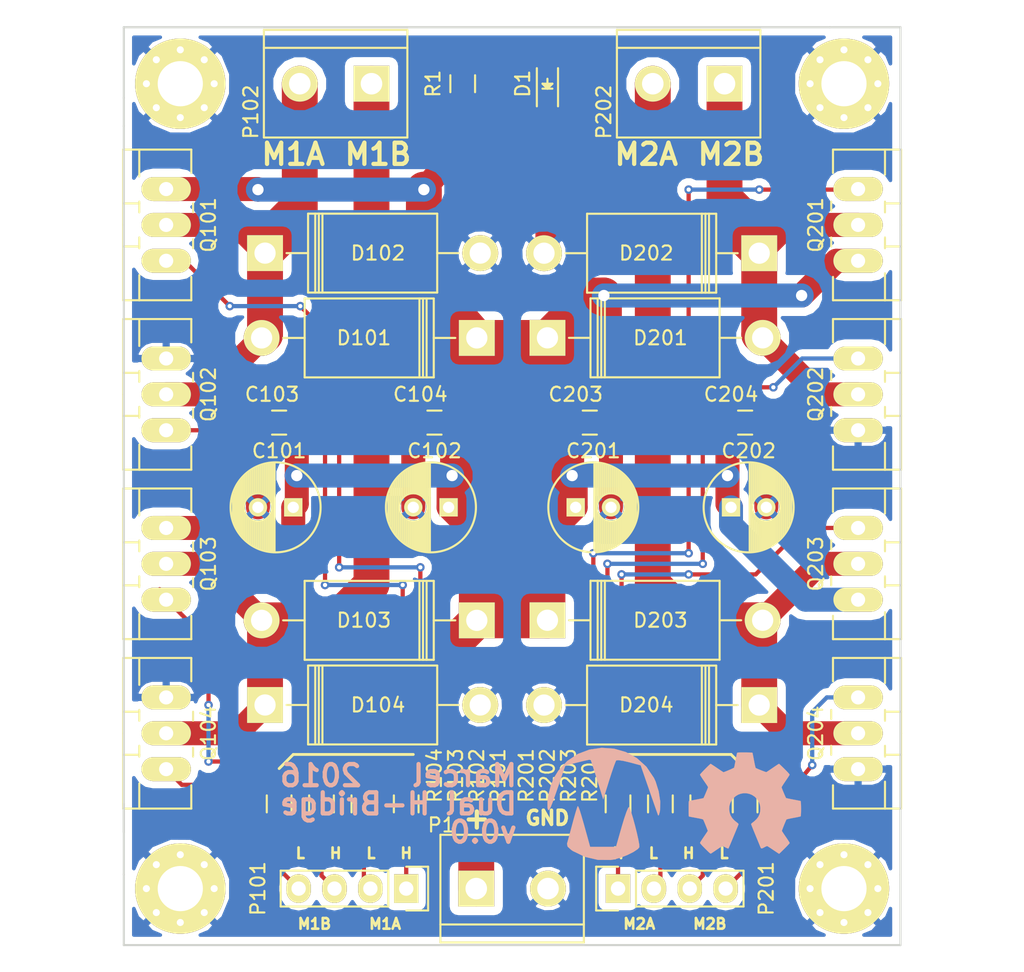
<source format=kicad_pcb>
(kicad_pcb (version 4) (host pcbnew 4.0.2-4+6225~38~ubuntu15.04.1-stable)

  (general
    (links 103)
    (no_connects 0)
    (area 10.682143 17.395 84.317858 87.455)
    (thickness 1.6)
    (drawings 36)
    (tracks 293)
    (zones 0)
    (modules 45)
    (nets 24)
  )

  (page A4)
  (title_block
    (title "Dual H-Bridge")
    (date 2016-04-21)
    (company Marcel)
  )

  (layers
    (0 F.Cu signal)
    (31 B.Cu signal)
    (32 B.Adhes user)
    (33 F.Adhes user)
    (34 B.Paste user)
    (35 F.Paste user)
    (36 B.SilkS user)
    (37 F.SilkS user)
    (38 B.Mask user)
    (39 F.Mask user)
    (40 Dwgs.User user)
    (41 Cmts.User user)
    (42 Eco1.User user)
    (43 Eco2.User user)
    (44 Edge.Cuts user)
    (45 Margin user)
    (46 B.CrtYd user)
    (47 F.CrtYd user)
    (48 B.Fab user)
    (49 F.Fab user)
  )

  (setup
    (last_trace_width 0.15)
    (user_trace_width 0.3)
    (user_trace_width 2.54)
    (trace_clearance 0.15)
    (zone_clearance 0.508)
    (zone_45_only yes)
    (trace_min 0.127)
    (segment_width 0.2)
    (edge_width 0.15)
    (via_size 0.6)
    (via_drill 0.3)
    (via_min_size 0.5588)
    (via_min_drill 0.254)
    (uvia_size 0.6)
    (uvia_drill 0.3)
    (uvias_allowed no)
    (uvia_min_size 0.5588)
    (uvia_min_drill 0.254)
    (pcb_text_width 0.3)
    (pcb_text_size 1.5 1.5)
    (mod_edge_width 0.15)
    (mod_text_size 1 1)
    (mod_text_width 0.15)
    (pad_size 1.5 1.25)
    (pad_drill 0)
    (pad_to_mask_clearance 0.2)
    (aux_axis_origin 0 0)
    (visible_elements FFFEFF7F)
    (pcbplotparams
      (layerselection 0x010f0_80000001)
      (usegerberextensions true)
      (excludeedgelayer true)
      (linewidth 0.100000)
      (plotframeref false)
      (viasonmask false)
      (mode 1)
      (useauxorigin false)
      (hpglpennumber 1)
      (hpglpenspeed 20)
      (hpglpendiameter 15)
      (hpglpenoverlay 2)
      (psnegative false)
      (psa4output false)
      (plotreference true)
      (plotvalue true)
      (plotinvisibletext false)
      (padsonsilk false)
      (subtractmaskfromsilk false)
      (outputformat 1)
      (mirror false)
      (drillshape 0)
      (scaleselection 1)
      (outputdirectory gerber/))
  )

  (net 0 "")
  (net 1 GND)
  (net 2 +BATT)
  (net 3 "Net-(D1-Pad2)")
  (net 4 M1A)
  (net 5 M1B)
  (net 6 M2A)
  (net 7 M2B)
  (net 8 M1A_H)
  (net 9 M1A_L)
  (net 10 M1B_H)
  (net 11 M1B_L)
  (net 12 M2A_H)
  (net 13 M2A_L)
  (net 14 M2B_H)
  (net 15 M2B_L)
  (net 16 "Net-(Q101-Pad1)")
  (net 17 "Net-(Q102-Pad1)")
  (net 18 "Net-(Q103-Pad1)")
  (net 19 "Net-(Q104-Pad1)")
  (net 20 "Net-(Q201-Pad1)")
  (net 21 "Net-(Q202-Pad1)")
  (net 22 "Net-(Q203-Pad1)")
  (net 23 "Net-(Q204-Pad1)")

  (net_class Default "This is the default net class."
    (clearance 0.15)
    (trace_width 0.15)
    (via_dia 0.6)
    (via_drill 0.3)
    (uvia_dia 0.6)
    (uvia_drill 0.3)
    (add_net M1A_H)
    (add_net M1A_L)
    (add_net M1B_H)
    (add_net M1B_L)
    (add_net M2A_H)
    (add_net M2A_L)
    (add_net M2B_H)
    (add_net M2B_L)
    (add_net "Net-(D1-Pad2)")
    (add_net "Net-(Q101-Pad1)")
    (add_net "Net-(Q102-Pad1)")
    (add_net "Net-(Q103-Pad1)")
    (add_net "Net-(Q104-Pad1)")
    (add_net "Net-(Q201-Pad1)")
    (add_net "Net-(Q202-Pad1)")
    (add_net "Net-(Q203-Pad1)")
    (add_net "Net-(Q204-Pad1)")
  )

  (net_class Power ""
    (clearance 0.6)
    (trace_width 1.7)
    (via_dia 1.7)
    (via_drill 0.8)
    (uvia_dia 1.7)
    (uvia_drill 1)
    (add_net +BATT)
    (add_net GND)
    (add_net M1A)
    (add_net M1B)
    (add_net M2A)
    (add_net M2B)
  )

  (module Mounting_Holes:MountingHole_3.2mm_M3_Pad_Via (layer F.Cu) (tedit 571A1A71) (tstamp 571A1B52)
    (at 71 24)
    (descr "Mounting Hole 3.2mm, M3")
    (tags "mounting hole 3.2mm m3")
    (fp_text reference REF** (at 0 -4.2) (layer F.SilkS) hide
      (effects (font (size 1 1) (thickness 0.15)))
    )
    (fp_text value MountingHole_3.2mm_M3_Pad_Via (at 0 4.2) (layer F.Fab)
      (effects (font (size 1 1) (thickness 0.15)))
    )
    (fp_circle (center 0 0) (end 3.2 0) (layer Cmts.User) (width 0.15))
    (fp_circle (center 0 0) (end 3.45 0) (layer F.CrtYd) (width 0.05))
    (pad 1 thru_hole circle (at 0 0) (size 6.4 6.4) (drill 3.2) (layers *.Cu *.Mask F.SilkS)
      (net 1 GND))
    (pad "" thru_hole circle (at 2.4 0) (size 0.6 0.6) (drill 0.5) (layers *.Cu *.Mask)
      (net 1 GND))
    (pad "" thru_hole circle (at 1.697056 1.697056) (size 0.6 0.6) (drill 0.5) (layers *.Cu *.Mask)
      (net 1 GND))
    (pad "" thru_hole circle (at 0 2.4) (size 0.6 0.6) (drill 0.5) (layers *.Cu *.Mask)
      (net 1 GND))
    (pad "" thru_hole circle (at -1.697056 1.697056) (size 0.6 0.6) (drill 0.5) (layers *.Cu *.Mask)
      (net 1 GND))
    (pad "" thru_hole circle (at -2.4 0) (size 0.6 0.6) (drill 0.5) (layers *.Cu *.Mask)
      (net 1 GND))
    (pad "" thru_hole circle (at -1.697056 -1.697056) (size 0.6 0.6) (drill 0.5) (layers *.Cu *.Mask)
      (net 1 GND))
    (pad "" thru_hole circle (at 0 -2.4) (size 0.6 0.6) (drill 0.5) (layers *.Cu *.Mask)
      (net 1 GND))
    (pad "" thru_hole circle (at 1.697056 -1.697056) (size 0.6 0.6) (drill 0.5) (layers *.Cu *.Mask)
      (net 1 GND))
  )

  (module Mounting_Holes:MountingHole_3.2mm_M3_Pad_Via (layer F.Cu) (tedit 571A1A71) (tstamp 571A1B44)
    (at 24 24)
    (descr "Mounting Hole 3.2mm, M3")
    (tags "mounting hole 3.2mm m3")
    (fp_text reference REF** (at 0 -4.2) (layer F.SilkS) hide
      (effects (font (size 1 1) (thickness 0.15)))
    )
    (fp_text value MountingHole_3.2mm_M3_Pad_Via (at 0 4.2) (layer F.Fab)
      (effects (font (size 1 1) (thickness 0.15)))
    )
    (fp_circle (center 0 0) (end 3.2 0) (layer Cmts.User) (width 0.15))
    (fp_circle (center 0 0) (end 3.45 0) (layer F.CrtYd) (width 0.05))
    (pad 1 thru_hole circle (at 0 0) (size 6.4 6.4) (drill 3.2) (layers *.Cu *.Mask F.SilkS)
      (net 1 GND))
    (pad "" thru_hole circle (at 2.4 0) (size 0.6 0.6) (drill 0.5) (layers *.Cu *.Mask)
      (net 1 GND))
    (pad "" thru_hole circle (at 1.697056 1.697056) (size 0.6 0.6) (drill 0.5) (layers *.Cu *.Mask)
      (net 1 GND))
    (pad "" thru_hole circle (at 0 2.4) (size 0.6 0.6) (drill 0.5) (layers *.Cu *.Mask)
      (net 1 GND))
    (pad "" thru_hole circle (at -1.697056 1.697056) (size 0.6 0.6) (drill 0.5) (layers *.Cu *.Mask)
      (net 1 GND))
    (pad "" thru_hole circle (at -2.4 0) (size 0.6 0.6) (drill 0.5) (layers *.Cu *.Mask)
      (net 1 GND))
    (pad "" thru_hole circle (at -1.697056 -1.697056) (size 0.6 0.6) (drill 0.5) (layers *.Cu *.Mask)
      (net 1 GND))
    (pad "" thru_hole circle (at 0 -2.4) (size 0.6 0.6) (drill 0.5) (layers *.Cu *.Mask)
      (net 1 GND))
    (pad "" thru_hole circle (at 1.697056 -1.697056) (size 0.6 0.6) (drill 0.5) (layers *.Cu *.Mask)
      (net 1 GND))
  )

  (module Mounting_Holes:MountingHole_3.2mm_M3_Pad_Via (layer F.Cu) (tedit 571A1A71) (tstamp 571A1B11)
    (at 71 81)
    (descr "Mounting Hole 3.2mm, M3")
    (tags "mounting hole 3.2mm m3")
    (fp_text reference REF** (at 0 -4.2) (layer F.SilkS) hide
      (effects (font (size 1 1) (thickness 0.15)))
    )
    (fp_text value MountingHole_3.2mm_M3_Pad_Via (at 0 4.2) (layer F.Fab)
      (effects (font (size 1 1) (thickness 0.15)))
    )
    (fp_circle (center 0 0) (end 3.2 0) (layer Cmts.User) (width 0.15))
    (fp_circle (center 0 0) (end 3.45 0) (layer F.CrtYd) (width 0.05))
    (pad 1 thru_hole circle (at 0 0) (size 6.4 6.4) (drill 3.2) (layers *.Cu *.Mask F.SilkS)
      (net 1 GND))
    (pad "" thru_hole circle (at 2.4 0) (size 0.6 0.6) (drill 0.5) (layers *.Cu *.Mask)
      (net 1 GND))
    (pad "" thru_hole circle (at 1.697056 1.697056) (size 0.6 0.6) (drill 0.5) (layers *.Cu *.Mask)
      (net 1 GND))
    (pad "" thru_hole circle (at 0 2.4) (size 0.6 0.6) (drill 0.5) (layers *.Cu *.Mask)
      (net 1 GND))
    (pad "" thru_hole circle (at -1.697056 1.697056) (size 0.6 0.6) (drill 0.5) (layers *.Cu *.Mask)
      (net 1 GND))
    (pad "" thru_hole circle (at -2.4 0) (size 0.6 0.6) (drill 0.5) (layers *.Cu *.Mask)
      (net 1 GND))
    (pad "" thru_hole circle (at -1.697056 -1.697056) (size 0.6 0.6) (drill 0.5) (layers *.Cu *.Mask)
      (net 1 GND))
    (pad "" thru_hole circle (at 0 -2.4) (size 0.6 0.6) (drill 0.5) (layers *.Cu *.Mask)
      (net 1 GND))
    (pad "" thru_hole circle (at 1.697056 -1.697056) (size 0.6 0.6) (drill 0.5) (layers *.Cu *.Mask)
      (net 1 GND))
  )

  (module Diodes_ThroughHole:Diode_DO-201AD_Horizontal_RM15 (layer F.Cu) (tedit 5719D4CC) (tstamp 5718F88F)
    (at 65 36 180)
    (descr "Diode DO-201AD Horizontal")
    (tags "Diode DO-201AD Horizontal SB320 SB340 SB360")
    (path /5719427E)
    (fp_text reference D202 (at 8 0 180) (layer F.SilkS)
      (effects (font (size 1 1) (thickness 0.15)))
    )
    (fp_text value D (at 7.82922 -4.82896 180) (layer F.Fab)
      (effects (font (size 1 1) (thickness 0.15)))
    )
    (fp_line (start 12.19322 -0.00296) (end 13.71722 -0.00296) (layer F.SilkS) (width 0.15))
    (fp_line (start 3.04922 -0.00296) (end 1.52522 -0.00296) (layer F.SilkS) (width 0.15))
    (fp_line (start 4.06522 -2.79696) (end 4.06522 2.79104) (layer F.SilkS) (width 0.15))
    (fp_line (start 3.81122 -2.79696) (end 3.81122 2.79104) (layer F.SilkS) (width 0.15))
    (fp_line (start 3.55722 -2.79696) (end 3.55722 2.79104) (layer F.SilkS) (width 0.15))
    (fp_line (start 3.04922 2.79104) (end 3.04922 -2.79696) (layer F.SilkS) (width 0.15))
    (fp_line (start 3.04922 -2.79696) (end 12.19322 -2.79696) (layer F.SilkS) (width 0.15))
    (fp_line (start 12.19322 -2.79696) (end 12.19322 2.79104) (layer F.SilkS) (width 0.15))
    (fp_line (start 12.19322 2.79104) (end 3.04922 2.79104) (layer F.SilkS) (width 0.15))
    (pad 2 thru_hole circle (at 15.24122 -0.00296) (size 2.54 2.54) (drill 1.50114) (layers *.Cu *.Mask F.SilkS)
      (net 1 GND))
    (pad 1 thru_hole rect (at 0.00122 -0.00296) (size 2.54 2.54) (drill 1.50114) (layers *.Cu *.Mask F.SilkS)
      (net 6 M2A))
  )

  (module Diodes_ThroughHole:Diode_DO-201AD_Horizontal_RM15 (layer F.Cu) (tedit 5719D4C8) (tstamp 5718F895)
    (at 50 62)
    (descr "Diode DO-201AD Horizontal")
    (tags "Diode DO-201AD Horizontal SB320 SB340 SB360")
    (path /57194278)
    (fp_text reference D203 (at 8 0) (layer F.SilkS)
      (effects (font (size 1 1) (thickness 0.15)))
    )
    (fp_text value D (at 7.82922 -4.82896) (layer F.Fab)
      (effects (font (size 1 1) (thickness 0.15)))
    )
    (fp_line (start 12.19322 -0.00296) (end 13.71722 -0.00296) (layer F.SilkS) (width 0.15))
    (fp_line (start 3.04922 -0.00296) (end 1.52522 -0.00296) (layer F.SilkS) (width 0.15))
    (fp_line (start 4.06522 -2.79696) (end 4.06522 2.79104) (layer F.SilkS) (width 0.15))
    (fp_line (start 3.81122 -2.79696) (end 3.81122 2.79104) (layer F.SilkS) (width 0.15))
    (fp_line (start 3.55722 -2.79696) (end 3.55722 2.79104) (layer F.SilkS) (width 0.15))
    (fp_line (start 3.04922 2.79104) (end 3.04922 -2.79696) (layer F.SilkS) (width 0.15))
    (fp_line (start 3.04922 -2.79696) (end 12.19322 -2.79696) (layer F.SilkS) (width 0.15))
    (fp_line (start 12.19322 -2.79696) (end 12.19322 2.79104) (layer F.SilkS) (width 0.15))
    (fp_line (start 12.19322 2.79104) (end 3.04922 2.79104) (layer F.SilkS) (width 0.15))
    (pad 2 thru_hole circle (at 15.24122 -0.00296 180) (size 2.54 2.54) (drill 1.50114) (layers *.Cu *.Mask F.SilkS)
      (net 7 M2B))
    (pad 1 thru_hole rect (at 0.00122 -0.00296 180) (size 2.54 2.54) (drill 1.50114) (layers *.Cu *.Mask F.SilkS)
      (net 2 +BATT))
  )

  (module Diodes_ThroughHole:Diode_DO-201AD_Horizontal_RM15 (layer F.Cu) (tedit 5719D45F) (tstamp 5718F883)
    (at 30 68)
    (descr "Diode DO-201AD Horizontal")
    (tags "Diode DO-201AD Horizontal SB320 SB340 SB360")
    (path /5718FA7F)
    (fp_text reference D104 (at 8 0) (layer F.SilkS)
      (effects (font (size 1 1) (thickness 0.15)))
    )
    (fp_text value D (at 7.82922 -4.82896) (layer F.Fab)
      (effects (font (size 1 1) (thickness 0.15)))
    )
    (fp_line (start 12.19322 -0.00296) (end 13.71722 -0.00296) (layer F.SilkS) (width 0.15))
    (fp_line (start 3.04922 -0.00296) (end 1.52522 -0.00296) (layer F.SilkS) (width 0.15))
    (fp_line (start 4.06522 -2.79696) (end 4.06522 2.79104) (layer F.SilkS) (width 0.15))
    (fp_line (start 3.81122 -2.79696) (end 3.81122 2.79104) (layer F.SilkS) (width 0.15))
    (fp_line (start 3.55722 -2.79696) (end 3.55722 2.79104) (layer F.SilkS) (width 0.15))
    (fp_line (start 3.04922 2.79104) (end 3.04922 -2.79696) (layer F.SilkS) (width 0.15))
    (fp_line (start 3.04922 -2.79696) (end 12.19322 -2.79696) (layer F.SilkS) (width 0.15))
    (fp_line (start 12.19322 -2.79696) (end 12.19322 2.79104) (layer F.SilkS) (width 0.15))
    (fp_line (start 12.19322 2.79104) (end 3.04922 2.79104) (layer F.SilkS) (width 0.15))
    (pad 2 thru_hole circle (at 15.24122 -0.00296 180) (size 2.54 2.54) (drill 1.50114) (layers *.Cu *.Mask F.SilkS)
      (net 1 GND))
    (pad 1 thru_hole rect (at 0.00122 -0.00296 180) (size 2.54 2.54) (drill 1.50114) (layers *.Cu *.Mask F.SilkS)
      (net 5 M1B))
  )

  (module Capacitors_ThroughHole:C_Radial_D6.3_L11.2_P2.5 (layer F.Cu) (tedit 571A194F) (tstamp 5718F83B)
    (at 32 54 180)
    (descr "Radial Electrolytic Capacitor, Diameter 6.3mm x Length 11.2mm, Pitch 2.5mm")
    (tags "Electrolytic Capacitor")
    (path /57192682)
    (fp_text reference C101 (at 1 4 180) (layer F.SilkS)
      (effects (font (size 1 1) (thickness 0.15)))
    )
    (fp_text value CP (at 1.25 4.4 180) (layer F.Fab)
      (effects (font (size 1 1) (thickness 0.15)))
    )
    (fp_line (start 1.325 -3.149) (end 1.325 3.149) (layer F.SilkS) (width 0.15))
    (fp_line (start 1.465 -3.143) (end 1.465 3.143) (layer F.SilkS) (width 0.15))
    (fp_line (start 1.605 -3.13) (end 1.605 -0.446) (layer F.SilkS) (width 0.15))
    (fp_line (start 1.605 0.446) (end 1.605 3.13) (layer F.SilkS) (width 0.15))
    (fp_line (start 1.745 -3.111) (end 1.745 -0.656) (layer F.SilkS) (width 0.15))
    (fp_line (start 1.745 0.656) (end 1.745 3.111) (layer F.SilkS) (width 0.15))
    (fp_line (start 1.885 -3.085) (end 1.885 -0.789) (layer F.SilkS) (width 0.15))
    (fp_line (start 1.885 0.789) (end 1.885 3.085) (layer F.SilkS) (width 0.15))
    (fp_line (start 2.025 -3.053) (end 2.025 -0.88) (layer F.SilkS) (width 0.15))
    (fp_line (start 2.025 0.88) (end 2.025 3.053) (layer F.SilkS) (width 0.15))
    (fp_line (start 2.165 -3.014) (end 2.165 -0.942) (layer F.SilkS) (width 0.15))
    (fp_line (start 2.165 0.942) (end 2.165 3.014) (layer F.SilkS) (width 0.15))
    (fp_line (start 2.305 -2.968) (end 2.305 -0.981) (layer F.SilkS) (width 0.15))
    (fp_line (start 2.305 0.981) (end 2.305 2.968) (layer F.SilkS) (width 0.15))
    (fp_line (start 2.445 -2.915) (end 2.445 -0.998) (layer F.SilkS) (width 0.15))
    (fp_line (start 2.445 0.998) (end 2.445 2.915) (layer F.SilkS) (width 0.15))
    (fp_line (start 2.585 -2.853) (end 2.585 -0.996) (layer F.SilkS) (width 0.15))
    (fp_line (start 2.585 0.996) (end 2.585 2.853) (layer F.SilkS) (width 0.15))
    (fp_line (start 2.725 -2.783) (end 2.725 -0.974) (layer F.SilkS) (width 0.15))
    (fp_line (start 2.725 0.974) (end 2.725 2.783) (layer F.SilkS) (width 0.15))
    (fp_line (start 2.865 -2.704) (end 2.865 -0.931) (layer F.SilkS) (width 0.15))
    (fp_line (start 2.865 0.931) (end 2.865 2.704) (layer F.SilkS) (width 0.15))
    (fp_line (start 3.005 -2.616) (end 3.005 -0.863) (layer F.SilkS) (width 0.15))
    (fp_line (start 3.005 0.863) (end 3.005 2.616) (layer F.SilkS) (width 0.15))
    (fp_line (start 3.145 -2.516) (end 3.145 -0.764) (layer F.SilkS) (width 0.15))
    (fp_line (start 3.145 0.764) (end 3.145 2.516) (layer F.SilkS) (width 0.15))
    (fp_line (start 3.285 -2.404) (end 3.285 -0.619) (layer F.SilkS) (width 0.15))
    (fp_line (start 3.285 0.619) (end 3.285 2.404) (layer F.SilkS) (width 0.15))
    (fp_line (start 3.425 -2.279) (end 3.425 -0.38) (layer F.SilkS) (width 0.15))
    (fp_line (start 3.425 0.38) (end 3.425 2.279) (layer F.SilkS) (width 0.15))
    (fp_line (start 3.565 -2.136) (end 3.565 2.136) (layer F.SilkS) (width 0.15))
    (fp_line (start 3.705 -1.974) (end 3.705 1.974) (layer F.SilkS) (width 0.15))
    (fp_line (start 3.845 -1.786) (end 3.845 1.786) (layer F.SilkS) (width 0.15))
    (fp_line (start 3.985 -1.563) (end 3.985 1.563) (layer F.SilkS) (width 0.15))
    (fp_line (start 4.125 -1.287) (end 4.125 1.287) (layer F.SilkS) (width 0.15))
    (fp_line (start 4.265 -0.912) (end 4.265 0.912) (layer F.SilkS) (width 0.15))
    (fp_circle (center 2.5 0) (end 2.5 -1) (layer F.SilkS) (width 0.15))
    (fp_circle (center 1.25 0) (end 1.25 -3.1875) (layer F.SilkS) (width 0.15))
    (fp_circle (center 1.25 0) (end 1.25 -3.4) (layer F.CrtYd) (width 0.05))
    (pad 2 thru_hole circle (at 2.5 0 180) (size 1.3 1.3) (drill 0.8) (layers *.Cu *.Mask F.SilkS)
      (net 1 GND))
    (pad 1 thru_hole rect (at 0 0 180) (size 1.3 1.3) (drill 0.8) (layers *.Cu *.Mask F.SilkS)
      (net 2 +BATT))
    (model Capacitors_ThroughHole.3dshapes/C_Radial_D6.3_L11.2_P2.5.wrl
      (at (xyz 0 0 0))
      (scale (xyz 1 1 1))
      (rotate (xyz 0 0 0))
    )
  )

  (module Capacitors_ThroughHole:C_Radial_D6.3_L11.2_P2.5 (layer F.Cu) (tedit 571A1955) (tstamp 5718F841)
    (at 43 54 180)
    (descr "Radial Electrolytic Capacitor, Diameter 6.3mm x Length 11.2mm, Pitch 2.5mm")
    (tags "Electrolytic Capacitor")
    (path /57192760)
    (fp_text reference C102 (at 1 4 180) (layer F.SilkS)
      (effects (font (size 1 1) (thickness 0.15)))
    )
    (fp_text value CP (at 1.25 4.4 180) (layer F.Fab)
      (effects (font (size 1 1) (thickness 0.15)))
    )
    (fp_line (start 1.325 -3.149) (end 1.325 3.149) (layer F.SilkS) (width 0.15))
    (fp_line (start 1.465 -3.143) (end 1.465 3.143) (layer F.SilkS) (width 0.15))
    (fp_line (start 1.605 -3.13) (end 1.605 -0.446) (layer F.SilkS) (width 0.15))
    (fp_line (start 1.605 0.446) (end 1.605 3.13) (layer F.SilkS) (width 0.15))
    (fp_line (start 1.745 -3.111) (end 1.745 -0.656) (layer F.SilkS) (width 0.15))
    (fp_line (start 1.745 0.656) (end 1.745 3.111) (layer F.SilkS) (width 0.15))
    (fp_line (start 1.885 -3.085) (end 1.885 -0.789) (layer F.SilkS) (width 0.15))
    (fp_line (start 1.885 0.789) (end 1.885 3.085) (layer F.SilkS) (width 0.15))
    (fp_line (start 2.025 -3.053) (end 2.025 -0.88) (layer F.SilkS) (width 0.15))
    (fp_line (start 2.025 0.88) (end 2.025 3.053) (layer F.SilkS) (width 0.15))
    (fp_line (start 2.165 -3.014) (end 2.165 -0.942) (layer F.SilkS) (width 0.15))
    (fp_line (start 2.165 0.942) (end 2.165 3.014) (layer F.SilkS) (width 0.15))
    (fp_line (start 2.305 -2.968) (end 2.305 -0.981) (layer F.SilkS) (width 0.15))
    (fp_line (start 2.305 0.981) (end 2.305 2.968) (layer F.SilkS) (width 0.15))
    (fp_line (start 2.445 -2.915) (end 2.445 -0.998) (layer F.SilkS) (width 0.15))
    (fp_line (start 2.445 0.998) (end 2.445 2.915) (layer F.SilkS) (width 0.15))
    (fp_line (start 2.585 -2.853) (end 2.585 -0.996) (layer F.SilkS) (width 0.15))
    (fp_line (start 2.585 0.996) (end 2.585 2.853) (layer F.SilkS) (width 0.15))
    (fp_line (start 2.725 -2.783) (end 2.725 -0.974) (layer F.SilkS) (width 0.15))
    (fp_line (start 2.725 0.974) (end 2.725 2.783) (layer F.SilkS) (width 0.15))
    (fp_line (start 2.865 -2.704) (end 2.865 -0.931) (layer F.SilkS) (width 0.15))
    (fp_line (start 2.865 0.931) (end 2.865 2.704) (layer F.SilkS) (width 0.15))
    (fp_line (start 3.005 -2.616) (end 3.005 -0.863) (layer F.SilkS) (width 0.15))
    (fp_line (start 3.005 0.863) (end 3.005 2.616) (layer F.SilkS) (width 0.15))
    (fp_line (start 3.145 -2.516) (end 3.145 -0.764) (layer F.SilkS) (width 0.15))
    (fp_line (start 3.145 0.764) (end 3.145 2.516) (layer F.SilkS) (width 0.15))
    (fp_line (start 3.285 -2.404) (end 3.285 -0.619) (layer F.SilkS) (width 0.15))
    (fp_line (start 3.285 0.619) (end 3.285 2.404) (layer F.SilkS) (width 0.15))
    (fp_line (start 3.425 -2.279) (end 3.425 -0.38) (layer F.SilkS) (width 0.15))
    (fp_line (start 3.425 0.38) (end 3.425 2.279) (layer F.SilkS) (width 0.15))
    (fp_line (start 3.565 -2.136) (end 3.565 2.136) (layer F.SilkS) (width 0.15))
    (fp_line (start 3.705 -1.974) (end 3.705 1.974) (layer F.SilkS) (width 0.15))
    (fp_line (start 3.845 -1.786) (end 3.845 1.786) (layer F.SilkS) (width 0.15))
    (fp_line (start 3.985 -1.563) (end 3.985 1.563) (layer F.SilkS) (width 0.15))
    (fp_line (start 4.125 -1.287) (end 4.125 1.287) (layer F.SilkS) (width 0.15))
    (fp_line (start 4.265 -0.912) (end 4.265 0.912) (layer F.SilkS) (width 0.15))
    (fp_circle (center 2.5 0) (end 2.5 -1) (layer F.SilkS) (width 0.15))
    (fp_circle (center 1.25 0) (end 1.25 -3.1875) (layer F.SilkS) (width 0.15))
    (fp_circle (center 1.25 0) (end 1.25 -3.4) (layer F.CrtYd) (width 0.05))
    (pad 2 thru_hole circle (at 2.5 0 180) (size 1.3 1.3) (drill 0.8) (layers *.Cu *.Mask F.SilkS)
      (net 1 GND))
    (pad 1 thru_hole rect (at 0 0 180) (size 1.3 1.3) (drill 0.8) (layers *.Cu *.Mask F.SilkS)
      (net 2 +BATT))
    (model Capacitors_ThroughHole.3dshapes/C_Radial_D6.3_L11.2_P2.5.wrl
      (at (xyz 0 0 0))
      (scale (xyz 1 1 1))
      (rotate (xyz 0 0 0))
    )
  )

  (module Capacitors_SMD:C_0805_HandSoldering (layer F.Cu) (tedit 5719E95B) (tstamp 5718F847)
    (at 31 48 180)
    (descr "Capacitor SMD 0805, hand soldering")
    (tags "capacitor 0805")
    (path /5719289D)
    (attr smd)
    (fp_text reference C103 (at 0.5 2 180) (layer F.SilkS)
      (effects (font (size 1 1) (thickness 0.15)))
    )
    (fp_text value C (at 0 2.1 180) (layer F.Fab)
      (effects (font (size 1 1) (thickness 0.15)))
    )
    (fp_line (start -2.3 -1) (end 2.3 -1) (layer F.CrtYd) (width 0.05))
    (fp_line (start -2.3 1) (end 2.3 1) (layer F.CrtYd) (width 0.05))
    (fp_line (start -2.3 -1) (end -2.3 1) (layer F.CrtYd) (width 0.05))
    (fp_line (start 2.3 -1) (end 2.3 1) (layer F.CrtYd) (width 0.05))
    (fp_line (start 0.5 -0.85) (end -0.5 -0.85) (layer F.SilkS) (width 0.15))
    (fp_line (start -0.5 0.85) (end 0.5 0.85) (layer F.SilkS) (width 0.15))
    (pad 1 smd rect (at -1.25 0 180) (size 1.5 1.25) (layers F.Cu F.Paste F.Mask)
      (net 2 +BATT))
    (pad 2 smd rect (at 1.25 0 180) (size 1.5 1.25) (layers F.Cu F.Paste F.Mask)
      (net 1 GND))
    (model Capacitors_SMD.3dshapes/C_0805_HandSoldering.wrl
      (at (xyz 0 0 0))
      (scale (xyz 1 1 1))
      (rotate (xyz 0 0 0))
    )
  )

  (module Capacitors_SMD:C_0805_HandSoldering (layer F.Cu) (tedit 5719E9C2) (tstamp 5718F84D)
    (at 42 48 180)
    (descr "Capacitor SMD 0805, hand soldering")
    (tags "capacitor 0805")
    (path /57192972)
    (attr smd)
    (fp_text reference C104 (at 1 2 180) (layer F.SilkS)
      (effects (font (size 1 1) (thickness 0.15)))
    )
    (fp_text value C (at 0 2.1 180) (layer F.Fab)
      (effects (font (size 1 1) (thickness 0.15)))
    )
    (fp_line (start -2.3 -1) (end 2.3 -1) (layer F.CrtYd) (width 0.05))
    (fp_line (start -2.3 1) (end 2.3 1) (layer F.CrtYd) (width 0.05))
    (fp_line (start -2.3 -1) (end -2.3 1) (layer F.CrtYd) (width 0.05))
    (fp_line (start 2.3 -1) (end 2.3 1) (layer F.CrtYd) (width 0.05))
    (fp_line (start 0.5 -0.85) (end -0.5 -0.85) (layer F.SilkS) (width 0.15))
    (fp_line (start -0.5 0.85) (end 0.5 0.85) (layer F.SilkS) (width 0.15))
    (pad 1 smd rect (at -1.25 0 180) (size 1.5 1.25) (layers F.Cu F.Paste F.Mask)
      (net 2 +BATT))
    (pad 2 smd rect (at 1.25 0 180) (size 1.5 1.25) (layers F.Cu F.Paste F.Mask)
      (net 1 GND))
    (model Capacitors_SMD.3dshapes/C_0805_HandSoldering.wrl
      (at (xyz 0 0 0))
      (scale (xyz 1 1 1))
      (rotate (xyz 0 0 0))
    )
  )

  (module Capacitors_ThroughHole:C_Radial_D6.3_L11.2_P2.5 (layer F.Cu) (tedit 571A1944) (tstamp 5718F853)
    (at 52 54)
    (descr "Radial Electrolytic Capacitor, Diameter 6.3mm x Length 11.2mm, Pitch 2.5mm")
    (tags "Electrolytic Capacitor")
    (path /571927AE)
    (fp_text reference C201 (at 1.25 -4 180) (layer F.SilkS)
      (effects (font (size 1 1) (thickness 0.15)))
    )
    (fp_text value CP (at 1.25 4.4) (layer F.Fab)
      (effects (font (size 1 1) (thickness 0.15)))
    )
    (fp_line (start 1.325 -3.149) (end 1.325 3.149) (layer F.SilkS) (width 0.15))
    (fp_line (start 1.465 -3.143) (end 1.465 3.143) (layer F.SilkS) (width 0.15))
    (fp_line (start 1.605 -3.13) (end 1.605 -0.446) (layer F.SilkS) (width 0.15))
    (fp_line (start 1.605 0.446) (end 1.605 3.13) (layer F.SilkS) (width 0.15))
    (fp_line (start 1.745 -3.111) (end 1.745 -0.656) (layer F.SilkS) (width 0.15))
    (fp_line (start 1.745 0.656) (end 1.745 3.111) (layer F.SilkS) (width 0.15))
    (fp_line (start 1.885 -3.085) (end 1.885 -0.789) (layer F.SilkS) (width 0.15))
    (fp_line (start 1.885 0.789) (end 1.885 3.085) (layer F.SilkS) (width 0.15))
    (fp_line (start 2.025 -3.053) (end 2.025 -0.88) (layer F.SilkS) (width 0.15))
    (fp_line (start 2.025 0.88) (end 2.025 3.053) (layer F.SilkS) (width 0.15))
    (fp_line (start 2.165 -3.014) (end 2.165 -0.942) (layer F.SilkS) (width 0.15))
    (fp_line (start 2.165 0.942) (end 2.165 3.014) (layer F.SilkS) (width 0.15))
    (fp_line (start 2.305 -2.968) (end 2.305 -0.981) (layer F.SilkS) (width 0.15))
    (fp_line (start 2.305 0.981) (end 2.305 2.968) (layer F.SilkS) (width 0.15))
    (fp_line (start 2.445 -2.915) (end 2.445 -0.998) (layer F.SilkS) (width 0.15))
    (fp_line (start 2.445 0.998) (end 2.445 2.915) (layer F.SilkS) (width 0.15))
    (fp_line (start 2.585 -2.853) (end 2.585 -0.996) (layer F.SilkS) (width 0.15))
    (fp_line (start 2.585 0.996) (end 2.585 2.853) (layer F.SilkS) (width 0.15))
    (fp_line (start 2.725 -2.783) (end 2.725 -0.974) (layer F.SilkS) (width 0.15))
    (fp_line (start 2.725 0.974) (end 2.725 2.783) (layer F.SilkS) (width 0.15))
    (fp_line (start 2.865 -2.704) (end 2.865 -0.931) (layer F.SilkS) (width 0.15))
    (fp_line (start 2.865 0.931) (end 2.865 2.704) (layer F.SilkS) (width 0.15))
    (fp_line (start 3.005 -2.616) (end 3.005 -0.863) (layer F.SilkS) (width 0.15))
    (fp_line (start 3.005 0.863) (end 3.005 2.616) (layer F.SilkS) (width 0.15))
    (fp_line (start 3.145 -2.516) (end 3.145 -0.764) (layer F.SilkS) (width 0.15))
    (fp_line (start 3.145 0.764) (end 3.145 2.516) (layer F.SilkS) (width 0.15))
    (fp_line (start 3.285 -2.404) (end 3.285 -0.619) (layer F.SilkS) (width 0.15))
    (fp_line (start 3.285 0.619) (end 3.285 2.404) (layer F.SilkS) (width 0.15))
    (fp_line (start 3.425 -2.279) (end 3.425 -0.38) (layer F.SilkS) (width 0.15))
    (fp_line (start 3.425 0.38) (end 3.425 2.279) (layer F.SilkS) (width 0.15))
    (fp_line (start 3.565 -2.136) (end 3.565 2.136) (layer F.SilkS) (width 0.15))
    (fp_line (start 3.705 -1.974) (end 3.705 1.974) (layer F.SilkS) (width 0.15))
    (fp_line (start 3.845 -1.786) (end 3.845 1.786) (layer F.SilkS) (width 0.15))
    (fp_line (start 3.985 -1.563) (end 3.985 1.563) (layer F.SilkS) (width 0.15))
    (fp_line (start 4.125 -1.287) (end 4.125 1.287) (layer F.SilkS) (width 0.15))
    (fp_line (start 4.265 -0.912) (end 4.265 0.912) (layer F.SilkS) (width 0.15))
    (fp_circle (center 2.5 0) (end 2.5 -1) (layer F.SilkS) (width 0.15))
    (fp_circle (center 1.25 0) (end 1.25 -3.1875) (layer F.SilkS) (width 0.15))
    (fp_circle (center 1.25 0) (end 1.25 -3.4) (layer F.CrtYd) (width 0.05))
    (pad 2 thru_hole circle (at 2.5 0) (size 1.3 1.3) (drill 0.8) (layers *.Cu *.Mask F.SilkS)
      (net 1 GND))
    (pad 1 thru_hole rect (at 0 0) (size 1.3 1.3) (drill 0.8) (layers *.Cu *.Mask F.SilkS)
      (net 2 +BATT))
    (model Capacitors_ThroughHole.3dshapes/C_Radial_D6.3_L11.2_P2.5.wrl
      (at (xyz 0 0 0))
      (scale (xyz 1 1 1))
      (rotate (xyz 0 0 0))
    )
  )

  (module Capacitors_ThroughHole:C_Radial_D6.3_L11.2_P2.5 (layer F.Cu) (tedit 571A193F) (tstamp 5718F859)
    (at 63 54)
    (descr "Radial Electrolytic Capacitor, Diameter 6.3mm x Length 11.2mm, Pitch 2.5mm")
    (tags "Electrolytic Capacitor")
    (path /57192805)
    (fp_text reference C202 (at 1.25 -4 180) (layer F.SilkS)
      (effects (font (size 1 1) (thickness 0.15)))
    )
    (fp_text value CP (at 1.25 4.4) (layer F.Fab)
      (effects (font (size 1 1) (thickness 0.15)))
    )
    (fp_line (start 1.325 -3.149) (end 1.325 3.149) (layer F.SilkS) (width 0.15))
    (fp_line (start 1.465 -3.143) (end 1.465 3.143) (layer F.SilkS) (width 0.15))
    (fp_line (start 1.605 -3.13) (end 1.605 -0.446) (layer F.SilkS) (width 0.15))
    (fp_line (start 1.605 0.446) (end 1.605 3.13) (layer F.SilkS) (width 0.15))
    (fp_line (start 1.745 -3.111) (end 1.745 -0.656) (layer F.SilkS) (width 0.15))
    (fp_line (start 1.745 0.656) (end 1.745 3.111) (layer F.SilkS) (width 0.15))
    (fp_line (start 1.885 -3.085) (end 1.885 -0.789) (layer F.SilkS) (width 0.15))
    (fp_line (start 1.885 0.789) (end 1.885 3.085) (layer F.SilkS) (width 0.15))
    (fp_line (start 2.025 -3.053) (end 2.025 -0.88) (layer F.SilkS) (width 0.15))
    (fp_line (start 2.025 0.88) (end 2.025 3.053) (layer F.SilkS) (width 0.15))
    (fp_line (start 2.165 -3.014) (end 2.165 -0.942) (layer F.SilkS) (width 0.15))
    (fp_line (start 2.165 0.942) (end 2.165 3.014) (layer F.SilkS) (width 0.15))
    (fp_line (start 2.305 -2.968) (end 2.305 -0.981) (layer F.SilkS) (width 0.15))
    (fp_line (start 2.305 0.981) (end 2.305 2.968) (layer F.SilkS) (width 0.15))
    (fp_line (start 2.445 -2.915) (end 2.445 -0.998) (layer F.SilkS) (width 0.15))
    (fp_line (start 2.445 0.998) (end 2.445 2.915) (layer F.SilkS) (width 0.15))
    (fp_line (start 2.585 -2.853) (end 2.585 -0.996) (layer F.SilkS) (width 0.15))
    (fp_line (start 2.585 0.996) (end 2.585 2.853) (layer F.SilkS) (width 0.15))
    (fp_line (start 2.725 -2.783) (end 2.725 -0.974) (layer F.SilkS) (width 0.15))
    (fp_line (start 2.725 0.974) (end 2.725 2.783) (layer F.SilkS) (width 0.15))
    (fp_line (start 2.865 -2.704) (end 2.865 -0.931) (layer F.SilkS) (width 0.15))
    (fp_line (start 2.865 0.931) (end 2.865 2.704) (layer F.SilkS) (width 0.15))
    (fp_line (start 3.005 -2.616) (end 3.005 -0.863) (layer F.SilkS) (width 0.15))
    (fp_line (start 3.005 0.863) (end 3.005 2.616) (layer F.SilkS) (width 0.15))
    (fp_line (start 3.145 -2.516) (end 3.145 -0.764) (layer F.SilkS) (width 0.15))
    (fp_line (start 3.145 0.764) (end 3.145 2.516) (layer F.SilkS) (width 0.15))
    (fp_line (start 3.285 -2.404) (end 3.285 -0.619) (layer F.SilkS) (width 0.15))
    (fp_line (start 3.285 0.619) (end 3.285 2.404) (layer F.SilkS) (width 0.15))
    (fp_line (start 3.425 -2.279) (end 3.425 -0.38) (layer F.SilkS) (width 0.15))
    (fp_line (start 3.425 0.38) (end 3.425 2.279) (layer F.SilkS) (width 0.15))
    (fp_line (start 3.565 -2.136) (end 3.565 2.136) (layer F.SilkS) (width 0.15))
    (fp_line (start 3.705 -1.974) (end 3.705 1.974) (layer F.SilkS) (width 0.15))
    (fp_line (start 3.845 -1.786) (end 3.845 1.786) (layer F.SilkS) (width 0.15))
    (fp_line (start 3.985 -1.563) (end 3.985 1.563) (layer F.SilkS) (width 0.15))
    (fp_line (start 4.125 -1.287) (end 4.125 1.287) (layer F.SilkS) (width 0.15))
    (fp_line (start 4.265 -0.912) (end 4.265 0.912) (layer F.SilkS) (width 0.15))
    (fp_circle (center 2.5 0) (end 2.5 -1) (layer F.SilkS) (width 0.15))
    (fp_circle (center 1.25 0) (end 1.25 -3.1875) (layer F.SilkS) (width 0.15))
    (fp_circle (center 1.25 0) (end 1.25 -3.4) (layer F.CrtYd) (width 0.05))
    (pad 2 thru_hole circle (at 2.5 0) (size 1.3 1.3) (drill 0.8) (layers *.Cu *.Mask F.SilkS)
      (net 1 GND))
    (pad 1 thru_hole rect (at 0 0) (size 1.3 1.3) (drill 0.8) (layers *.Cu *.Mask F.SilkS)
      (net 2 +BATT))
    (model Capacitors_ThroughHole.3dshapes/C_Radial_D6.3_L11.2_P2.5.wrl
      (at (xyz 0 0 0))
      (scale (xyz 1 1 1))
      (rotate (xyz 0 0 0))
    )
  )

  (module Capacitors_SMD:C_0805_HandSoldering (layer F.Cu) (tedit 5719E9C6) (tstamp 5718F85F)
    (at 53 48)
    (descr "Capacitor SMD 0805, hand soldering")
    (tags "capacitor 0805")
    (path /571929CA)
    (attr smd)
    (fp_text reference C203 (at -1 -2) (layer F.SilkS)
      (effects (font (size 1 1) (thickness 0.15)))
    )
    (fp_text value C (at 0 2.1) (layer F.Fab)
      (effects (font (size 1 1) (thickness 0.15)))
    )
    (fp_line (start -2.3 -1) (end 2.3 -1) (layer F.CrtYd) (width 0.05))
    (fp_line (start -2.3 1) (end 2.3 1) (layer F.CrtYd) (width 0.05))
    (fp_line (start -2.3 -1) (end -2.3 1) (layer F.CrtYd) (width 0.05))
    (fp_line (start 2.3 -1) (end 2.3 1) (layer F.CrtYd) (width 0.05))
    (fp_line (start 0.5 -0.85) (end -0.5 -0.85) (layer F.SilkS) (width 0.15))
    (fp_line (start -0.5 0.85) (end 0.5 0.85) (layer F.SilkS) (width 0.15))
    (pad 1 smd rect (at -1.25 0) (size 1.5 1.25) (layers F.Cu F.Paste F.Mask)
      (net 2 +BATT))
    (pad 2 smd rect (at 1.25 0) (size 1.5 1.25) (layers F.Cu F.Paste F.Mask)
      (net 1 GND))
    (model Capacitors_SMD.3dshapes/C_0805_HandSoldering.wrl
      (at (xyz 0 0 0))
      (scale (xyz 1 1 1))
      (rotate (xyz 0 0 0))
    )
  )

  (module Capacitors_SMD:C_0805_HandSoldering (layer F.Cu) (tedit 5719E9C7) (tstamp 5718F865)
    (at 64 48)
    (descr "Capacitor SMD 0805, hand soldering")
    (tags "capacitor 0805")
    (path /57192A21)
    (attr smd)
    (fp_text reference C204 (at -1 -2) (layer F.SilkS)
      (effects (font (size 1 1) (thickness 0.15)))
    )
    (fp_text value C (at 0 2.1) (layer F.Fab)
      (effects (font (size 1 1) (thickness 0.15)))
    )
    (fp_line (start -2.3 -1) (end 2.3 -1) (layer F.CrtYd) (width 0.05))
    (fp_line (start -2.3 1) (end 2.3 1) (layer F.CrtYd) (width 0.05))
    (fp_line (start -2.3 -1) (end -2.3 1) (layer F.CrtYd) (width 0.05))
    (fp_line (start 2.3 -1) (end 2.3 1) (layer F.CrtYd) (width 0.05))
    (fp_line (start 0.5 -0.85) (end -0.5 -0.85) (layer F.SilkS) (width 0.15))
    (fp_line (start -0.5 0.85) (end 0.5 0.85) (layer F.SilkS) (width 0.15))
    (pad 1 smd rect (at -1.25 0) (size 1.5 1.25) (layers F.Cu F.Paste F.Mask)
      (net 2 +BATT))
    (pad 2 smd rect (at 1.25 0) (size 1.5 1.25) (layers F.Cu F.Paste F.Mask)
      (net 1 GND))
    (model Capacitors_SMD.3dshapes/C_0805_HandSoldering.wrl
      (at (xyz 0 0 0))
      (scale (xyz 1 1 1))
      (rotate (xyz 0 0 0))
    )
  )

  (module LEDs:LED_0805 (layer F.Cu) (tedit 55BDE1C2) (tstamp 5718F86B)
    (at 50 24 90)
    (descr "LED 0805 smd package")
    (tags "LED 0805 SMD")
    (path /57197211)
    (attr smd)
    (fp_text reference D1 (at 0 -1.75 90) (layer F.SilkS)
      (effects (font (size 1 1) (thickness 0.15)))
    )
    (fp_text value LED (at 0 1.75 90) (layer F.Fab)
      (effects (font (size 1 1) (thickness 0.15)))
    )
    (fp_line (start -1.6 0.75) (end 1.1 0.75) (layer F.SilkS) (width 0.15))
    (fp_line (start -1.6 -0.75) (end 1.1 -0.75) (layer F.SilkS) (width 0.15))
    (fp_line (start -0.1 0.15) (end -0.1 -0.1) (layer F.SilkS) (width 0.15))
    (fp_line (start -0.1 -0.1) (end -0.25 0.05) (layer F.SilkS) (width 0.15))
    (fp_line (start -0.35 -0.35) (end -0.35 0.35) (layer F.SilkS) (width 0.15))
    (fp_line (start 0 0) (end 0.35 0) (layer F.SilkS) (width 0.15))
    (fp_line (start -0.35 0) (end 0 -0.35) (layer F.SilkS) (width 0.15))
    (fp_line (start 0 -0.35) (end 0 0.35) (layer F.SilkS) (width 0.15))
    (fp_line (start 0 0.35) (end -0.35 0) (layer F.SilkS) (width 0.15))
    (fp_line (start 1.9 -0.95) (end 1.9 0.95) (layer F.CrtYd) (width 0.05))
    (fp_line (start 1.9 0.95) (end -1.9 0.95) (layer F.CrtYd) (width 0.05))
    (fp_line (start -1.9 0.95) (end -1.9 -0.95) (layer F.CrtYd) (width 0.05))
    (fp_line (start -1.9 -0.95) (end 1.9 -0.95) (layer F.CrtYd) (width 0.05))
    (pad 2 smd rect (at 1.04902 0 270) (size 1.19888 1.19888) (layers F.Cu F.Paste F.Mask)
      (net 3 "Net-(D1-Pad2)"))
    (pad 1 smd rect (at -1.04902 0 270) (size 1.19888 1.19888) (layers F.Cu F.Paste F.Mask)
      (net 1 GND))
    (model LEDs.3dshapes/LED_0805.wrl
      (at (xyz 0 0 0))
      (scale (xyz 1 1 1))
      (rotate (xyz 0 0 0))
    )
  )

  (module Diodes_ThroughHole:Diode_DO-201AD_Horizontal_RM15 (layer F.Cu) (tedit 5719D446) (tstamp 5718F871)
    (at 45 42 180)
    (descr "Diode DO-201AD Horizontal")
    (tags "Diode DO-201AD Horizontal SB320 SB340 SB360")
    (path /5718F907)
    (fp_text reference D101 (at 8 0 180) (layer F.SilkS)
      (effects (font (size 1 1) (thickness 0.15)))
    )
    (fp_text value D (at 7.82922 -4.82896 180) (layer F.Fab)
      (effects (font (size 1 1) (thickness 0.15)))
    )
    (fp_line (start 12.19322 -0.00296) (end 13.71722 -0.00296) (layer F.SilkS) (width 0.15))
    (fp_line (start 3.04922 -0.00296) (end 1.52522 -0.00296) (layer F.SilkS) (width 0.15))
    (fp_line (start 4.06522 -2.79696) (end 4.06522 2.79104) (layer F.SilkS) (width 0.15))
    (fp_line (start 3.81122 -2.79696) (end 3.81122 2.79104) (layer F.SilkS) (width 0.15))
    (fp_line (start 3.55722 -2.79696) (end 3.55722 2.79104) (layer F.SilkS) (width 0.15))
    (fp_line (start 3.04922 2.79104) (end 3.04922 -2.79696) (layer F.SilkS) (width 0.15))
    (fp_line (start 3.04922 -2.79696) (end 12.19322 -2.79696) (layer F.SilkS) (width 0.15))
    (fp_line (start 12.19322 -2.79696) (end 12.19322 2.79104) (layer F.SilkS) (width 0.15))
    (fp_line (start 12.19322 2.79104) (end 3.04922 2.79104) (layer F.SilkS) (width 0.15))
    (pad 2 thru_hole circle (at 15.24122 -0.00296) (size 2.54 2.54) (drill 1.50114) (layers *.Cu *.Mask F.SilkS)
      (net 4 M1A))
    (pad 1 thru_hole rect (at 0.00122 -0.00296) (size 2.54 2.54) (drill 1.50114) (layers *.Cu *.Mask F.SilkS)
      (net 2 +BATT))
  )

  (module Diodes_ThroughHole:Diode_DO-201AD_Horizontal_RM15 (layer F.Cu) (tedit 5719D456) (tstamp 5718F877)
    (at 30 36)
    (descr "Diode DO-201AD Horizontal")
    (tags "Diode DO-201AD Horizontal SB320 SB340 SB360")
    (path /5718FA79)
    (fp_text reference D102 (at 8 0) (layer F.SilkS)
      (effects (font (size 1 1) (thickness 0.15)))
    )
    (fp_text value D (at 7.82922 -4.82896) (layer F.Fab)
      (effects (font (size 1 1) (thickness 0.15)))
    )
    (fp_line (start 12.19322 -0.00296) (end 13.71722 -0.00296) (layer F.SilkS) (width 0.15))
    (fp_line (start 3.04922 -0.00296) (end 1.52522 -0.00296) (layer F.SilkS) (width 0.15))
    (fp_line (start 4.06522 -2.79696) (end 4.06522 2.79104) (layer F.SilkS) (width 0.15))
    (fp_line (start 3.81122 -2.79696) (end 3.81122 2.79104) (layer F.SilkS) (width 0.15))
    (fp_line (start 3.55722 -2.79696) (end 3.55722 2.79104) (layer F.SilkS) (width 0.15))
    (fp_line (start 3.04922 2.79104) (end 3.04922 -2.79696) (layer F.SilkS) (width 0.15))
    (fp_line (start 3.04922 -2.79696) (end 12.19322 -2.79696) (layer F.SilkS) (width 0.15))
    (fp_line (start 12.19322 -2.79696) (end 12.19322 2.79104) (layer F.SilkS) (width 0.15))
    (fp_line (start 12.19322 2.79104) (end 3.04922 2.79104) (layer F.SilkS) (width 0.15))
    (pad 2 thru_hole circle (at 15.24122 -0.00296 180) (size 2.54 2.54) (drill 1.50114) (layers *.Cu *.Mask F.SilkS)
      (net 1 GND))
    (pad 1 thru_hole rect (at 0.00122 -0.00296 180) (size 2.54 2.54) (drill 1.50114) (layers *.Cu *.Mask F.SilkS)
      (net 4 M1A))
  )

  (module Diodes_ThroughHole:Diode_DO-201AD_Horizontal_RM15 (layer F.Cu) (tedit 5719D449) (tstamp 5718F87D)
    (at 45 62 180)
    (descr "Diode DO-201AD Horizontal")
    (tags "Diode DO-201AD Horizontal SB320 SB340 SB360")
    (path /5718F964)
    (fp_text reference D103 (at 8 0 180) (layer F.SilkS)
      (effects (font (size 1 1) (thickness 0.15)))
    )
    (fp_text value D (at 7.82922 -4.82896 180) (layer F.Fab)
      (effects (font (size 1 1) (thickness 0.15)))
    )
    (fp_line (start 12.19322 -0.00296) (end 13.71722 -0.00296) (layer F.SilkS) (width 0.15))
    (fp_line (start 3.04922 -0.00296) (end 1.52522 -0.00296) (layer F.SilkS) (width 0.15))
    (fp_line (start 4.06522 -2.79696) (end 4.06522 2.79104) (layer F.SilkS) (width 0.15))
    (fp_line (start 3.81122 -2.79696) (end 3.81122 2.79104) (layer F.SilkS) (width 0.15))
    (fp_line (start 3.55722 -2.79696) (end 3.55722 2.79104) (layer F.SilkS) (width 0.15))
    (fp_line (start 3.04922 2.79104) (end 3.04922 -2.79696) (layer F.SilkS) (width 0.15))
    (fp_line (start 3.04922 -2.79696) (end 12.19322 -2.79696) (layer F.SilkS) (width 0.15))
    (fp_line (start 12.19322 -2.79696) (end 12.19322 2.79104) (layer F.SilkS) (width 0.15))
    (fp_line (start 12.19322 2.79104) (end 3.04922 2.79104) (layer F.SilkS) (width 0.15))
    (pad 2 thru_hole circle (at 15.24122 -0.00296) (size 2.54 2.54) (drill 1.50114) (layers *.Cu *.Mask F.SilkS)
      (net 5 M1B))
    (pad 1 thru_hole rect (at 0.00122 -0.00296) (size 2.54 2.54) (drill 1.50114) (layers *.Cu *.Mask F.SilkS)
      (net 2 +BATT))
  )

  (module Diodes_ThroughHole:Diode_DO-201AD_Horizontal_RM15 (layer F.Cu) (tedit 5719D4BC) (tstamp 5718F889)
    (at 50 42)
    (descr "Diode DO-201AD Horizontal")
    (tags "Diode DO-201AD Horizontal SB320 SB340 SB360")
    (path /57194272)
    (fp_text reference D201 (at 8 0) (layer F.SilkS)
      (effects (font (size 1 1) (thickness 0.15)))
    )
    (fp_text value D (at 7.82922 -4.82896) (layer F.Fab)
      (effects (font (size 1 1) (thickness 0.15)))
    )
    (fp_line (start 12.19322 -0.00296) (end 13.71722 -0.00296) (layer F.SilkS) (width 0.15))
    (fp_line (start 3.04922 -0.00296) (end 1.52522 -0.00296) (layer F.SilkS) (width 0.15))
    (fp_line (start 4.06522 -2.79696) (end 4.06522 2.79104) (layer F.SilkS) (width 0.15))
    (fp_line (start 3.81122 -2.79696) (end 3.81122 2.79104) (layer F.SilkS) (width 0.15))
    (fp_line (start 3.55722 -2.79696) (end 3.55722 2.79104) (layer F.SilkS) (width 0.15))
    (fp_line (start 3.04922 2.79104) (end 3.04922 -2.79696) (layer F.SilkS) (width 0.15))
    (fp_line (start 3.04922 -2.79696) (end 12.19322 -2.79696) (layer F.SilkS) (width 0.15))
    (fp_line (start 12.19322 -2.79696) (end 12.19322 2.79104) (layer F.SilkS) (width 0.15))
    (fp_line (start 12.19322 2.79104) (end 3.04922 2.79104) (layer F.SilkS) (width 0.15))
    (pad 2 thru_hole circle (at 15.24122 -0.00296 180) (size 2.54 2.54) (drill 1.50114) (layers *.Cu *.Mask F.SilkS)
      (net 6 M2A))
    (pad 1 thru_hole rect (at 0.00122 -0.00296 180) (size 2.54 2.54) (drill 1.50114) (layers *.Cu *.Mask F.SilkS)
      (net 2 +BATT))
  )

  (module Diodes_ThroughHole:Diode_DO-201AD_Horizontal_RM15 (layer F.Cu) (tedit 5719D4D0) (tstamp 5718F89B)
    (at 65 68 180)
    (descr "Diode DO-201AD Horizontal")
    (tags "Diode DO-201AD Horizontal SB320 SB340 SB360")
    (path /57194284)
    (fp_text reference D204 (at 8 0 180) (layer F.SilkS)
      (effects (font (size 1 1) (thickness 0.15)))
    )
    (fp_text value D (at 7.82922 -4.82896 180) (layer F.Fab)
      (effects (font (size 1 1) (thickness 0.15)))
    )
    (fp_line (start 12.19322 -0.00296) (end 13.71722 -0.00296) (layer F.SilkS) (width 0.15))
    (fp_line (start 3.04922 -0.00296) (end 1.52522 -0.00296) (layer F.SilkS) (width 0.15))
    (fp_line (start 4.06522 -2.79696) (end 4.06522 2.79104) (layer F.SilkS) (width 0.15))
    (fp_line (start 3.81122 -2.79696) (end 3.81122 2.79104) (layer F.SilkS) (width 0.15))
    (fp_line (start 3.55722 -2.79696) (end 3.55722 2.79104) (layer F.SilkS) (width 0.15))
    (fp_line (start 3.04922 2.79104) (end 3.04922 -2.79696) (layer F.SilkS) (width 0.15))
    (fp_line (start 3.04922 -2.79696) (end 12.19322 -2.79696) (layer F.SilkS) (width 0.15))
    (fp_line (start 12.19322 -2.79696) (end 12.19322 2.79104) (layer F.SilkS) (width 0.15))
    (fp_line (start 12.19322 2.79104) (end 3.04922 2.79104) (layer F.SilkS) (width 0.15))
    (pad 2 thru_hole circle (at 15.24122 -0.00296) (size 2.54 2.54) (drill 1.50114) (layers *.Cu *.Mask F.SilkS)
      (net 1 GND))
    (pad 1 thru_hole rect (at 0.00122 -0.00296) (size 2.54 2.54) (drill 1.50114) (layers *.Cu *.Mask F.SilkS)
      (net 7 M2B))
  )

  (module Connect:bornier2 (layer F.Cu) (tedit 5719F97C) (tstamp 5718F8A1)
    (at 47.5 81)
    (descr "Bornier d'alimentation 2 pins")
    (tags DEV)
    (path /57191C25)
    (fp_text reference P1 (at -5 -4.5 180) (layer F.SilkS)
      (effects (font (size 1 1) (thickness 0.15)))
    )
    (fp_text value CONN_01X02 (at 0 5.08) (layer F.Fab)
      (effects (font (size 1 1) (thickness 0.15)))
    )
    (fp_line (start 5.08 2.54) (end -5.08 2.54) (layer F.SilkS) (width 0.15))
    (fp_line (start 5.08 3.81) (end 5.08 -3.81) (layer F.SilkS) (width 0.15))
    (fp_line (start 5.08 -3.81) (end -5.08 -3.81) (layer F.SilkS) (width 0.15))
    (fp_line (start -5.08 -3.81) (end -5.08 3.81) (layer F.SilkS) (width 0.15))
    (fp_line (start -5.08 3.81) (end 5.08 3.81) (layer F.SilkS) (width 0.15))
    (pad 1 thru_hole rect (at -2.54 0) (size 2.54 2.54) (drill 1.524) (layers *.Cu *.Mask F.SilkS)
      (net 2 +BATT))
    (pad 2 thru_hole circle (at 2.54 0) (size 2.54 2.54) (drill 1.524) (layers *.Cu *.Mask F.SilkS)
      (net 1 GND))
    (model Connect.3dshapes/bornier2.wrl
      (at (xyz 0 0 0))
      (scale (xyz 1 1 1))
      (rotate (xyz 0 0 0))
    )
  )

  (module Pin_Headers:Pin_Header_Straight_1x04 (layer F.Cu) (tedit 5719F96E) (tstamp 5718F8A9)
    (at 40 81 270)
    (descr "Through hole pin header")
    (tags "pin header")
    (path /5719154F)
    (fp_text reference P101 (at 0 10.5 450) (layer F.SilkS)
      (effects (font (size 1 1) (thickness 0.15)))
    )
    (fp_text value CONN_01X04 (at 0 -3.1 270) (layer F.Fab)
      (effects (font (size 1 1) (thickness 0.15)))
    )
    (fp_line (start -1.75 -1.75) (end -1.75 9.4) (layer F.CrtYd) (width 0.05))
    (fp_line (start 1.75 -1.75) (end 1.75 9.4) (layer F.CrtYd) (width 0.05))
    (fp_line (start -1.75 -1.75) (end 1.75 -1.75) (layer F.CrtYd) (width 0.05))
    (fp_line (start -1.75 9.4) (end 1.75 9.4) (layer F.CrtYd) (width 0.05))
    (fp_line (start -1.27 1.27) (end -1.27 8.89) (layer F.SilkS) (width 0.15))
    (fp_line (start 1.27 1.27) (end 1.27 8.89) (layer F.SilkS) (width 0.15))
    (fp_line (start 1.55 -1.55) (end 1.55 0) (layer F.SilkS) (width 0.15))
    (fp_line (start -1.27 8.89) (end 1.27 8.89) (layer F.SilkS) (width 0.15))
    (fp_line (start 1.27 1.27) (end -1.27 1.27) (layer F.SilkS) (width 0.15))
    (fp_line (start -1.55 0) (end -1.55 -1.55) (layer F.SilkS) (width 0.15))
    (fp_line (start -1.55 -1.55) (end 1.55 -1.55) (layer F.SilkS) (width 0.15))
    (pad 1 thru_hole rect (at 0 0 270) (size 2.032 1.7272) (drill 1.016) (layers *.Cu *.Mask F.SilkS)
      (net 8 M1A_H))
    (pad 2 thru_hole oval (at 0 2.54 270) (size 2.032 1.7272) (drill 1.016) (layers *.Cu *.Mask F.SilkS)
      (net 9 M1A_L))
    (pad 3 thru_hole oval (at 0 5.08 270) (size 2.032 1.7272) (drill 1.016) (layers *.Cu *.Mask F.SilkS)
      (net 10 M1B_H))
    (pad 4 thru_hole oval (at 0 7.62 270) (size 2.032 1.7272) (drill 1.016) (layers *.Cu *.Mask F.SilkS)
      (net 11 M1B_L))
    (model Pin_Headers.3dshapes/Pin_Header_Straight_1x04.wrl
      (at (xyz 0 -0.15 0))
      (scale (xyz 1 1 1))
      (rotate (xyz 0 0 90))
    )
  )

  (module Connect:bornier2 (layer F.Cu) (tedit 5719F9F1) (tstamp 5718F8AF)
    (at 35 24 180)
    (descr "Bornier d'alimentation 2 pins")
    (tags DEV)
    (path /57190D4A)
    (fp_text reference P102 (at 6 -2 270) (layer F.SilkS)
      (effects (font (size 1 1) (thickness 0.15)))
    )
    (fp_text value CONN_01X02 (at 0 5.08 180) (layer F.Fab)
      (effects (font (size 1 1) (thickness 0.15)))
    )
    (fp_line (start 5.08 2.54) (end -5.08 2.54) (layer F.SilkS) (width 0.15))
    (fp_line (start 5.08 3.81) (end 5.08 -3.81) (layer F.SilkS) (width 0.15))
    (fp_line (start 5.08 -3.81) (end -5.08 -3.81) (layer F.SilkS) (width 0.15))
    (fp_line (start -5.08 -3.81) (end -5.08 3.81) (layer F.SilkS) (width 0.15))
    (fp_line (start -5.08 3.81) (end 5.08 3.81) (layer F.SilkS) (width 0.15))
    (pad 1 thru_hole rect (at -2.54 0 180) (size 2.54 2.54) (drill 1.524) (layers *.Cu *.Mask F.SilkS)
      (net 5 M1B))
    (pad 2 thru_hole circle (at 2.54 0 180) (size 2.54 2.54) (drill 1.524) (layers *.Cu *.Mask F.SilkS)
      (net 4 M1A))
    (model Connect.3dshapes/bornier2.wrl
      (at (xyz 0 0 0))
      (scale (xyz 1 1 1))
      (rotate (xyz 0 0 0))
    )
  )

  (module Pin_Headers:Pin_Header_Straight_1x04 (layer F.Cu) (tedit 5719F972) (tstamp 5718F8B7)
    (at 55 81 90)
    (descr "Through hole pin header")
    (tags "pin header")
    (path /571942C0)
    (fp_text reference P201 (at 0 10.5 270) (layer F.SilkS)
      (effects (font (size 1 1) (thickness 0.15)))
    )
    (fp_text value CONN_01X04 (at 0 -3.1 90) (layer F.Fab)
      (effects (font (size 1 1) (thickness 0.15)))
    )
    (fp_line (start -1.75 -1.75) (end -1.75 9.4) (layer F.CrtYd) (width 0.05))
    (fp_line (start 1.75 -1.75) (end 1.75 9.4) (layer F.CrtYd) (width 0.05))
    (fp_line (start -1.75 -1.75) (end 1.75 -1.75) (layer F.CrtYd) (width 0.05))
    (fp_line (start -1.75 9.4) (end 1.75 9.4) (layer F.CrtYd) (width 0.05))
    (fp_line (start -1.27 1.27) (end -1.27 8.89) (layer F.SilkS) (width 0.15))
    (fp_line (start 1.27 1.27) (end 1.27 8.89) (layer F.SilkS) (width 0.15))
    (fp_line (start 1.55 -1.55) (end 1.55 0) (layer F.SilkS) (width 0.15))
    (fp_line (start -1.27 8.89) (end 1.27 8.89) (layer F.SilkS) (width 0.15))
    (fp_line (start 1.27 1.27) (end -1.27 1.27) (layer F.SilkS) (width 0.15))
    (fp_line (start -1.55 0) (end -1.55 -1.55) (layer F.SilkS) (width 0.15))
    (fp_line (start -1.55 -1.55) (end 1.55 -1.55) (layer F.SilkS) (width 0.15))
    (pad 1 thru_hole rect (at 0 0 90) (size 2.032 1.7272) (drill 1.016) (layers *.Cu *.Mask F.SilkS)
      (net 12 M2A_H))
    (pad 2 thru_hole oval (at 0 2.54 90) (size 2.032 1.7272) (drill 1.016) (layers *.Cu *.Mask F.SilkS)
      (net 13 M2A_L))
    (pad 3 thru_hole oval (at 0 5.08 90) (size 2.032 1.7272) (drill 1.016) (layers *.Cu *.Mask F.SilkS)
      (net 14 M2B_H))
    (pad 4 thru_hole oval (at 0 7.62 90) (size 2.032 1.7272) (drill 1.016) (layers *.Cu *.Mask F.SilkS)
      (net 15 M2B_L))
    (model Pin_Headers.3dshapes/Pin_Header_Straight_1x04.wrl
      (at (xyz 0 -0.15 0))
      (scale (xyz 1 1 1))
      (rotate (xyz 0 0 90))
    )
  )

  (module Connect:bornier2 (layer F.Cu) (tedit 5719F9F5) (tstamp 5718F8BD)
    (at 60 24 180)
    (descr "Bornier d'alimentation 2 pins")
    (tags DEV)
    (path /57190E1F)
    (fp_text reference P202 (at 6 -2 270) (layer F.SilkS)
      (effects (font (size 1 1) (thickness 0.15)))
    )
    (fp_text value CONN_01X02 (at 0 5.08 180) (layer F.Fab)
      (effects (font (size 1 1) (thickness 0.15)))
    )
    (fp_line (start 5.08 2.54) (end -5.08 2.54) (layer F.SilkS) (width 0.15))
    (fp_line (start 5.08 3.81) (end 5.08 -3.81) (layer F.SilkS) (width 0.15))
    (fp_line (start 5.08 -3.81) (end -5.08 -3.81) (layer F.SilkS) (width 0.15))
    (fp_line (start -5.08 -3.81) (end -5.08 3.81) (layer F.SilkS) (width 0.15))
    (fp_line (start -5.08 3.81) (end 5.08 3.81) (layer F.SilkS) (width 0.15))
    (pad 1 thru_hole rect (at -2.54 0 180) (size 2.54 2.54) (drill 1.524) (layers *.Cu *.Mask F.SilkS)
      (net 6 M2A))
    (pad 2 thru_hole circle (at 2.54 0 180) (size 2.54 2.54) (drill 1.524) (layers *.Cu *.Mask F.SilkS)
      (net 7 M2B))
    (model Connect.3dshapes/bornier2.wrl
      (at (xyz 0 0 0))
      (scale (xyz 1 1 1))
      (rotate (xyz 0 0 0))
    )
  )

  (module TO_SOT_Packages_THT:TO-220_Neutral123_Vertical_LargePads (layer F.Cu) (tedit 5719F450) (tstamp 5718F8C4)
    (at 23 34 90)
    (descr "TO-220, Neutral, Vertical, Large Pads,")
    (tags "TO-220, Neutral, Vertical, Large Pads,")
    (path /5718F070)
    (fp_text reference Q101 (at 0 3 90) (layer F.SilkS)
      (effects (font (size 1 1) (thickness 0.15)))
    )
    (fp_text value Q_PNP_BCE (at 0 3.81 90) (layer F.Fab)
      (effects (font (size 1 1) (thickness 0.15)))
    )
    (fp_line (start 5.334 -1.905) (end 3.429 -1.905) (layer F.SilkS) (width 0.15))
    (fp_line (start 0.889 -1.905) (end 1.651 -1.905) (layer F.SilkS) (width 0.15))
    (fp_line (start -1.524 -1.905) (end -1.651 -1.905) (layer F.SilkS) (width 0.15))
    (fp_line (start -1.524 -1.905) (end -0.889 -1.905) (layer F.SilkS) (width 0.15))
    (fp_line (start -5.334 -1.905) (end -3.556 -1.905) (layer F.SilkS) (width 0.15))
    (fp_line (start -5.334 1.778) (end -3.683 1.778) (layer F.SilkS) (width 0.15))
    (fp_line (start -1.016 1.905) (end -1.651 1.905) (layer F.SilkS) (width 0.15))
    (fp_line (start 1.524 1.905) (end 0.889 1.905) (layer F.SilkS) (width 0.15))
    (fp_line (start 5.334 1.778) (end 3.683 1.778) (layer F.SilkS) (width 0.15))
    (fp_line (start -1.524 -3.048) (end -1.524 -1.905) (layer F.SilkS) (width 0.15))
    (fp_line (start 1.524 -3.048) (end 1.524 -1.905) (layer F.SilkS) (width 0.15))
    (fp_line (start 5.334 -1.905) (end 5.334 1.778) (layer F.SilkS) (width 0.15))
    (fp_line (start -5.334 1.778) (end -5.334 -1.905) (layer F.SilkS) (width 0.15))
    (fp_line (start 5.334 -3.048) (end 5.334 -1.905) (layer F.SilkS) (width 0.15))
    (fp_line (start -5.334 -1.905) (end -5.334 -3.048) (layer F.SilkS) (width 0.15))
    (fp_line (start 0 -3.048) (end -5.334 -3.048) (layer F.SilkS) (width 0.15))
    (fp_line (start 0 -3.048) (end 5.334 -3.048) (layer F.SilkS) (width 0.15))
    (pad 2 thru_hole oval (at 0 0 180) (size 3.50012 1.69926) (drill 1.00076) (layers *.Cu *.Mask F.SilkS)
      (net 4 M1A))
    (pad 1 thru_hole oval (at -2.54 0 180) (size 3.50012 1.69926) (drill 1.00076) (layers *.Cu *.Mask F.SilkS)
      (net 16 "Net-(Q101-Pad1)"))
    (pad 3 thru_hole oval (at 2.54 0 180) (size 3.50012 1.69926) (drill 1.00076) (layers *.Cu *.Mask F.SilkS)
      (net 2 +BATT))
    (model TO_SOT_Packages_THT.3dshapes/TO-220_Neutral123_Vertical_LargePads.wrl
      (at (xyz 0 0 0))
      (scale (xyz 0.3937 0.3937 0.3937))
      (rotate (xyz 0 0 0))
    )
  )

  (module TO_SOT_Packages_THT:TO-220_Neutral123_Vertical_LargePads (layer F.Cu) (tedit 5719F453) (tstamp 5718F8CB)
    (at 23 46 90)
    (descr "TO-220, Neutral, Vertical, Large Pads,")
    (tags "TO-220, Neutral, Vertical, Large Pads,")
    (path /5718E7EF)
    (fp_text reference Q102 (at 0 3 90) (layer F.SilkS)
      (effects (font (size 1 1) (thickness 0.15)))
    )
    (fp_text value Q_NPN_BCE (at 0 3.81 90) (layer F.Fab)
      (effects (font (size 1 1) (thickness 0.15)))
    )
    (fp_line (start 5.334 -1.905) (end 3.429 -1.905) (layer F.SilkS) (width 0.15))
    (fp_line (start 0.889 -1.905) (end 1.651 -1.905) (layer F.SilkS) (width 0.15))
    (fp_line (start -1.524 -1.905) (end -1.651 -1.905) (layer F.SilkS) (width 0.15))
    (fp_line (start -1.524 -1.905) (end -0.889 -1.905) (layer F.SilkS) (width 0.15))
    (fp_line (start -5.334 -1.905) (end -3.556 -1.905) (layer F.SilkS) (width 0.15))
    (fp_line (start -5.334 1.778) (end -3.683 1.778) (layer F.SilkS) (width 0.15))
    (fp_line (start -1.016 1.905) (end -1.651 1.905) (layer F.SilkS) (width 0.15))
    (fp_line (start 1.524 1.905) (end 0.889 1.905) (layer F.SilkS) (width 0.15))
    (fp_line (start 5.334 1.778) (end 3.683 1.778) (layer F.SilkS) (width 0.15))
    (fp_line (start -1.524 -3.048) (end -1.524 -1.905) (layer F.SilkS) (width 0.15))
    (fp_line (start 1.524 -3.048) (end 1.524 -1.905) (layer F.SilkS) (width 0.15))
    (fp_line (start 5.334 -1.905) (end 5.334 1.778) (layer F.SilkS) (width 0.15))
    (fp_line (start -5.334 1.778) (end -5.334 -1.905) (layer F.SilkS) (width 0.15))
    (fp_line (start 5.334 -3.048) (end 5.334 -1.905) (layer F.SilkS) (width 0.15))
    (fp_line (start -5.334 -1.905) (end -5.334 -3.048) (layer F.SilkS) (width 0.15))
    (fp_line (start 0 -3.048) (end -5.334 -3.048) (layer F.SilkS) (width 0.15))
    (fp_line (start 0 -3.048) (end 5.334 -3.048) (layer F.SilkS) (width 0.15))
    (pad 2 thru_hole oval (at 0 0 180) (size 3.50012 1.69926) (drill 1.00076) (layers *.Cu *.Mask F.SilkS)
      (net 4 M1A))
    (pad 1 thru_hole oval (at -2.54 0 180) (size 3.50012 1.69926) (drill 1.00076) (layers *.Cu *.Mask F.SilkS)
      (net 17 "Net-(Q102-Pad1)"))
    (pad 3 thru_hole oval (at 2.54 0 180) (size 3.50012 1.69926) (drill 1.00076) (layers *.Cu *.Mask F.SilkS)
      (net 1 GND))
    (model TO_SOT_Packages_THT.3dshapes/TO-220_Neutral123_Vertical_LargePads.wrl
      (at (xyz 0 0 0))
      (scale (xyz 0.3937 0.3937 0.3937))
      (rotate (xyz 0 0 0))
    )
  )

  (module TO_SOT_Packages_THT:TO-220_Neutral123_Vertical_LargePads (layer F.Cu) (tedit 5719F457) (tstamp 5718F8D2)
    (at 23 58 90)
    (descr "TO-220, Neutral, Vertical, Large Pads,")
    (tags "TO-220, Neutral, Vertical, Large Pads,")
    (path /5718F121)
    (fp_text reference Q103 (at 0 3 90) (layer F.SilkS)
      (effects (font (size 1 1) (thickness 0.15)))
    )
    (fp_text value Q_PNP_BCE (at 0 3.81 90) (layer F.Fab)
      (effects (font (size 1 1) (thickness 0.15)))
    )
    (fp_line (start 5.334 -1.905) (end 3.429 -1.905) (layer F.SilkS) (width 0.15))
    (fp_line (start 0.889 -1.905) (end 1.651 -1.905) (layer F.SilkS) (width 0.15))
    (fp_line (start -1.524 -1.905) (end -1.651 -1.905) (layer F.SilkS) (width 0.15))
    (fp_line (start -1.524 -1.905) (end -0.889 -1.905) (layer F.SilkS) (width 0.15))
    (fp_line (start -5.334 -1.905) (end -3.556 -1.905) (layer F.SilkS) (width 0.15))
    (fp_line (start -5.334 1.778) (end -3.683 1.778) (layer F.SilkS) (width 0.15))
    (fp_line (start -1.016 1.905) (end -1.651 1.905) (layer F.SilkS) (width 0.15))
    (fp_line (start 1.524 1.905) (end 0.889 1.905) (layer F.SilkS) (width 0.15))
    (fp_line (start 5.334 1.778) (end 3.683 1.778) (layer F.SilkS) (width 0.15))
    (fp_line (start -1.524 -3.048) (end -1.524 -1.905) (layer F.SilkS) (width 0.15))
    (fp_line (start 1.524 -3.048) (end 1.524 -1.905) (layer F.SilkS) (width 0.15))
    (fp_line (start 5.334 -1.905) (end 5.334 1.778) (layer F.SilkS) (width 0.15))
    (fp_line (start -5.334 1.778) (end -5.334 -1.905) (layer F.SilkS) (width 0.15))
    (fp_line (start 5.334 -3.048) (end 5.334 -1.905) (layer F.SilkS) (width 0.15))
    (fp_line (start -5.334 -1.905) (end -5.334 -3.048) (layer F.SilkS) (width 0.15))
    (fp_line (start 0 -3.048) (end -5.334 -3.048) (layer F.SilkS) (width 0.15))
    (fp_line (start 0 -3.048) (end 5.334 -3.048) (layer F.SilkS) (width 0.15))
    (pad 2 thru_hole oval (at 0 0 180) (size 3.50012 1.69926) (drill 1.00076) (layers *.Cu *.Mask F.SilkS)
      (net 5 M1B))
    (pad 1 thru_hole oval (at -2.54 0 180) (size 3.50012 1.69926) (drill 1.00076) (layers *.Cu *.Mask F.SilkS)
      (net 18 "Net-(Q103-Pad1)"))
    (pad 3 thru_hole oval (at 2.54 0 180) (size 3.50012 1.69926) (drill 1.00076) (layers *.Cu *.Mask F.SilkS)
      (net 2 +BATT))
    (model TO_SOT_Packages_THT.3dshapes/TO-220_Neutral123_Vertical_LargePads.wrl
      (at (xyz 0 0 0))
      (scale (xyz 0.3937 0.3937 0.3937))
      (rotate (xyz 0 0 0))
    )
  )

  (module TO_SOT_Packages_THT:TO-220_Neutral123_Vertical_LargePads (layer F.Cu) (tedit 5719F459) (tstamp 5718F8D9)
    (at 23 70 90)
    (descr "TO-220, Neutral, Vertical, Large Pads,")
    (tags "TO-220, Neutral, Vertical, Large Pads,")
    (path /5718E9B9)
    (fp_text reference Q104 (at 0 3 90) (layer F.SilkS)
      (effects (font (size 1 1) (thickness 0.15)))
    )
    (fp_text value Q_NPN_BCE (at 0 3.81 90) (layer F.Fab)
      (effects (font (size 1 1) (thickness 0.15)))
    )
    (fp_line (start 5.334 -1.905) (end 3.429 -1.905) (layer F.SilkS) (width 0.15))
    (fp_line (start 0.889 -1.905) (end 1.651 -1.905) (layer F.SilkS) (width 0.15))
    (fp_line (start -1.524 -1.905) (end -1.651 -1.905) (layer F.SilkS) (width 0.15))
    (fp_line (start -1.524 -1.905) (end -0.889 -1.905) (layer F.SilkS) (width 0.15))
    (fp_line (start -5.334 -1.905) (end -3.556 -1.905) (layer F.SilkS) (width 0.15))
    (fp_line (start -5.334 1.778) (end -3.683 1.778) (layer F.SilkS) (width 0.15))
    (fp_line (start -1.016 1.905) (end -1.651 1.905) (layer F.SilkS) (width 0.15))
    (fp_line (start 1.524 1.905) (end 0.889 1.905) (layer F.SilkS) (width 0.15))
    (fp_line (start 5.334 1.778) (end 3.683 1.778) (layer F.SilkS) (width 0.15))
    (fp_line (start -1.524 -3.048) (end -1.524 -1.905) (layer F.SilkS) (width 0.15))
    (fp_line (start 1.524 -3.048) (end 1.524 -1.905) (layer F.SilkS) (width 0.15))
    (fp_line (start 5.334 -1.905) (end 5.334 1.778) (layer F.SilkS) (width 0.15))
    (fp_line (start -5.334 1.778) (end -5.334 -1.905) (layer F.SilkS) (width 0.15))
    (fp_line (start 5.334 -3.048) (end 5.334 -1.905) (layer F.SilkS) (width 0.15))
    (fp_line (start -5.334 -1.905) (end -5.334 -3.048) (layer F.SilkS) (width 0.15))
    (fp_line (start 0 -3.048) (end -5.334 -3.048) (layer F.SilkS) (width 0.15))
    (fp_line (start 0 -3.048) (end 5.334 -3.048) (layer F.SilkS) (width 0.15))
    (pad 2 thru_hole oval (at 0 0 180) (size 3.50012 1.69926) (drill 1.00076) (layers *.Cu *.Mask F.SilkS)
      (net 5 M1B))
    (pad 1 thru_hole oval (at -2.54 0 180) (size 3.50012 1.69926) (drill 1.00076) (layers *.Cu *.Mask F.SilkS)
      (net 19 "Net-(Q104-Pad1)"))
    (pad 3 thru_hole oval (at 2.54 0 180) (size 3.50012 1.69926) (drill 1.00076) (layers *.Cu *.Mask F.SilkS)
      (net 1 GND))
    (model TO_SOT_Packages_THT.3dshapes/TO-220_Neutral123_Vertical_LargePads.wrl
      (at (xyz 0 0 0))
      (scale (xyz 0.3937 0.3937 0.3937))
      (rotate (xyz 0 0 0))
    )
  )

  (module TO_SOT_Packages_THT:TO-220_Neutral123_Vertical_LargePads (layer F.Cu) (tedit 5719F463) (tstamp 5718F8E0)
    (at 72 34 270)
    (descr "TO-220, Neutral, Vertical, Large Pads,")
    (tags "TO-220, Neutral, Vertical, Large Pads,")
    (path /57194266)
    (fp_text reference Q201 (at 0 3 270) (layer F.SilkS)
      (effects (font (size 1 1) (thickness 0.15)))
    )
    (fp_text value Q_PNP_BCE (at 0 3.81 270) (layer F.Fab)
      (effects (font (size 1 1) (thickness 0.15)))
    )
    (fp_line (start 5.334 -1.905) (end 3.429 -1.905) (layer F.SilkS) (width 0.15))
    (fp_line (start 0.889 -1.905) (end 1.651 -1.905) (layer F.SilkS) (width 0.15))
    (fp_line (start -1.524 -1.905) (end -1.651 -1.905) (layer F.SilkS) (width 0.15))
    (fp_line (start -1.524 -1.905) (end -0.889 -1.905) (layer F.SilkS) (width 0.15))
    (fp_line (start -5.334 -1.905) (end -3.556 -1.905) (layer F.SilkS) (width 0.15))
    (fp_line (start -5.334 1.778) (end -3.683 1.778) (layer F.SilkS) (width 0.15))
    (fp_line (start -1.016 1.905) (end -1.651 1.905) (layer F.SilkS) (width 0.15))
    (fp_line (start 1.524 1.905) (end 0.889 1.905) (layer F.SilkS) (width 0.15))
    (fp_line (start 5.334 1.778) (end 3.683 1.778) (layer F.SilkS) (width 0.15))
    (fp_line (start -1.524 -3.048) (end -1.524 -1.905) (layer F.SilkS) (width 0.15))
    (fp_line (start 1.524 -3.048) (end 1.524 -1.905) (layer F.SilkS) (width 0.15))
    (fp_line (start 5.334 -1.905) (end 5.334 1.778) (layer F.SilkS) (width 0.15))
    (fp_line (start -5.334 1.778) (end -5.334 -1.905) (layer F.SilkS) (width 0.15))
    (fp_line (start 5.334 -3.048) (end 5.334 -1.905) (layer F.SilkS) (width 0.15))
    (fp_line (start -5.334 -1.905) (end -5.334 -3.048) (layer F.SilkS) (width 0.15))
    (fp_line (start 0 -3.048) (end -5.334 -3.048) (layer F.SilkS) (width 0.15))
    (fp_line (start 0 -3.048) (end 5.334 -3.048) (layer F.SilkS) (width 0.15))
    (pad 2 thru_hole oval (at 0 0) (size 3.50012 1.69926) (drill 1.00076) (layers *.Cu *.Mask F.SilkS)
      (net 6 M2A))
    (pad 1 thru_hole oval (at -2.54 0) (size 3.50012 1.69926) (drill 1.00076) (layers *.Cu *.Mask F.SilkS)
      (net 20 "Net-(Q201-Pad1)"))
    (pad 3 thru_hole oval (at 2.54 0) (size 3.50012 1.69926) (drill 1.00076) (layers *.Cu *.Mask F.SilkS)
      (net 2 +BATT))
    (model TO_SOT_Packages_THT.3dshapes/TO-220_Neutral123_Vertical_LargePads.wrl
      (at (xyz 0 0 0))
      (scale (xyz 0.3937 0.3937 0.3937))
      (rotate (xyz 0 0 0))
    )
  )

  (module TO_SOT_Packages_THT:TO-220_Neutral123_Vertical_LargePads (layer F.Cu) (tedit 5719F460) (tstamp 5718F8E7)
    (at 72 46 270)
    (descr "TO-220, Neutral, Vertical, Large Pads,")
    (tags "TO-220, Neutral, Vertical, Large Pads,")
    (path /5719425A)
    (fp_text reference Q202 (at 0 3 270) (layer F.SilkS)
      (effects (font (size 1 1) (thickness 0.15)))
    )
    (fp_text value Q_NPN_BCE (at 0 3.81 270) (layer F.Fab)
      (effects (font (size 1 1) (thickness 0.15)))
    )
    (fp_line (start 5.334 -1.905) (end 3.429 -1.905) (layer F.SilkS) (width 0.15))
    (fp_line (start 0.889 -1.905) (end 1.651 -1.905) (layer F.SilkS) (width 0.15))
    (fp_line (start -1.524 -1.905) (end -1.651 -1.905) (layer F.SilkS) (width 0.15))
    (fp_line (start -1.524 -1.905) (end -0.889 -1.905) (layer F.SilkS) (width 0.15))
    (fp_line (start -5.334 -1.905) (end -3.556 -1.905) (layer F.SilkS) (width 0.15))
    (fp_line (start -5.334 1.778) (end -3.683 1.778) (layer F.SilkS) (width 0.15))
    (fp_line (start -1.016 1.905) (end -1.651 1.905) (layer F.SilkS) (width 0.15))
    (fp_line (start 1.524 1.905) (end 0.889 1.905) (layer F.SilkS) (width 0.15))
    (fp_line (start 5.334 1.778) (end 3.683 1.778) (layer F.SilkS) (width 0.15))
    (fp_line (start -1.524 -3.048) (end -1.524 -1.905) (layer F.SilkS) (width 0.15))
    (fp_line (start 1.524 -3.048) (end 1.524 -1.905) (layer F.SilkS) (width 0.15))
    (fp_line (start 5.334 -1.905) (end 5.334 1.778) (layer F.SilkS) (width 0.15))
    (fp_line (start -5.334 1.778) (end -5.334 -1.905) (layer F.SilkS) (width 0.15))
    (fp_line (start 5.334 -3.048) (end 5.334 -1.905) (layer F.SilkS) (width 0.15))
    (fp_line (start -5.334 -1.905) (end -5.334 -3.048) (layer F.SilkS) (width 0.15))
    (fp_line (start 0 -3.048) (end -5.334 -3.048) (layer F.SilkS) (width 0.15))
    (fp_line (start 0 -3.048) (end 5.334 -3.048) (layer F.SilkS) (width 0.15))
    (pad 2 thru_hole oval (at 0 0) (size 3.50012 1.69926) (drill 1.00076) (layers *.Cu *.Mask F.SilkS)
      (net 6 M2A))
    (pad 1 thru_hole oval (at -2.54 0) (size 3.50012 1.69926) (drill 1.00076) (layers *.Cu *.Mask F.SilkS)
      (net 21 "Net-(Q202-Pad1)"))
    (pad 3 thru_hole oval (at 2.54 0) (size 3.50012 1.69926) (drill 1.00076) (layers *.Cu *.Mask F.SilkS)
      (net 1 GND))
    (model TO_SOT_Packages_THT.3dshapes/TO-220_Neutral123_Vertical_LargePads.wrl
      (at (xyz 0 0 0))
      (scale (xyz 0.3937 0.3937 0.3937))
      (rotate (xyz 0 0 0))
    )
  )

  (module TO_SOT_Packages_THT:TO-220_Neutral123_Vertical_LargePads (layer F.Cu) (tedit 5719F4B6) (tstamp 5718F8EE)
    (at 72 58 270)
    (descr "TO-220, Neutral, Vertical, Large Pads,")
    (tags "TO-220, Neutral, Vertical, Large Pads,")
    (path /5719426C)
    (fp_text reference Q203 (at 0 3 270) (layer F.SilkS)
      (effects (font (size 1 1) (thickness 0.15)))
    )
    (fp_text value Q_PNP_BCE (at 0 3.81 270) (layer F.Fab)
      (effects (font (size 1 1) (thickness 0.15)))
    )
    (fp_line (start 5.334 -1.905) (end 3.429 -1.905) (layer F.SilkS) (width 0.15))
    (fp_line (start 0.889 -1.905) (end 1.651 -1.905) (layer F.SilkS) (width 0.15))
    (fp_line (start -1.524 -1.905) (end -1.651 -1.905) (layer F.SilkS) (width 0.15))
    (fp_line (start -1.524 -1.905) (end -0.889 -1.905) (layer F.SilkS) (width 0.15))
    (fp_line (start -5.334 -1.905) (end -3.556 -1.905) (layer F.SilkS) (width 0.15))
    (fp_line (start -5.334 1.778) (end -3.683 1.778) (layer F.SilkS) (width 0.15))
    (fp_line (start -1.016 1.905) (end -1.651 1.905) (layer F.SilkS) (width 0.15))
    (fp_line (start 1.524 1.905) (end 0.889 1.905) (layer F.SilkS) (width 0.15))
    (fp_line (start 5.334 1.778) (end 3.683 1.778) (layer F.SilkS) (width 0.15))
    (fp_line (start -1.524 -3.048) (end -1.524 -1.905) (layer F.SilkS) (width 0.15))
    (fp_line (start 1.524 -3.048) (end 1.524 -1.905) (layer F.SilkS) (width 0.15))
    (fp_line (start 5.334 -1.905) (end 5.334 1.778) (layer F.SilkS) (width 0.15))
    (fp_line (start -5.334 1.778) (end -5.334 -1.905) (layer F.SilkS) (width 0.15))
    (fp_line (start 5.334 -3.048) (end 5.334 -1.905) (layer F.SilkS) (width 0.15))
    (fp_line (start -5.334 -1.905) (end -5.334 -3.048) (layer F.SilkS) (width 0.15))
    (fp_line (start 0 -3.048) (end -5.334 -3.048) (layer F.SilkS) (width 0.15))
    (fp_line (start 0 -3.048) (end 5.334 -3.048) (layer F.SilkS) (width 0.15))
    (pad 2 thru_hole oval (at 0 0) (size 3.50012 1.69926) (drill 1.00076) (layers *.Cu *.Mask F.SilkS)
      (net 7 M2B))
    (pad 1 thru_hole oval (at -2.54 0) (size 3.50012 1.69926) (drill 1.00076) (layers *.Cu *.Mask F.SilkS)
      (net 22 "Net-(Q203-Pad1)"))
    (pad 3 thru_hole oval (at 2.54 0) (size 3.50012 1.69926) (drill 1.00076) (layers *.Cu *.Mask F.SilkS)
      (net 2 +BATT))
    (model TO_SOT_Packages_THT.3dshapes/TO-220_Neutral123_Vertical_LargePads.wrl
      (at (xyz 0 0 0))
      (scale (xyz 0.3937 0.3937 0.3937))
      (rotate (xyz 0 0 0))
    )
  )

  (module TO_SOT_Packages_THT:TO-220_Neutral123_Vertical_LargePads (layer F.Cu) (tedit 5719F4B1) (tstamp 5718F8F5)
    (at 72 70 270)
    (descr "TO-220, Neutral, Vertical, Large Pads,")
    (tags "TO-220, Neutral, Vertical, Large Pads,")
    (path /57194260)
    (fp_text reference Q204 (at 0 3 270) (layer F.SilkS)
      (effects (font (size 1 1) (thickness 0.15)))
    )
    (fp_text value Q_NPN_BCE (at 0 3.81 270) (layer F.Fab)
      (effects (font (size 1 1) (thickness 0.15)))
    )
    (fp_line (start 5.334 -1.905) (end 3.429 -1.905) (layer F.SilkS) (width 0.15))
    (fp_line (start 0.889 -1.905) (end 1.651 -1.905) (layer F.SilkS) (width 0.15))
    (fp_line (start -1.524 -1.905) (end -1.651 -1.905) (layer F.SilkS) (width 0.15))
    (fp_line (start -1.524 -1.905) (end -0.889 -1.905) (layer F.SilkS) (width 0.15))
    (fp_line (start -5.334 -1.905) (end -3.556 -1.905) (layer F.SilkS) (width 0.15))
    (fp_line (start -5.334 1.778) (end -3.683 1.778) (layer F.SilkS) (width 0.15))
    (fp_line (start -1.016 1.905) (end -1.651 1.905) (layer F.SilkS) (width 0.15))
    (fp_line (start 1.524 1.905) (end 0.889 1.905) (layer F.SilkS) (width 0.15))
    (fp_line (start 5.334 1.778) (end 3.683 1.778) (layer F.SilkS) (width 0.15))
    (fp_line (start -1.524 -3.048) (end -1.524 -1.905) (layer F.SilkS) (width 0.15))
    (fp_line (start 1.524 -3.048) (end 1.524 -1.905) (layer F.SilkS) (width 0.15))
    (fp_line (start 5.334 -1.905) (end 5.334 1.778) (layer F.SilkS) (width 0.15))
    (fp_line (start -5.334 1.778) (end -5.334 -1.905) (layer F.SilkS) (width 0.15))
    (fp_line (start 5.334 -3.048) (end 5.334 -1.905) (layer F.SilkS) (width 0.15))
    (fp_line (start -5.334 -1.905) (end -5.334 -3.048) (layer F.SilkS) (width 0.15))
    (fp_line (start 0 -3.048) (end -5.334 -3.048) (layer F.SilkS) (width 0.15))
    (fp_line (start 0 -3.048) (end 5.334 -3.048) (layer F.SilkS) (width 0.15))
    (pad 2 thru_hole oval (at 0 0) (size 3.50012 1.69926) (drill 1.00076) (layers *.Cu *.Mask F.SilkS)
      (net 7 M2B))
    (pad 1 thru_hole oval (at -2.54 0) (size 3.50012 1.69926) (drill 1.00076) (layers *.Cu *.Mask F.SilkS)
      (net 23 "Net-(Q204-Pad1)"))
    (pad 3 thru_hole oval (at 2.54 0) (size 3.50012 1.69926) (drill 1.00076) (layers *.Cu *.Mask F.SilkS)
      (net 1 GND))
    (model TO_SOT_Packages_THT.3dshapes/TO-220_Neutral123_Vertical_LargePads.wrl
      (at (xyz 0 0 0))
      (scale (xyz 0.3937 0.3937 0.3937))
      (rotate (xyz 0 0 0))
    )
  )

  (module Resistors_SMD:R_0805_HandSoldering (layer F.Cu) (tedit 54189DEE) (tstamp 5718F8FB)
    (at 44 24 90)
    (descr "Resistor SMD 0805, hand soldering")
    (tags "resistor 0805")
    (path /57197047)
    (attr smd)
    (fp_text reference R1 (at 0 -2.1 90) (layer F.SilkS)
      (effects (font (size 1 1) (thickness 0.15)))
    )
    (fp_text value 1k (at 0 2.1 90) (layer F.Fab)
      (effects (font (size 1 1) (thickness 0.15)))
    )
    (fp_line (start -2.4 -1) (end 2.4 -1) (layer F.CrtYd) (width 0.05))
    (fp_line (start -2.4 1) (end 2.4 1) (layer F.CrtYd) (width 0.05))
    (fp_line (start -2.4 -1) (end -2.4 1) (layer F.CrtYd) (width 0.05))
    (fp_line (start 2.4 -1) (end 2.4 1) (layer F.CrtYd) (width 0.05))
    (fp_line (start 0.6 0.875) (end -0.6 0.875) (layer F.SilkS) (width 0.15))
    (fp_line (start -0.6 -0.875) (end 0.6 -0.875) (layer F.SilkS) (width 0.15))
    (pad 1 smd rect (at -1.35 0 90) (size 1.5 1.3) (layers F.Cu F.Paste F.Mask)
      (net 2 +BATT))
    (pad 2 smd rect (at 1.35 0 90) (size 1.5 1.3) (layers F.Cu F.Paste F.Mask)
      (net 3 "Net-(D1-Pad2)"))
    (model Resistors_SMD.3dshapes/R_0805_HandSoldering.wrl
      (at (xyz 0 0 0))
      (scale (xyz 1 1 1))
      (rotate (xyz 0 0 0))
    )
  )

  (module Resistors_SMD:R_0805_HandSoldering (layer F.Cu) (tedit 5719FC31) (tstamp 5718F901)
    (at 40 75 270)
    (descr "Resistor SMD 0805, hand soldering")
    (tags "resistor 0805")
    (path /57188319)
    (attr smd)
    (fp_text reference R101 (at -2 -6.5 270) (layer F.SilkS)
      (effects (font (size 1 1) (thickness 0.15)))
    )
    (fp_text value 10k (at 0 2.1 270) (layer F.Fab)
      (effects (font (size 1 1) (thickness 0.15)))
    )
    (fp_line (start -2.4 -1) (end 2.4 -1) (layer F.CrtYd) (width 0.05))
    (fp_line (start -2.4 1) (end 2.4 1) (layer F.CrtYd) (width 0.05))
    (fp_line (start -2.4 -1) (end -2.4 1) (layer F.CrtYd) (width 0.05))
    (fp_line (start 2.4 -1) (end 2.4 1) (layer F.CrtYd) (width 0.05))
    (fp_line (start 0.6 0.875) (end -0.6 0.875) (layer F.SilkS) (width 0.15))
    (fp_line (start -0.6 -0.875) (end 0.6 -0.875) (layer F.SilkS) (width 0.15))
    (pad 1 smd rect (at -1.35 0 270) (size 1.5 1.3) (layers F.Cu F.Paste F.Mask)
      (net 16 "Net-(Q101-Pad1)"))
    (pad 2 smd rect (at 1.35 0 270) (size 1.5 1.3) (layers F.Cu F.Paste F.Mask)
      (net 8 M1A_H))
    (model Resistors_SMD.3dshapes/R_0805_HandSoldering.wrl
      (at (xyz 0 0 0))
      (scale (xyz 1 1 1))
      (rotate (xyz 0 0 0))
    )
  )

  (module Resistors_SMD:R_0805_HandSoldering (layer F.Cu) (tedit 5719FC30) (tstamp 5718F907)
    (at 37 75 270)
    (descr "Resistor SMD 0805, hand soldering")
    (tags "resistor 0805")
    (path /57188371)
    (attr smd)
    (fp_text reference R102 (at -2 -8 270) (layer F.SilkS)
      (effects (font (size 1 1) (thickness 0.15)))
    )
    (fp_text value 10k (at 0 2.1 270) (layer F.Fab)
      (effects (font (size 1 1) (thickness 0.15)))
    )
    (fp_line (start -2.4 -1) (end 2.4 -1) (layer F.CrtYd) (width 0.05))
    (fp_line (start -2.4 1) (end 2.4 1) (layer F.CrtYd) (width 0.05))
    (fp_line (start -2.4 -1) (end -2.4 1) (layer F.CrtYd) (width 0.05))
    (fp_line (start 2.4 -1) (end 2.4 1) (layer F.CrtYd) (width 0.05))
    (fp_line (start 0.6 0.875) (end -0.6 0.875) (layer F.SilkS) (width 0.15))
    (fp_line (start -0.6 -0.875) (end 0.6 -0.875) (layer F.SilkS) (width 0.15))
    (pad 1 smd rect (at -1.35 0 270) (size 1.5 1.3) (layers F.Cu F.Paste F.Mask)
      (net 17 "Net-(Q102-Pad1)"))
    (pad 2 smd rect (at 1.35 0 270) (size 1.5 1.3) (layers F.Cu F.Paste F.Mask)
      (net 9 M1A_L))
    (model Resistors_SMD.3dshapes/R_0805_HandSoldering.wrl
      (at (xyz 0 0 0))
      (scale (xyz 1 1 1))
      (rotate (xyz 0 0 0))
    )
  )

  (module Resistors_SMD:R_0805_HandSoldering (layer F.Cu) (tedit 5719FC2E) (tstamp 5718F90D)
    (at 34 75 90)
    (descr "Resistor SMD 0805, hand soldering")
    (tags "resistor 0805")
    (path /57188391)
    (attr smd)
    (fp_text reference R103 (at 2 9.5 90) (layer F.SilkS)
      (effects (font (size 1 1) (thickness 0.15)))
    )
    (fp_text value 10k (at 0 2.1 90) (layer F.Fab)
      (effects (font (size 1 1) (thickness 0.15)))
    )
    (fp_line (start -2.4 -1) (end 2.4 -1) (layer F.CrtYd) (width 0.05))
    (fp_line (start -2.4 1) (end 2.4 1) (layer F.CrtYd) (width 0.05))
    (fp_line (start -2.4 -1) (end -2.4 1) (layer F.CrtYd) (width 0.05))
    (fp_line (start 2.4 -1) (end 2.4 1) (layer F.CrtYd) (width 0.05))
    (fp_line (start 0.6 0.875) (end -0.6 0.875) (layer F.SilkS) (width 0.15))
    (fp_line (start -0.6 -0.875) (end 0.6 -0.875) (layer F.SilkS) (width 0.15))
    (pad 1 smd rect (at -1.35 0 90) (size 1.5 1.3) (layers F.Cu F.Paste F.Mask)
      (net 10 M1B_H))
    (pad 2 smd rect (at 1.35 0 90) (size 1.5 1.3) (layers F.Cu F.Paste F.Mask)
      (net 18 "Net-(Q103-Pad1)"))
    (model Resistors_SMD.3dshapes/R_0805_HandSoldering.wrl
      (at (xyz 0 0 0))
      (scale (xyz 1 1 1))
      (rotate (xyz 0 0 0))
    )
  )

  (module Resistors_SMD:R_0805_HandSoldering (layer F.Cu) (tedit 5719FC29) (tstamp 5718F913)
    (at 31 75 90)
    (descr "Resistor SMD 0805, hand soldering")
    (tags "resistor 0805")
    (path /571883F0)
    (attr smd)
    (fp_text reference R104 (at 2 11 90) (layer F.SilkS)
      (effects (font (size 1 1) (thickness 0.15)))
    )
    (fp_text value 10k (at 0 2.1 90) (layer F.Fab)
      (effects (font (size 1 1) (thickness 0.15)))
    )
    (fp_line (start -2.4 -1) (end 2.4 -1) (layer F.CrtYd) (width 0.05))
    (fp_line (start -2.4 1) (end 2.4 1) (layer F.CrtYd) (width 0.05))
    (fp_line (start -2.4 -1) (end -2.4 1) (layer F.CrtYd) (width 0.05))
    (fp_line (start 2.4 -1) (end 2.4 1) (layer F.CrtYd) (width 0.05))
    (fp_line (start 0.6 0.875) (end -0.6 0.875) (layer F.SilkS) (width 0.15))
    (fp_line (start -0.6 -0.875) (end 0.6 -0.875) (layer F.SilkS) (width 0.15))
    (pad 1 smd rect (at -1.35 0 90) (size 1.5 1.3) (layers F.Cu F.Paste F.Mask)
      (net 11 M1B_L))
    (pad 2 smd rect (at 1.35 0 90) (size 1.5 1.3) (layers F.Cu F.Paste F.Mask)
      (net 19 "Net-(Q104-Pad1)"))
    (model Resistors_SMD.3dshapes/R_0805_HandSoldering.wrl
      (at (xyz 0 0 0))
      (scale (xyz 1 1 1))
      (rotate (xyz 0 0 0))
    )
  )

  (module Resistors_SMD:R_0805_HandSoldering (layer F.Cu) (tedit 5719FC33) (tstamp 5718F919)
    (at 55 75 270)
    (descr "Resistor SMD 0805, hand soldering")
    (tags "resistor 0805")
    (path /57194242)
    (attr smd)
    (fp_text reference R201 (at -2 6.5 270) (layer F.SilkS)
      (effects (font (size 1 1) (thickness 0.15)))
    )
    (fp_text value 10k (at 0 2.1 270) (layer F.Fab)
      (effects (font (size 1 1) (thickness 0.15)))
    )
    (fp_line (start -2.4 -1) (end 2.4 -1) (layer F.CrtYd) (width 0.05))
    (fp_line (start -2.4 1) (end 2.4 1) (layer F.CrtYd) (width 0.05))
    (fp_line (start -2.4 -1) (end -2.4 1) (layer F.CrtYd) (width 0.05))
    (fp_line (start 2.4 -1) (end 2.4 1) (layer F.CrtYd) (width 0.05))
    (fp_line (start 0.6 0.875) (end -0.6 0.875) (layer F.SilkS) (width 0.15))
    (fp_line (start -0.6 -0.875) (end 0.6 -0.875) (layer F.SilkS) (width 0.15))
    (pad 1 smd rect (at -1.35 0 270) (size 1.5 1.3) (layers F.Cu F.Paste F.Mask)
      (net 20 "Net-(Q201-Pad1)"))
    (pad 2 smd rect (at 1.35 0 270) (size 1.5 1.3) (layers F.Cu F.Paste F.Mask)
      (net 12 M2A_H))
    (model Resistors_SMD.3dshapes/R_0805_HandSoldering.wrl
      (at (xyz 0 0 0))
      (scale (xyz 1 1 1))
      (rotate (xyz 0 0 0))
    )
  )

  (module Resistors_SMD:R_0805_HandSoldering (layer F.Cu) (tedit 5719FC34) (tstamp 5718F91F)
    (at 58 75 270)
    (descr "Resistor SMD 0805, hand soldering")
    (tags "resistor 0805")
    (path /57194248)
    (attr smd)
    (fp_text reference R202 (at -2 8 270) (layer F.SilkS)
      (effects (font (size 1 1) (thickness 0.15)))
    )
    (fp_text value 10k (at 0 2.1 270) (layer F.Fab)
      (effects (font (size 1 1) (thickness 0.15)))
    )
    (fp_line (start -2.4 -1) (end 2.4 -1) (layer F.CrtYd) (width 0.05))
    (fp_line (start -2.4 1) (end 2.4 1) (layer F.CrtYd) (width 0.05))
    (fp_line (start -2.4 -1) (end -2.4 1) (layer F.CrtYd) (width 0.05))
    (fp_line (start 2.4 -1) (end 2.4 1) (layer F.CrtYd) (width 0.05))
    (fp_line (start 0.6 0.875) (end -0.6 0.875) (layer F.SilkS) (width 0.15))
    (fp_line (start -0.6 -0.875) (end 0.6 -0.875) (layer F.SilkS) (width 0.15))
    (pad 1 smd rect (at -1.35 0 270) (size 1.5 1.3) (layers F.Cu F.Paste F.Mask)
      (net 21 "Net-(Q202-Pad1)"))
    (pad 2 smd rect (at 1.35 0 270) (size 1.5 1.3) (layers F.Cu F.Paste F.Mask)
      (net 13 M2A_L))
    (model Resistors_SMD.3dshapes/R_0805_HandSoldering.wrl
      (at (xyz 0 0 0))
      (scale (xyz 1 1 1))
      (rotate (xyz 0 0 0))
    )
  )

  (module Resistors_SMD:R_0805_HandSoldering (layer F.Cu) (tedit 5719FC35) (tstamp 5718F925)
    (at 61 75 90)
    (descr "Resistor SMD 0805, hand soldering")
    (tags "resistor 0805")
    (path /5719424E)
    (attr smd)
    (fp_text reference R203 (at 2 -9.5 90) (layer F.SilkS)
      (effects (font (size 1 1) (thickness 0.15)))
    )
    (fp_text value 10k (at 0 2.1 90) (layer F.Fab)
      (effects (font (size 1 1) (thickness 0.15)))
    )
    (fp_line (start -2.4 -1) (end 2.4 -1) (layer F.CrtYd) (width 0.05))
    (fp_line (start -2.4 1) (end 2.4 1) (layer F.CrtYd) (width 0.05))
    (fp_line (start -2.4 -1) (end -2.4 1) (layer F.CrtYd) (width 0.05))
    (fp_line (start 2.4 -1) (end 2.4 1) (layer F.CrtYd) (width 0.05))
    (fp_line (start 0.6 0.875) (end -0.6 0.875) (layer F.SilkS) (width 0.15))
    (fp_line (start -0.6 -0.875) (end 0.6 -0.875) (layer F.SilkS) (width 0.15))
    (pad 1 smd rect (at -1.35 0 90) (size 1.5 1.3) (layers F.Cu F.Paste F.Mask)
      (net 14 M2B_H))
    (pad 2 smd rect (at 1.35 0 90) (size 1.5 1.3) (layers F.Cu F.Paste F.Mask)
      (net 22 "Net-(Q203-Pad1)"))
    (model Resistors_SMD.3dshapes/R_0805_HandSoldering.wrl
      (at (xyz 0 0 0))
      (scale (xyz 1 1 1))
      (rotate (xyz 0 0 0))
    )
  )

  (module Resistors_SMD:R_0805_HandSoldering (layer F.Cu) (tedit 5719FC36) (tstamp 5718F92B)
    (at 64 75 90)
    (descr "Resistor SMD 0805, hand soldering")
    (tags "resistor 0805")
    (path /57194254)
    (attr smd)
    (fp_text reference R204 (at 2 -11 90) (layer F.SilkS)
      (effects (font (size 1 1) (thickness 0.15)))
    )
    (fp_text value 10k (at 0 2.1 90) (layer F.Fab)
      (effects (font (size 1 1) (thickness 0.15)))
    )
    (fp_line (start -2.4 -1) (end 2.4 -1) (layer F.CrtYd) (width 0.05))
    (fp_line (start -2.4 1) (end 2.4 1) (layer F.CrtYd) (width 0.05))
    (fp_line (start -2.4 -1) (end -2.4 1) (layer F.CrtYd) (width 0.05))
    (fp_line (start 2.4 -1) (end 2.4 1) (layer F.CrtYd) (width 0.05))
    (fp_line (start 0.6 0.875) (end -0.6 0.875) (layer F.SilkS) (width 0.15))
    (fp_line (start -0.6 -0.875) (end 0.6 -0.875) (layer F.SilkS) (width 0.15))
    (pad 1 smd rect (at -1.35 0 90) (size 1.5 1.3) (layers F.Cu F.Paste F.Mask)
      (net 15 M2B_L))
    (pad 2 smd rect (at 1.35 0 90) (size 1.5 1.3) (layers F.Cu F.Paste F.Mask)
      (net 23 "Net-(Q204-Pad1)"))
    (model Resistors_SMD.3dshapes/R_0805_HandSoldering.wrl
      (at (xyz 0 0 0))
      (scale (xyz 1 1 1))
      (rotate (xyz 0 0 0))
    )
  )

  (module Mounting_Holes:MountingHole_3.2mm_M3_Pad_Via (layer F.Cu) (tedit 571A1A71) (tstamp 5719E420)
    (at 24 81)
    (descr "Mounting Hole 3.2mm, M3")
    (tags "mounting hole 3.2mm m3")
    (fp_text reference REF** (at 0 -4.2) (layer F.SilkS) hide
      (effects (font (size 1 1) (thickness 0.15)))
    )
    (fp_text value MountingHole_3.2mm_M3_Pad_Via (at 0 4.2) (layer F.Fab)
      (effects (font (size 1 1) (thickness 0.15)))
    )
    (fp_circle (center 0 0) (end 3.2 0) (layer Cmts.User) (width 0.15))
    (fp_circle (center 0 0) (end 3.45 0) (layer F.CrtYd) (width 0.05))
    (pad 1 thru_hole circle (at 0 0) (size 6.4 6.4) (drill 3.2) (layers *.Cu *.Mask F.SilkS)
      (net 1 GND))
    (pad "" thru_hole circle (at 2.4 0) (size 0.6 0.6) (drill 0.5) (layers *.Cu *.Mask)
      (net 1 GND))
    (pad "" thru_hole circle (at 1.697056 1.697056) (size 0.6 0.6) (drill 0.5) (layers *.Cu *.Mask)
      (net 1 GND))
    (pad "" thru_hole circle (at 0 2.4) (size 0.6 0.6) (drill 0.5) (layers *.Cu *.Mask)
      (net 1 GND))
    (pad "" thru_hole circle (at -1.697056 1.697056) (size 0.6 0.6) (drill 0.5) (layers *.Cu *.Mask)
      (net 1 GND))
    (pad "" thru_hole circle (at -2.4 0) (size 0.6 0.6) (drill 0.5) (layers *.Cu *.Mask)
      (net 1 GND))
    (pad "" thru_hole circle (at -1.697056 -1.697056) (size 0.6 0.6) (drill 0.5) (layers *.Cu *.Mask)
      (net 1 GND))
    (pad "" thru_hole circle (at 0 -2.4) (size 0.6 0.6) (drill 0.5) (layers *.Cu *.Mask)
      (net 1 GND))
    (pad "" thru_hole circle (at 1.697056 -1.697056) (size 0.6 0.6) (drill 0.5) (layers *.Cu *.Mask)
      (net 1 GND))
  )

  (module logo:open_hardware_8mm (layer B.Cu) (tedit 0) (tstamp 571DDAC9)
    (at 64 75 180)
    (fp_text reference G*** (at 0 0 180) (layer B.SilkS) hide
      (effects (font (thickness 0.3)) (justify mirror))
    )
    (fp_text value LOGO (at 0.75 0 180) (layer B.SilkS) hide
      (effects (font (thickness 0.3)) (justify mirror))
    )
    (fp_poly (pts (xy 0.185723 3.640592) (xy 0.311321 3.640072) (xy 0.404742 3.638667) (xy 0.471063 3.635936)
      (xy 0.515362 3.631437) (xy 0.542718 3.62473) (xy 0.558207 3.615373) (xy 0.566908 3.602927)
      (xy 0.571299 3.593042) (xy 0.580794 3.558986) (xy 0.596312 3.489894) (xy 0.616495 3.392415)
      (xy 0.639984 3.273197) (xy 0.665422 3.13889) (xy 0.678105 3.07003) (xy 0.703771 2.932052)
      (xy 0.727939 2.807109) (xy 0.749305 2.701553) (xy 0.766563 2.62174) (xy 0.778411 2.574022)
      (xy 0.781946 2.564098) (xy 0.805163 2.548317) (xy 0.860157 2.520264) (xy 0.939315 2.483189)
      (xy 1.03503 2.440339) (xy 1.13969 2.394964) (xy 1.245686 2.350312) (xy 1.345407 2.30963)
      (xy 1.431243 2.276168) (xy 1.495584 2.253173) (xy 1.53082 2.243894) (xy 1.532226 2.243842)
      (xy 1.555526 2.25541) (xy 1.608598 2.287839) (xy 1.686426 2.337867) (xy 1.783994 2.402234)
      (xy 1.896285 2.477678) (xy 1.988033 2.540176) (xy 2.108103 2.621822) (xy 2.217216 2.694851)
      (xy 2.310362 2.756003) (xy 2.382532 2.802021) (xy 2.428718 2.829645) (xy 2.443343 2.836334)
      (xy 2.466007 2.821739) (xy 2.512627 2.781333) (xy 2.578202 2.720185) (xy 2.657728 2.643363)
      (xy 2.746205 2.555935) (xy 2.838629 2.462968) (xy 2.929998 2.369532) (xy 3.015311 2.280695)
      (xy 3.089565 2.201525) (xy 3.147758 2.137089) (xy 3.184888 2.092457) (xy 3.196166 2.07357)
      (xy 3.186457 2.046691) (xy 3.156712 1.993453) (xy 3.106002 1.912428) (xy 3.033397 1.802191)
      (xy 2.937969 1.661316) (xy 2.81879 1.488377) (xy 2.759993 1.403776) (xy 2.705425 1.322748)
      (xy 2.661387 1.252262) (xy 2.632901 1.200691) (xy 2.624666 1.178125) (xy 2.632672 1.151182)
      (xy 2.654562 1.093064) (xy 2.687144 1.011329) (xy 2.727227 0.913538) (xy 2.77162 0.807252)
      (xy 2.817132 0.700031) (xy 2.860569 0.599436) (xy 2.898743 0.513026) (xy 2.92846 0.448363)
      (xy 2.946529 0.413006) (xy 2.949256 0.409188) (xy 2.972317 0.402351) (xy 3.031103 0.3891)
      (xy 3.1197 0.370649) (xy 3.232191 0.34821) (xy 3.362662 0.322996) (xy 3.450844 0.306342)
      (xy 3.590865 0.279889) (xy 3.717839 0.25545) (xy 3.825557 0.234255) (xy 3.907808 0.217536)
      (xy 3.958383 0.206526) (xy 3.970965 0.203163) (xy 3.980262 0.192841) (xy 3.987466 0.166891)
      (xy 3.992817 0.120837) (xy 3.996556 0.050201) (xy 3.998922 -0.049492) (xy 4.000157 -0.18272)
      (xy 4.000499 -0.347159) (xy 4.000302 -0.512728) (xy 3.999492 -0.640855) (xy 3.997738 -0.736431)
      (xy 3.994712 -0.804346) (xy 3.990085 -0.849492) (xy 3.983526 -0.876759) (xy 3.974707 -0.891037)
      (xy 3.963458 -0.897171) (xy 3.926773 -0.905689) (xy 3.860167 -0.919095) (xy 3.775431 -0.935056)
      (xy 3.735916 -0.942203) (xy 3.529669 -0.979468) (xy 3.361789 -1.010885) (xy 3.228831 -1.037225)
      (xy 3.127349 -1.059262) (xy 3.053898 -1.077768) (xy 3.005033 -1.093517) (xy 2.977309 -1.107282)
      (xy 2.970015 -1.114028) (xy 2.955498 -1.142055) (xy 2.928938 -1.201303) (xy 2.89337 -1.284315)
      (xy 2.85183 -1.38363) (xy 2.807352 -1.49179) (xy 2.762971 -1.601337) (xy 2.721723 -1.704811)
      (xy 2.686642 -1.794755) (xy 2.660764 -1.863708) (xy 2.647124 -1.904212) (xy 2.645773 -1.910876)
      (xy 2.657294 -1.932308) (xy 2.689564 -1.983397) (xy 2.7392 -2.05902) (xy 2.802817 -2.154054)
      (xy 2.877032 -2.263377) (xy 2.921 -2.327534) (xy 2.999908 -2.44395) (xy 3.06998 -2.550496)
      (xy 3.127788 -2.641697) (xy 3.169904 -2.712081) (xy 3.192901 -2.756174) (xy 3.196166 -2.766948)
      (xy 3.181444 -2.793226) (xy 3.139616 -2.84488) (xy 3.074193 -2.918047) (xy 2.988683 -3.008866)
      (xy 2.886596 -3.113473) (xy 2.827811 -3.172347) (xy 2.712818 -3.286329) (xy 2.623692 -3.373468)
      (xy 2.556501 -3.436987) (xy 2.507307 -3.480106) (xy 2.472176 -3.506049) (xy 2.447172 -3.518035)
      (xy 2.428361 -3.519288) (xy 2.411807 -3.513028) (xy 2.41173 -3.512987) (xy 2.380322 -3.49358)
      (xy 2.320113 -3.454104) (xy 2.237107 -3.398581) (xy 2.137311 -3.331038) (xy 2.026731 -3.255497)
      (xy 1.998306 -3.235972) (xy 1.887822 -3.16084) (xy 1.788164 -3.094663) (xy 1.704895 -3.041006)
      (xy 1.643578 -3.003434) (xy 1.609775 -2.985512) (xy 1.605904 -2.9845) (xy 1.576669 -2.993748)
      (xy 1.519508 -3.018652) (xy 1.44385 -3.054945) (xy 1.390716 -3.081848) (xy 1.305773 -3.123056)
      (xy 1.237732 -3.150908) (xy 1.194353 -3.162451) (xy 1.183686 -3.160653) (xy 1.171212 -3.137089)
      (xy 1.144832 -3.079323) (xy 1.106692 -2.992325) (xy 1.058938 -2.881066) (xy 1.003715 -2.750516)
      (xy 0.943169 -2.605646) (xy 0.920096 -2.550012) (xy 0.852362 -2.38645) (xy 0.784225 -2.222097)
      (xy 0.718943 -2.064803) (xy 0.659777 -1.922416) (xy 0.609986 -1.802786) (xy 0.572831 -1.713763)
      (xy 0.570358 -1.707856) (xy 0.530744 -1.611101) (xy 0.498001 -1.527067) (xy 0.475291 -1.464163)
      (xy 0.465772 -1.430797) (xy 0.465666 -1.429255) (xy 0.481843 -1.404059) (xy 0.52464 -1.363383)
      (xy 0.585453 -1.31523) (xy 0.597958 -1.306165) (xy 0.782606 -1.153558) (xy 0.927274 -0.987813)
      (xy 1.032564 -0.807846) (xy 1.099078 -0.61257) (xy 1.127417 -0.400902) (xy 1.128601 -0.34925)
      (xy 1.110963 -0.137559) (xy 1.05568 0.05694) (xy 0.961378 0.237686) (xy 0.826683 0.408115)
      (xy 0.825628 0.409244) (xy 0.667375 0.549158) (xy 0.490904 0.653594) (xy 0.301419 0.722338)
      (xy 0.104125 0.755175) (xy -0.095773 0.75189) (xy -0.293072 0.71227) (xy -0.482566 0.6361)
      (xy -0.659052 0.523165) (xy -0.719033 0.472899) (xy -0.866339 0.314219) (xy -0.975408 0.13743)
      (xy -1.045935 -0.056786) (xy -1.077615 -0.267742) (xy -1.0795 -0.336449) (xy -1.064408 -0.54792)
      (xy -1.017569 -0.737519) (xy -0.936637 -0.90965) (xy -0.81927 -1.068714) (xy -0.663122 -1.219117)
      (xy -0.57102 -1.291522) (xy -0.504285 -1.344233) (xy -0.453244 -1.390711) (xy -0.425872 -1.423435)
      (xy -0.423334 -1.430817) (xy -0.43118 -1.456813) (xy -0.453471 -1.517147) (xy -0.488335 -1.607093)
      (xy -0.533901 -1.721926) (xy -0.588299 -1.856919) (xy -0.649655 -2.007347) (xy -0.701244 -2.132605)
      (xy -0.770069 -2.299138) (xy -0.836571 -2.460263) (xy -0.898285 -2.609994) (xy -0.952746 -2.742343)
      (xy -0.99749 -2.851323) (xy -1.030053 -2.930948) (xy -1.043199 -2.963333) (xy -1.083233 -3.061106)
      (xy -1.115048 -3.123508) (xy -1.147337 -3.153975) (xy -1.188797 -3.155941) (xy -1.248122 -3.132844)
      (xy -1.334006 -3.088119) (xy -1.344643 -3.082455) (xy -1.426044 -3.040562) (xy -1.495113 -3.007612)
      (xy -1.542328 -2.988015) (xy -1.556206 -2.9845) (xy -1.580878 -2.995984) (xy -1.635072 -3.028188)
      (xy -1.713501 -3.077736) (xy -1.810879 -3.141253) (xy -1.921919 -3.215366) (xy -1.987257 -3.259666)
      (xy -2.102802 -3.338014) (xy -2.206738 -3.407681) (xy -2.293967 -3.465317) (xy -2.359392 -3.507571)
      (xy -2.397913 -3.531092) (xy -2.405862 -3.534833) (xy -2.424409 -3.52052) (xy -2.468581 -3.480297)
      (xy -2.534113 -3.418233) (xy -2.616742 -3.338401) (xy -2.712208 -3.244872) (xy -2.787338 -3.170499)
      (xy -2.889196 -3.067786) (xy -2.980173 -2.973259) (xy -3.05613 -2.891444) (xy -3.112934 -2.826867)
      (xy -3.146446 -2.784057) (xy -3.153834 -2.769366) (xy -3.142217 -2.741957) (xy -3.109659 -2.685386)
      (xy -3.0596 -2.605096) (xy -2.995476 -2.506532) (xy -2.920729 -2.39514) (xy -2.879289 -2.334658)
      (xy -2.800536 -2.219452) (xy -2.730553 -2.115032) (xy -2.672764 -2.026679) (xy -2.630597 -1.959674)
      (xy -2.607479 -1.919299) (xy -2.604122 -1.910544) (xy -2.611682 -1.880468) (xy -2.632882 -1.819074)
      (xy -2.66466 -1.733941) (xy -2.703952 -1.63265) (xy -2.747695 -1.52278) (xy -2.792825 -1.411912)
      (xy -2.83628 -1.307626) (xy -2.874997 -1.217501) (xy -2.905911 -1.149117) (xy -2.925959 -1.110056)
      (xy -2.929738 -1.104819) (xy -2.957582 -1.093214) (xy -3.020845 -1.075896) (xy -3.113219 -1.0543)
      (xy -3.228398 -1.02986) (xy -3.360074 -1.004009) (xy -3.430895 -0.990863) (xy -3.56845 -0.965137)
      (xy -3.692679 -0.940605) (xy -3.797288 -0.918617) (xy -3.87598 -0.90052) (xy -3.922458 -0.887664)
      (xy -3.931709 -0.883576) (xy -3.940921 -0.855936) (xy -3.948366 -0.79364) (xy -3.954062 -0.703653)
      (xy -3.958025 -0.592943) (xy -3.960274 -0.468476) (xy -3.960825 -0.337219) (xy -3.959697 -0.206138)
      (xy -3.956906 -0.082199) (xy -3.95247 0.02763) (xy -3.946406 0.116383) (xy -3.938732 0.177093)
      (xy -3.929466 0.202795) (xy -3.92899 0.203026) (xy -3.90062 0.209945) (xy -3.836816 0.223299)
      (xy -3.743775 0.24186) (xy -3.6277 0.264405) (xy -3.494788 0.289707) (xy -3.408465 0.305902)
      (xy -3.269178 0.332503) (xy -3.143783 0.357617) (xy -3.03829 0.379945) (xy -2.95871 0.398187)
      (xy -2.911052 0.411046) (xy -2.900167 0.41575) (xy -2.88415 0.443495) (xy -2.855959 0.502598)
      (xy -2.818846 0.585303) (xy -2.776063 0.683853) (xy -2.730859 0.790492) (xy -2.686487 0.897465)
      (xy -2.646198 0.997015) (xy -2.613244 1.081387) (xy -2.590874 1.142824) (xy -2.582342 1.17357)
      (xy -2.582334 1.173948) (xy -2.59391 1.201433) (xy -2.626372 1.258185) (xy -2.676323 1.338797)
      (xy -2.740364 1.437861) (xy -2.815099 1.549969) (xy -2.860259 1.616293) (xy -2.940077 1.733615)
      (xy -3.011879 1.841011) (xy -3.072118 1.933022) (xy -3.117243 2.004188) (xy -3.143706 2.049048)
      (xy -3.149017 2.060519) (xy -3.14437 2.081886) (xy -3.120705 2.118491) (xy -3.075617 2.173076)
      (xy -3.006704 2.248384) (xy -2.911562 2.347157) (xy -2.791943 2.467977) (xy -2.689178 2.569836)
      (xy -2.595333 2.660895) (xy -2.514788 2.737062) (xy -2.451922 2.794245) (xy -2.411113 2.828354)
      (xy -2.397693 2.836334) (xy -2.373538 2.82475) (xy -2.319835 2.79222) (xy -2.241714 2.742076)
      (xy -2.144306 2.677649) (xy -2.032742 2.602272) (xy -1.952966 2.547535) (xy -1.834335 2.466189)
      (xy -1.726075 2.39298) (xy -1.633415 2.331363) (xy -1.561589 2.284793) (xy -1.515825 2.256725)
      (xy -1.502485 2.250025) (xy -1.473702 2.254993) (xy -1.413804 2.273629) (xy -1.330562 2.302872)
      (xy -1.23175 2.339664) (xy -1.125139 2.380944) (xy -1.018503 2.423652) (xy -0.919613 2.46473)
      (xy -0.836244 2.501118) (xy -0.776166 2.529755) (xy -0.747511 2.547221) (xy -0.736821 2.574109)
      (xy -0.720048 2.636699) (xy -0.698539 2.729016) (xy -0.673638 2.845086) (xy -0.64669 2.978933)
      (xy -0.626094 3.086592) (xy -0.599042 3.229394) (xy -0.573943 3.35857) (xy -0.551994 3.468228)
      (xy -0.53439 3.552474) (xy -0.522328 3.605415) (xy -0.517626 3.621051) (xy -0.493648 3.626705)
      (xy -0.432518 3.63165) (xy -0.339413 3.635696) (xy -0.21951 3.638656) (xy -0.077986 3.640343)
      (xy 0.022869 3.640667) (xy 0.185723 3.640592)) (layer B.SilkS) (width 0.01))
  )

  (module logo:marcel_8mm (layer B.Cu) (tedit 0) (tstamp 571DDD4F)
    (at 54 75 180)
    (fp_text reference G*** (at 0 0 180) (layer B.SilkS) hide
      (effects (font (thickness 0.3)) (justify mirror))
    )
    (fp_text value LOGO (at 0.75 0 180) (layer B.SilkS) hide
      (effects (font (thickness 0.3)) (justify mirror))
    )
    (fp_poly (pts (xy 1.858022 -0.164689) (xy 1.912863 -0.30421) (xy 2.014304 -0.633382) (xy 2.145513 -1.095906)
      (xy 2.231085 -1.412356) (xy 2.374984 -1.950526) (xy 2.499985 -2.411972) (xy 2.588036 -2.730345)
      (xy 2.61402 -2.819921) (xy 2.571349 -3.027585) (xy 2.307673 -3.26755) (xy 2.197458 -3.340174)
      (xy 1.341064 -3.750834) (xy 0.421653 -3.966263) (xy -0.485986 -3.971397) (xy -0.737208 -3.931221)
      (xy -1.193156 -3.804359) (xy -1.669594 -3.61707) (xy -2.096019 -3.403641) (xy -2.401923 -3.198359)
      (xy -2.510412 -3.068923) (xy -2.503082 -2.887777) (xy -2.438045 -2.52788) (xy -2.331746 -2.053419)
      (xy -2.200631 -1.528576) (xy -2.061145 -1.017538) (xy -1.929733 -0.584489) (xy -1.822841 -0.293613)
      (xy -1.779543 -0.21643) (xy -1.712938 -0.290701) (xy -1.596721 -0.567094) (xy -1.446974 -1.002374)
      (xy -1.279782 -1.553305) (xy -1.271661 -1.58168) (xy -0.853162 -3.048) (xy 0.974356 -3.048)
      (xy 1.193205 -2.25425) (xy 1.417004 -1.450118) (xy 1.585241 -0.865363) (xy 1.706327 -0.473546)
      (xy 1.788674 -0.248232) (xy 1.840691 -0.162983) (xy 1.858022 -0.164689)) (layer B.SilkS) (width 0.01))
    (fp_poly (pts (xy 1.03103 3.842475) (xy 1.854214 3.531348) (xy 2.597936 3.035901) (xy 3.225877 2.356133)
      (xy 3.542982 1.838508) (xy 3.753135 1.323717) (xy 3.910714 0.737191) (xy 3.997267 0.171774)
      (xy 3.994344 -0.27969) (xy 3.979278 -0.356839) (xy 3.933221 -0.450008) (xy 3.863685 -0.407565)
      (xy 3.758637 -0.204712) (xy 3.606046 0.183348) (xy 3.393879 0.781411) (xy 3.313359 1.015579)
      (xy 2.7305 2.718932) (xy 1.845171 2.940054) (xy 1.410911 3.044757) (xy 1.089561 3.115109)
      (xy 0.944191 3.137409) (xy 0.941651 3.136338) (xy 0.898842 3.012843) (xy 0.796135 2.695819)
      (xy 0.649236 2.234228) (xy 0.485589 1.7145) (xy 0.047719 0.3175) (xy -0.368148 1.651)
      (xy -0.544304 2.199464) (xy -0.700654 2.656417) (xy -0.818182 2.968046) (xy -0.872173 3.077315)
      (xy -1.03058 3.093825) (xy -1.360327 3.047397) (xy -1.781915 2.950118) (xy -2.6035 2.730106)
      (xy -3.197474 1.015803) (xy -3.414035 0.392247) (xy -3.60269 -0.148195) (xy -3.747034 -0.558738)
      (xy -3.830665 -0.792596) (xy -3.842652 -0.824284) (xy -3.891608 -0.796321) (xy -3.952634 -0.574987)
      (xy -3.97311 -0.461686) (xy -3.990096 0.163802) (xy -3.879476 0.881216) (xy -3.662542 1.576699)
      (xy -3.542983 1.838508) (xy -3.0057 2.633304) (xy -2.329973 3.243779) (xy -1.552118 3.669934)
      (xy -0.708454 3.911768) (xy 0.164701 3.969282) (xy 1.03103 3.842475)) (layer B.SilkS) (width 0.01))
  )

  (gr_text v0.0 (at 48 77) (layer B.SilkS)
    (effects (font (size 1.5 1.5) (thickness 0.3)) (justify left mirror))
  )
  (gr_text 2016 (at 37 73) (layer B.SilkS)
    (effects (font (size 1.5 1.5) (thickness 0.3)) (justify left mirror))
  )
  (gr_text "Dual H-Bridge" (at 48 75) (layer B.SilkS)
    (effects (font (size 1.5 1.5) (thickness 0.3)) (justify left mirror))
  )
  (gr_text Marcel (at 48 73) (layer B.SilkS)
    (effects (font (size 1.5 1.5) (thickness 0.3)) (justify left mirror))
  )
  (gr_line (start 20 25) (end 20 27) (angle 90) (layer Edge.Cuts) (width 0.15))
  (gr_line (start 32 71.5) (end 31 72.5) (angle 90) (layer F.SilkS) (width 0.2))
  (gr_line (start 40.5 71.5) (end 32 71.5) (angle 90) (layer F.SilkS) (width 0.2))
  (gr_line (start 63 71.5) (end 64 72.5) (angle 90) (layer F.SilkS) (width 0.2))
  (gr_line (start 54 71.5) (end 63 71.5) (angle 90) (layer F.SilkS) (width 0.2))
  (gr_text M2A (at 56.5 83.5) (layer F.SilkS)
    (effects (font (size 0.75 0.75) (thickness 0.1875)))
  )
  (gr_text M2B (at 61.5 83.5) (layer F.SilkS)
    (effects (font (size 0.75 0.75) (thickness 0.1875)))
  )
  (gr_text M1A (at 38.5 83.5) (layer F.SilkS)
    (effects (font (size 0.75 0.75) (thickness 0.1875)))
  )
  (gr_text M1B (at 33.5 83.5) (layer F.SilkS)
    (effects (font (size 0.75 0.75) (thickness 0.1875)))
  )
  (gr_text H (at 60 78.5) (layer F.SilkS)
    (effects (font (size 0.75 0.75) (thickness 0.1875)))
  )
  (gr_text H (at 55 78.5) (layer F.SilkS)
    (effects (font (size 0.75 0.75) (thickness 0.1875)))
  )
  (gr_text H (at 40 78.5) (layer F.SilkS)
    (effects (font (size 0.75 0.75) (thickness 0.1875)))
  )
  (gr_text H (at 35 78.5) (layer F.SilkS)
    (effects (font (size 0.75 0.75) (thickness 0.1875)))
  )
  (gr_text L (at 62.5 78.5) (layer F.SilkS)
    (effects (font (size 0.75 0.75) (thickness 0.1875)))
  )
  (gr_text L (at 57.5 78.5) (layer F.SilkS)
    (effects (font (size 0.75 0.75) (thickness 0.1875)))
  )
  (gr_text L (at 37.5 78.5) (layer F.SilkS)
    (effects (font (size 0.75 0.75) (thickness 0.1875)))
  )
  (gr_text L (at 32.5 78.5) (layer F.SilkS)
    (effects (font (size 0.75 0.75) (thickness 0.1875)))
  )
  (gr_text M2B (at 63 29) (layer F.SilkS)
    (effects (font (size 1.5 1.5) (thickness 0.3)))
  )
  (gr_text M2A (at 57 29) (layer F.SilkS)
    (effects (font (size 1.5 1.5) (thickness 0.3)))
  )
  (gr_text M1B (at 38 29) (layer F.SilkS)
    (effects (font (size 1.5 1.5) (thickness 0.3)))
  )
  (gr_text M1A (at 32 29) (layer F.SilkS)
    (effects (font (size 1.5 1.5) (thickness 0.3)))
  )
  (gr_text GND (at 50 76) (layer F.SilkS)
    (effects (font (size 1 1) (thickness 0.25)))
  )
  (gr_text + (at 45 76) (layer F.SilkS)
    (effects (font (size 1.5 1.5) (thickness 0.3)))
  )
  (gr_line (start 75 85) (end 75 80) (angle 90) (layer Edge.Cuts) (width 0.15))
  (gr_line (start 20 85) (end 75 85) (angle 90) (layer Edge.Cuts) (width 0.15))
  (gr_line (start 20 80) (end 20 85) (angle 90) (layer Edge.Cuts) (width 0.15))
  (gr_line (start 75 20) (end 75 80) (angle 90) (layer Edge.Cuts) (width 0.15))
  (gr_line (start 70 20) (end 75 20) (angle 90) (layer Edge.Cuts) (width 0.15))
  (gr_line (start 20 75) (end 20 80) (angle 90) (layer Edge.Cuts) (width 0.15))
  (gr_line (start 20 20) (end 20 25) (angle 90) (layer Edge.Cuts) (width 0.15))
  (gr_line (start 70 20) (end 20 20) (angle 90) (layer Edge.Cuts) (width 0.15))
  (gr_line (start 20 77) (end 20 27) (angle 90) (layer Edge.Cuts) (width 0.15))

  (segment (start 50 25.04902) (end 50 35.76174) (width 1.7) (layer F.Cu) (net 1))
  (segment (start 50 35.76174) (end 49.75878 36.00296) (width 1.7) (layer F.Cu) (net 1) (tstamp 5719F5AD))
  (segment (start 29.5 54) (end 29.5 48.25) (width 1.7) (layer F.Cu) (net 1))
  (segment (start 29.5 48.25) (end 29.75 48) (width 1.7) (layer F.Cu) (net 1) (tstamp 5719F3E9))
  (segment (start 65.5 54) (end 65.5 48.25) (width 1.7) (layer F.Cu) (net 1))
  (segment (start 65.5 48.25) (end 65.25 48) (width 1.7) (layer F.Cu) (net 1) (tstamp 5719F3E2))
  (segment (start 54.5 54) (end 54.5 48.25) (width 1.7) (layer F.Cu) (net 1))
  (segment (start 54.5 48.25) (end 54.25 48) (width 1.7) (layer F.Cu) (net 1) (tstamp 5719F3DE))
  (segment (start 40.5 54) (end 40.5 48.25) (width 1.7) (layer F.Cu) (net 1))
  (segment (start 40.5 48.25) (end 40.75 48) (width 1.7) (layer F.Cu) (net 1) (tstamp 5719F3D6))
  (segment (start 53 39) (end 54 39) (width 2.54) (layer F.Cu) (net 2) (tstamp 571A0D29))
  (segment (start 50.00296 41.99704) (end 53 39) (width 2.54) (layer F.Cu) (net 2) (tstamp 571A0D27))
  (segment (start 43.25 48) (end 43.25 40.016753) (width 1.7) (layer F.Cu) (net 2))
  (segment (start 43.5 41) (end 43.5 40.300098) (width 1.7) (layer F.Cu) (net 2) (tstamp 571A11BA))
  (segment (start 43.5 40.266753) (end 43.5 41) (width 1.7) (layer F.Cu) (net 2) (tstamp 571A11B9))
  (segment (start 43.25 40.016753) (end 43.5 40.266753) (width 1.7) (layer F.Cu) (net 2) (tstamp 571A11B8))
  (segment (start 51.75 48) (end 51.75 42.5) (width 1.7) (layer F.Cu) (net 2))
  (segment (start 51.75 42.5) (end 52.5 41.75) (width 1.7) (layer F.Cu) (net 2) (tstamp 571A11AD))
  (segment (start 54 39) (end 54 43.25) (width 2.54) (layer F.Cu) (net 2))
  (segment (start 54 43.25) (end 50.00122 47.24878) (width 2.54) (layer F.Cu) (net 2) (tstamp 571A119D))
  (segment (start 44.99878 42.00296) (end 44.99878 41.99878) (width 2.54) (layer F.Cu) (net 2))
  (segment (start 44.99878 41.99878) (end 43.5 40.300098) (width 2.54) (layer F.Cu) (net 2) (tstamp 571A0D9B))
  (segment (start 43.5 40.300098) (end 41.25 37.75) (width 2.54) (layer F.Cu) (net 2) (tstamp 571A11BB))
  (segment (start 41.25 37.75) (end 41.25 31.5) (width 2.54) (layer F.Cu) (net 2) (tstamp 571A0D9E))
  (segment (start 44 25.35) (end 44 28.25) (width 1.7) (layer F.Cu) (net 2))
  (segment (start 44 28.25) (end 41.25 31.5) (width 1.7) (layer F.Cu) (net 2) (tstamp 571A0D94))
  (segment (start 44.99878 42.00296) (end 49.9953 42.00296) (width 2.54) (layer F.Cu) (net 2))
  (segment (start 49.9953 42.00296) (end 50.00122 41.99704) (width 2.54) (layer F.Cu) (net 2) (tstamp 571A0D46))
  (segment (start 47.5 62.00296) (end 47.5 42) (width 2.54) (layer F.Cu) (net 2))
  (segment (start 44.99878 62.00296) (end 44.99878 42.00296) (width 2.54) (layer F.Cu) (net 2))
  (segment (start 50.00122 41.99704) (end 50.00296 41.99704) (width 2.54) (layer F.Cu) (net 2))
  (segment (start 50.00122 61.99704) (end 50.00122 47.24878) (width 2.54) (layer F.Cu) (net 2))
  (segment (start 50.00122 47.24878) (end 50.00122 41.99704) (width 2.54) (layer F.Cu) (net 2) (tstamp 571A11A8))
  (segment (start 44.99878 62.00296) (end 47.5 62.00296) (width 2.54) (layer F.Cu) (net 2))
  (segment (start 47.5 62.00296) (end 49.9953 62.00296) (width 2.54) (layer F.Cu) (net 2) (tstamp 571A0D42))
  (segment (start 49.9953 62.00296) (end 50.00122 61.99704) (width 2.54) (layer F.Cu) (net 2) (tstamp 571A0CED))
  (segment (start 44.96 81) (end 44.96 74) (width 2.54) (layer F.Cu) (net 2))
  (segment (start 44.96 74) (end 42.020002 71.060002) (width 2.54) (layer F.Cu) (net 2) (tstamp 571A0CE5))
  (segment (start 42.020002 64.981738) (end 44.99878 62.00296) (width 2.54) (layer F.Cu) (net 2) (tstamp 571A0CE9))
  (segment (start 42.020002 71.060002) (end 42.020002 64.981738) (width 2.54) (layer F.Cu) (net 2) (tstamp 571A0CE6))
  (segment (start 54 39) (end 68 39) (width 1.7) (layer B.Cu) (net 2))
  (via (at 68 39) (size 1.7) (drill 0.8) (layers F.Cu B.Cu) (net 2))
  (segment (start 68 39) (end 70.46 36.54) (width 1.7) (layer F.Cu) (net 2) (tstamp 5719F8A1))
  (via (at 54 39) (size 1.7) (drill 0.8) (layers F.Cu B.Cu) (net 2))
  (segment (start 53 39) (end 54 39) (width 1.7) (layer F.Cu) (net 2) (tstamp 5719F88F))
  (segment (start 50.00296 41.99704) (end 53 39) (width 1.7) (layer F.Cu) (net 2) (tstamp 5719F88E))
  (segment (start 70.46 36.54) (end 72 36.54) (width 1.7) (layer F.Cu) (net 2) (tstamp 5719F8A2))
  (segment (start 50.49826 41.5) (end 50.00122 41.99704) (width 1.7) (layer F.Cu) (net 2) (tstamp 5719F88B))
  (segment (start 43 54) (end 43 52) (width 1.7) (layer F.Cu) (net 2))
  (segment (start 43 52) (end 43.25 51.75) (width 1.7) (layer F.Cu) (net 2) (tstamp 5719F5C2))
  (segment (start 52 54) (end 52 52) (width 1.7) (layer F.Cu) (net 2))
  (segment (start 52 52) (end 51.75 51.75) (width 1.7) (layer F.Cu) (net 2) (tstamp 5719F5BD))
  (segment (start 50.00122 61.99704) (end 50.00122 55.99878) (width 1.7) (layer F.Cu) (net 2))
  (segment (start 50.00122 55.99878) (end 52 54) (width 1.7) (layer F.Cu) (net 2) (tstamp 5719F5BA))
  (segment (start 44.99878 62.00296) (end 44.99878 55.99878) (width 1.7) (layer F.Cu) (net 2))
  (segment (start 44.99878 55.99878) (end 43 54) (width 1.7) (layer F.Cu) (net 2) (tstamp 5719F5B6))
  (segment (start 44.99878 62.00296) (end 44.99878 61.49878) (width 1.7) (layer F.Cu) (net 2))
  (via (at 51.75 51.75) (size 1.7) (drill 0.8) (layers F.Cu B.Cu) (net 2))
  (segment (start 51.75 51.75) (end 62.75 51.75) (width 1.7) (layer B.Cu) (net 2) (tstamp 5719F4A7))
  (via (at 62.75 51.75) (size 1.7) (drill 0.8) (layers F.Cu B.Cu) (net 2))
  (segment (start 72 60.54) (end 68.29 60.54) (width 1.7) (layer B.Cu) (net 2))
  (segment (start 63 55.25) (end 63 54) (width 1.7) (layer B.Cu) (net 2) (tstamp 5719F49D))
  (segment (start 68.29 60.54) (end 63 55.25) (width 1.7) (layer B.Cu) (net 2) (tstamp 5719F49C))
  (via (at 43.25 51.75) (size 1.7) (drill 0.8) (layers F.Cu B.Cu) (net 2))
  (segment (start 43.25 51.75) (end 32.25 51.75) (width 1.7) (layer B.Cu) (net 2) (tstamp 5719F474))
  (via (at 32.25 51.75) (size 1.7) (drill 0.8) (layers F.Cu B.Cu) (net 2))
  (segment (start 23 55.46) (end 26.96 55.46) (width 1.7) (layer F.Cu) (net 2))
  (segment (start 32 56) (end 32 54) (width 1.7) (layer F.Cu) (net 2) (tstamp 5719F46E))
  (segment (start 30.75 57.25) (end 32 56) (width 1.7) (layer F.Cu) (net 2) (tstamp 5719F46D))
  (segment (start 28.75 57.25) (end 30.75 57.25) (width 1.7) (layer F.Cu) (net 2) (tstamp 5719F46C))
  (segment (start 26.96 55.46) (end 28.75 57.25) (width 1.7) (layer F.Cu) (net 2) (tstamp 5719F46B))
  (segment (start 51.75 48) (end 51.5 48) (width 1.7) (layer F.Cu) (net 2))
  (segment (start 51.5 48) (end 50.00122 46.50122) (width 1.7) (layer F.Cu) (net 2) (tstamp 5719F463))
  (segment (start 50.00122 46.50122) (end 50.00122 41.99704) (width 1.7) (layer F.Cu) (net 2) (tstamp 5719F464))
  (segment (start 43.25 48) (end 44.75 46.5) (width 1.7) (layer F.Cu) (net 2))
  (segment (start 44.75 46.5) (end 44.75 42.25174) (width 1.7) (layer F.Cu) (net 2) (tstamp 5719F45C))
  (segment (start 44.75 42.25174) (end 44.99878 42.00296) (width 1.7) (layer F.Cu) (net 2) (tstamp 5719F45D))
  (segment (start 43.25 48) (end 43.25 51.75) (width 1.7) (layer F.Cu) (net 2))
  (segment (start 23 31.46) (end 29.46 31.46) (width 1.7) (layer F.Cu) (net 2))
  (via (at 41.25 31.5) (size 1.7) (drill 0.8) (layers F.Cu B.Cu) (net 2))
  (segment (start 29.5 31.5) (end 41.25 31.5) (width 1.7) (layer B.Cu) (net 2) (tstamp 5719F446))
  (via (at 29.5 31.5) (size 1.7) (drill 0.8) (layers F.Cu B.Cu) (net 2))
  (segment (start 29.46 31.46) (end 29.5 31.5) (width 1.7) (layer F.Cu) (net 2) (tstamp 5719F443))
  (segment (start 44.96 74) (end 44.96 73.96) (width 1.7) (layer F.Cu) (net 2))
  (segment (start 42 70) (end 42 65.00174) (width 1.7) (layer F.Cu) (net 2) (tstamp 5719F40F))
  (segment (start 42 65.00174) (end 44.99878 62.00296) (width 1.7) (layer F.Cu) (net 2) (tstamp 5719F410))
  (segment (start 44.96 73.96) (end 42 71) (width 1.7) (layer F.Cu) (net 2) (tstamp 5719F415))
  (segment (start 42 71) (end 42 70) (width 1.7) (layer F.Cu) (net 2) (tstamp 5719F416))
  (segment (start 45.0047 41.99704) (end 44.99878 42.00296) (width 1.7) (layer F.Cu) (net 2) (tstamp 5719F3F2))
  (segment (start 50.00122 61.99704) (end 45.0047 61.99704) (width 1.7) (layer F.Cu) (net 2))
  (segment (start 45.0047 61.99704) (end 44.99878 62.00296) (width 1.7) (layer F.Cu) (net 2) (tstamp 5719F3EF))
  (segment (start 32.25 48) (end 32.25 51.75) (width 1.7) (layer F.Cu) (net 2))
  (segment (start 32.25 51.75) (end 32.25 53.75) (width 1.7) (layer F.Cu) (net 2) (tstamp 5719F479))
  (segment (start 32.25 53.75) (end 32 54) (width 1.7) (layer F.Cu) (net 2) (tstamp 5719F3EC))
  (segment (start 62.75 48) (end 62.75 51.75) (width 1.7) (layer F.Cu) (net 2))
  (segment (start 62.75 51.75) (end 62.75 53.75) (width 1.7) (layer F.Cu) (net 2) (tstamp 5719F4AC))
  (segment (start 62.75 53.75) (end 63 54) (width 1.7) (layer F.Cu) (net 2) (tstamp 5719F3E5))
  (segment (start 51.75 48) (end 51.75 51.75) (width 1.7) (layer F.Cu) (net 2))
  (segment (start 50 22.95098) (end 44.30098 22.95098) (width 0.3) (layer F.Cu) (net 3))
  (segment (start 44.30098 22.95098) (end 44 22.65) (width 0.3) (layer F.Cu) (net 3) (tstamp 571A0B88))
  (segment (start 44.30098 22.95098) (end 44 22.65) (width 0.15) (layer F.Cu) (net 3) (tstamp 5719F5A5))
  (segment (start 30.00122 35.99704) (end 30.00122 34.49878) (width 1.7) (layer F.Cu) (net 4))
  (segment (start 30.00122 34.49878) (end 32.46 32.04) (width 1.7) (layer F.Cu) (net 4) (tstamp 571A2061))
  (segment (start 28 34) (end 31.99826 34) (width 1.7) (layer F.Cu) (net 4))
  (segment (start 31.99826 34) (end 32.46 33.53826) (width 1.7) (layer F.Cu) (net 4) (tstamp 571A1FD4))
  (segment (start 32.46 24) (end 32.46 32.04) (width 2.54) (layer F.Cu) (net 4))
  (segment (start 32.46 32.04) (end 32.46 33.53826) (width 2.54) (layer F.Cu) (net 4) (tstamp 571A2065))
  (segment (start 32.46 33.53826) (end 30.00122 35.99704) (width 2.54) (layer F.Cu) (net 4) (tstamp 571A1E68))
  (segment (start 30.00122 35.99704) (end 30.00122 41.76052) (width 2.54) (layer F.Cu) (net 4))
  (segment (start 30.00122 41.76052) (end 29.75878 42.00296) (width 2.54) (layer F.Cu) (net 4) (tstamp 571A0E27))
  (segment (start 23 46) (end 25.76174 46) (width 1.7) (layer F.Cu) (net 4))
  (segment (start 25.76174 46) (end 29.75878 42.00296) (width 1.7) (layer F.Cu) (net 4) (tstamp 5719F3C8))
  (segment (start 32.46 33.53826) (end 30.00122 35.99704) (width 1.7) (layer F.Cu) (net 4) (tstamp 5719F3AD))
  (segment (start 23 34) (end 28 34) (width 1.7) (layer F.Cu) (net 4))
  (segment (start 28 34) (end 28.00418 34) (width 1.7) (layer F.Cu) (net 4) (tstamp 571A1FD2))
  (segment (start 28.00418 34) (end 30.00122 35.99704) (width 1.7) (layer F.Cu) (net 4) (tstamp 5719F3A7))
  (segment (start 29.75878 42.00296) (end 29.75878 36.23948) (width 1.7) (layer F.Cu) (net 4))
  (segment (start 29.75878 36.23948) (end 30.00122 35.99704) (width 1.7) (layer F.Cu) (net 4) (tstamp 5719F3A4))
  (segment (start 32.5 62.00296) (end 31.99704 62.00296) (width 1.7) (layer F.Cu) (net 5))
  (segment (start 30 64.5) (end 30.00122 64.5) (width 1.7) (layer F.Cu) (net 5) (tstamp 571A2103))
  (segment (start 30.00122 64.49878) (end 30 64.5) (width 1.7) (layer F.Cu) (net 5) (tstamp 571A2102))
  (segment (start 30.00122 63.99878) (end 30.00122 64.49878) (width 1.7) (layer F.Cu) (net 5) (tstamp 571A2101))
  (segment (start 31.99704 62.00296) (end 30.00122 63.99878) (width 1.7) (layer F.Cu) (net 5) (tstamp 571A20F7))
  (segment (start 37.54 39) (end 37.54 28.71) (width 2.54) (layer F.Cu) (net 5))
  (segment (start 37.54 59.46) (end 37.54 39) (width 2.54) (layer F.Cu) (net 5))
  (segment (start 37.54 28.71) (end 37.54 24) (width 2.54) (layer F.Cu) (net 5) (tstamp 571A0CC8))
  (segment (start 29.75878 62.00296) (end 32.5 62.00296) (width 2.54) (layer F.Cu) (net 5))
  (segment (start 32.5 62.00296) (end 34.99704 62.00296) (width 2.54) (layer F.Cu) (net 5) (tstamp 571A20F5))
  (segment (start 34.99704 62.00296) (end 37.54 59.46) (width 2.54) (layer F.Cu) (net 5) (tstamp 571A0CAF))
  (segment (start 30.00122 67.99704) (end 30.00122 64.5) (width 2.54) (layer F.Cu) (net 5))
  (segment (start 30.00122 64.5) (end 30.00122 62.2454) (width 2.54) (layer F.Cu) (net 5) (tstamp 571A2104))
  (segment (start 30.00122 62.2454) (end 29.75878 62.00296) (width 2.54) (layer F.Cu) (net 5) (tstamp 571A0C8E))
  (segment (start 34.99704 62.00296) (end 37.54 59.46) (width 1.7) (layer F.Cu) (net 5) (tstamp 5719F3C2))
  (segment (start 23 58) (end 25.75582 58) (width 1.7) (layer F.Cu) (net 5))
  (segment (start 25.75582 58) (end 29.75878 62.00296) (width 1.7) (layer F.Cu) (net 5) (tstamp 5719F3B0))
  (segment (start 29.75878 62.00296) (end 29.75878 67.7546) (width 1.7) (layer F.Cu) (net 5))
  (segment (start 29.75878 67.7546) (end 30.00122 67.99704) (width 1.7) (layer F.Cu) (net 5) (tstamp 5719F394))
  (segment (start 23 70) (end 27.99826 70) (width 1.7) (layer F.Cu) (net 5))
  (segment (start 27.99826 70) (end 30.00122 67.99704) (width 1.7) (layer F.Cu) (net 5) (tstamp 5719F38E))
  (segment (start 65 34) (end 62.54 31.54) (width 1.7) (layer F.Cu) (net 6))
  (segment (start 63 32) (end 62.54 32) (width 1.7) (layer F.Cu) (net 6) (tstamp 571A20D4))
  (segment (start 62.54 31.54) (end 63 32) (width 1.7) (layer F.Cu) (net 6) (tstamp 571A20CE))
  (segment (start 72 34) (end 65 34) (width 1.7) (layer F.Cu) (net 6))
  (segment (start 65 34) (end 62.99582 34) (width 1.7) (layer F.Cu) (net 6) (tstamp 571A20CC))
  (segment (start 62.99582 34) (end 62.54 33.54418) (width 1.7) (layer F.Cu) (net 6) (tstamp 571A1FD8))
  (segment (start 64.99878 36.00296) (end 64.99878 41.7546) (width 2.54) (layer F.Cu) (net 6))
  (segment (start 64.99878 41.7546) (end 65.24122 41.99704) (width 2.54) (layer F.Cu) (net 6) (tstamp 571A0E10))
  (segment (start 62.54 24) (end 62.54 32) (width 2.54) (layer F.Cu) (net 6))
  (segment (start 62.54 32) (end 62.54 33.54418) (width 2.54) (layer F.Cu) (net 6) (tstamp 571A20D5))
  (segment (start 62.54 33.54418) (end 64.99878 36.00296) (width 2.54) (layer F.Cu) (net 6) (tstamp 571A0E0C))
  (segment (start 72 46) (end 69.24418 46) (width 1.7) (layer F.Cu) (net 6))
  (segment (start 69.24418 46) (end 65.24122 41.99704) (width 1.7) (layer F.Cu) (net 6) (tstamp 5719F3CB))
  (segment (start 62.54 33.54418) (end 64.99878 36.00296) (width 1.7) (layer F.Cu) (net 6) (tstamp 5719F3AA))
  (segment (start 72 34) (end 67.00174 34) (width 1.7) (layer F.Cu) (net 6))
  (segment (start 67.00174 34) (end 64.99878 36.00296) (width 1.7) (layer F.Cu) (net 6) (tstamp 5719F3A1))
  (segment (start 65.24122 41.99704) (end 65.24122 36.2454) (width 1.7) (layer F.Cu) (net 6))
  (segment (start 65.24122 36.2454) (end 64.99878 36.00296) (width 1.7) (layer F.Cu) (net 6) (tstamp 5719F39D))
  (segment (start 64.99878 64) (end 64.99878 63.99878) (width 1.7) (layer F.Cu) (net 7))
  (segment (start 64.99878 63.99878) (end 62.99704 61.99704) (width 1.7) (layer F.Cu) (net 7) (tstamp 571A2108))
  (segment (start 64.99878 68.00296) (end 64.99878 64) (width 2.54) (layer F.Cu) (net 7))
  (segment (start 64.99878 64) (end 64.99878 62.23948) (width 2.54) (layer F.Cu) (net 7) (tstamp 571A2106))
  (segment (start 64.99878 62.23948) (end 65.24122 61.99704) (width 2.54) (layer F.Cu) (net 7) (tstamp 571A0E02))
  (segment (start 65.24122 61.99704) (end 62.99704 61.99704) (width 2.54) (layer F.Cu) (net 7))
  (segment (start 62.99704 61.99704) (end 59.99704 61.99704) (width 2.54) (layer F.Cu) (net 7) (tstamp 571A210B))
  (segment (start 57.5 59.5) (end 59.99704 61.99704) (width 2.54) (layer F.Cu) (net 7) (tstamp 571A0DEF))
  (segment (start 57.46 59.5) (end 57.46 24) (width 2.54) (layer F.Cu) (net 7) (tstamp 571A0DED))
  (segment (start 57.46 59.5) (end 57.5 59.5) (width 2.54) (layer F.Cu) (net 7))
  (segment (start 72 58) (end 69.23826 58) (width 1.7) (layer F.Cu) (net 7))
  (segment (start 69.23826 58) (end 65.24122 61.99704) (width 1.7) (layer F.Cu) (net 7) (tstamp 5719F3B3))
  (segment (start 72 70) (end 66.99582 70) (width 1.7) (layer F.Cu) (net 7))
  (segment (start 66.99582 70) (end 64.99878 68.00296) (width 1.7) (layer F.Cu) (net 7) (tstamp 5719F39A))
  (segment (start 65.24122 61.99704) (end 65.24122 67.76052) (width 1.7) (layer F.Cu) (net 7))
  (segment (start 65.24122 67.76052) (end 64.99878 68.00296) (width 1.7) (layer F.Cu) (net 7) (tstamp 5719F397))
  (segment (start 40 81) (end 40 76.35) (width 0.3) (layer F.Cu) (net 8))
  (segment (start 37 76.35) (end 37 80.54) (width 0.3) (layer F.Cu) (net 9))
  (segment (start 37 80.54) (end 37.46 81) (width 0.3) (layer F.Cu) (net 9) (tstamp 571A0B2F))
  (segment (start 37 80.54) (end 37.46 81) (width 0.15) (layer F.Cu) (net 9) (tstamp 5719F41C))
  (segment (start 34.92 81) (end 34 80.08) (width 0.3) (layer F.Cu) (net 10))
  (segment (start 34 80.08) (end 34 76.35) (width 0.3) (layer F.Cu) (net 10) (tstamp 571A0B24))
  (segment (start 34 76.35) (end 34 80.08) (width 0.15) (layer F.Cu) (net 10) (status 10))
  (segment (start 32.38 81) (end 31 79.62) (width 0.3) (layer F.Cu) (net 11))
  (segment (start 31 79.62) (end 31 76.35) (width 0.3) (layer F.Cu) (net 11) (tstamp 571A0B18))
  (segment (start 31 76.35) (end 31 79.62) (width 0.15) (layer F.Cu) (net 11) (status 10))
  (segment (start 55 76.35) (end 55 81) (width 0.3) (layer F.Cu) (net 12))
  (segment (start 58 76.35) (end 58 80.54) (width 0.3) (layer F.Cu) (net 13))
  (segment (start 58 80.54) (end 57.54 81) (width 0.3) (layer F.Cu) (net 13) (tstamp 571A0B95))
  (segment (start 58 80.54) (end 57.54 81) (width 0.15) (layer F.Cu) (net 13) (tstamp 5719F428))
  (segment (start 61 76.35) (end 61 80.08) (width 0.3) (layer F.Cu) (net 14))
  (segment (start 61 80.08) (end 60.08 81) (width 0.3) (layer F.Cu) (net 14) (tstamp 571A0B92))
  (segment (start 61 80.08) (end 60.08 81) (width 0.15) (layer F.Cu) (net 14) (tstamp 5719F42C))
  (segment (start 64 76.35) (end 64 79.62) (width 0.3) (layer F.Cu) (net 15))
  (segment (start 64 79.62) (end 62.62 81) (width 0.3) (layer F.Cu) (net 15) (tstamp 571A0B8E))
  (segment (start 64 79.62) (end 62.62 81) (width 0.15) (layer F.Cu) (net 15) (tstamp 5719F42F))
  (segment (start 35.25 43) (end 35.25 42.5) (width 0.3) (layer F.Cu) (net 16))
  (segment (start 35.25 42.5) (end 32.5 39.75) (width 0.3) (layer F.Cu) (net 16) (tstamp 571A2397))
  (segment (start 23 36.54) (end 24.29 36.54) (width 0.3) (layer F.Cu) (net 16))
  (segment (start 24.29 36.54) (end 27.5 39.75) (width 0.3) (layer F.Cu) (net 16) (tstamp 571A238A))
  (via (at 27.5 39.75) (size 0.6) (drill 0.3) (layers F.Cu B.Cu) (net 16))
  (via (at 32.5 39.75) (size 0.6) (drill 0.3) (layers F.Cu B.Cu) (net 16))
  (segment (start 32.5 39.75) (end 27.5 39.75) (width 0.3) (layer B.Cu) (net 16))
  (segment (start 24.54 36.54) (end 23 36.54) (width 0.3) (layer F.Cu) (net 16) (tstamp 571A2386))
  (segment (start 23 36.54) (end 24.54 36.54) (width 0.3) (layer F.Cu) (net 16))
  (segment (start 35.25 58.25) (end 41 58.25) (width 0.3) (layer B.Cu) (net 16))
  (segment (start 41 62.5) (end 40 63.5) (width 0.3) (layer F.Cu) (net 16) (tstamp 571A0F57))
  (segment (start 41 61) (end 41 62.5) (width 0.3) (layer F.Cu) (net 16) (tstamp 571A0F56))
  (segment (start 41 58.25) (end 41 61) (width 0.3) (layer F.Cu) (net 16) (tstamp 571A0F55))
  (via (at 41 58.25) (size 0.6) (drill 0.3) (layers F.Cu B.Cu) (net 16))
  (segment (start 40 63.5) (end 40 69.25) (width 0.3) (layer F.Cu) (net 16) (tstamp 571A0F5B))
  (segment (start 40 69.25) (end 40 73.65) (width 0.3) (layer F.Cu) (net 16) (tstamp 571A0F48))
  (via (at 35.25 58.25) (size 0.6) (drill 0.3) (layers F.Cu B.Cu) (net 16))
  (segment (start 35.25 58.25) (end 35.25 43) (width 0.3) (layer F.Cu) (net 16))
  (segment (start 34.25 59.5) (end 39.75 59.5) (width 0.3) (layer B.Cu) (net 17))
  (segment (start 37 64.5) (end 37 67.25) (width 0.3) (layer F.Cu) (net 17) (tstamp 571A0F62))
  (segment (start 39.75 61.75) (end 37 64.5) (width 0.3) (layer F.Cu) (net 17) (tstamp 571A0F61))
  (segment (start 39.75 59.5) (end 39.75 61.75) (width 0.3) (layer F.Cu) (net 17) (tstamp 571A0F60))
  (via (at 39.75 59.5) (size 0.6) (drill 0.3) (layers F.Cu B.Cu) (net 17))
  (segment (start 37 73.65) (end 37 67.25) (width 0.3) (layer F.Cu) (net 17))
  (via (at 34.25 59.5) (size 0.6) (drill 0.3) (layers F.Cu B.Cu) (net 17))
  (segment (start 23 48.54) (end 25.71 48.54) (width 0.3) (layer F.Cu) (net 17))
  (segment (start 25.71 48.54) (end 28 46.25) (width 0.3) (layer F.Cu) (net 17) (tstamp 571A0B69))
  (segment (start 28 46.25) (end 33.5 46.25) (width 0.3) (layer F.Cu) (net 17) (tstamp 571A0B6A))
  (segment (start 33.5 46.25) (end 34.25 47) (width 0.3) (layer F.Cu) (net 17) (tstamp 571A0B6B))
  (segment (start 34.25 47) (end 34.25 59.5) (width 0.3) (layer F.Cu) (net 17) (tstamp 571A0B6C))
  (segment (start 34.25 47) (end 34.25 59.5) (width 0.15) (layer F.Cu) (net 17) (tstamp 5719F52A))
  (segment (start 33.5 46.25) (end 34.25 47) (width 0.15) (layer F.Cu) (net 17) (tstamp 5719F528))
  (segment (start 28 46.25) (end 33.5 46.25) (width 0.15) (layer F.Cu) (net 17) (tstamp 5719F526))
  (segment (start 25.71 48.54) (end 28 46.25) (width 0.15) (layer F.Cu) (net 17) (tstamp 5719F524))
  (segment (start 23 60.54) (end 23.04 60.54) (width 0.3) (layer F.Cu) (net 18))
  (segment (start 23.04 60.54) (end 26 63.5) (width 0.3) (layer F.Cu) (net 18) (tstamp 571A226D))
  (segment (start 26 63.5) (end 26 68) (width 0.3) (layer F.Cu) (net 18) (tstamp 571A226E))
  (segment (start 26 72) (end 32.35 72) (width 0.3) (layer F.Cu) (net 18))
  (segment (start 32.35 72) (end 34 73.65) (width 0.3) (layer F.Cu) (net 18) (tstamp 571A221E))
  (via (at 26 68) (size 0.6) (drill 0.3) (layers F.Cu B.Cu) (net 18))
  (segment (start 26 72) (end 26 68) (width 0.3) (layer B.Cu) (net 18) (tstamp 571A220C))
  (via (at 26 72) (size 0.6) (drill 0.3) (layers F.Cu B.Cu) (net 18))
  (segment (start 23 60.54) (end 22.54 59.79) (width 0.3) (layer F.Cu) (net 18))
  (segment (start 23 60.54) (end 23 60.75) (width 0.3) (layer F.Cu) (net 18))
  (segment (start 23.5 60.75) (end 23 60.54) (width 0.15) (layer F.Cu) (net 18) (tstamp 5719F4F5))
  (segment (start 27.15 73.65) (end 24.11 73.65) (width 0.3) (layer F.Cu) (net 19))
  (segment (start 24.11 73.65) (end 23 72.54) (width 0.3) (layer F.Cu) (net 19) (tstamp 571A2228))
  (segment (start 31 73.65) (end 27.15 73.65) (width 0.3) (layer F.Cu) (net 19))
  (segment (start 53.25 57.25) (end 53.25 63.5) (width 0.3) (layer F.Cu) (net 20))
  (segment (start 55 65.25) (end 55 70.75) (width 0.3) (layer F.Cu) (net 20) (tstamp 571A10BE))
  (segment (start 53.25 63.5) (end 55 65.25) (width 0.3) (layer F.Cu) (net 20) (tstamp 571A10BA))
  (segment (start 55 70.75) (end 55 73.65) (width 0.3) (layer F.Cu) (net 20) (tstamp 571A0FFD))
  (via (at 60 57.25) (size 0.6) (drill 0.3) (layers F.Cu B.Cu) (net 20))
  (via (at 53.25 57.25) (size 0.6) (drill 0.3) (layers F.Cu B.Cu) (net 20))
  (segment (start 53.25 57.25) (end 60 57.25) (width 0.3) (layer B.Cu) (net 20) (tstamp 571A0F8A))
  (segment (start 65 31.5) (end 60 31.5) (width 0.3) (layer B.Cu) (net 20))
  (via (at 65 31.5) (size 0.6) (drill 0.3) (layers F.Cu B.Cu) (net 20))
  (via (at 60 31.5) (size 0.6) (drill 0.3) (layers F.Cu B.Cu) (net 20))
  (segment (start 60 57.25) (end 60 31.5) (width 0.3) (layer F.Cu) (net 20) (tstamp 571A0F87))
  (segment (start 65 31.5) (end 71.96 31.5) (width 0.3) (layer F.Cu) (net 20))
  (segment (start 71.96 31.5) (end 72 31.46) (width 0.3) (layer F.Cu) (net 20) (tstamp 571A0BBC))
  (segment (start 72 31.46) (end 65.04 31.46) (width 0.15) (layer F.Cu) (net 20))
  (segment (start 65.04 31.46) (end 65 31.5) (width 0.15) (layer F.Cu) (net 20) (tstamp 5719F58F))
  (segment (start 61 56.25) (end 61 46.75) (width 0.3) (layer F.Cu) (net 21))
  (segment (start 61 46.75) (end 62 45.75) (width 0.3) (layer F.Cu) (net 21) (tstamp 571A10C7))
  (segment (start 54.25 58) (end 54.25 63.5) (width 0.3) (layer F.Cu) (net 21))
  (segment (start 54.25 63.5) (end 58 67.25) (width 0.3) (layer F.Cu) (net 21) (tstamp 571A108A))
  (segment (start 61 58) (end 54.25 58) (width 0.3) (layer B.Cu) (net 21))
  (via (at 54.25 58) (size 0.6) (drill 0.3) (layers F.Cu B.Cu) (net 21))
  (via (at 61 58) (size 0.6) (drill 0.3) (layers F.Cu B.Cu) (net 21))
  (segment (start 61 56.25) (end 61 58) (width 0.3) (layer F.Cu) (net 21) (tstamp 571A1007))
  (segment (start 62.25 45.5) (end 66 45.5) (width 0.3) (layer F.Cu) (net 21) (tstamp 571A0BB6))
  (segment (start 62 45.75) (end 62.25 45.5) (width 0.3) (layer F.Cu) (net 21) (tstamp 571A10CC))
  (via (at 66 45.5) (size 0.6) (drill 0.3) (layers F.Cu B.Cu) (net 21))
  (segment (start 72 43.46) (end 68.04 43.46) (width 0.3) (layer B.Cu) (net 21))
  (segment (start 68.04 43.46) (end 66 45.5) (width 0.3) (layer B.Cu) (net 21) (tstamp 571A0BF3))
  (segment (start 58 67.25) (end 58 73.65) (width 0.3) (layer F.Cu) (net 21) (tstamp 571A0BA5))
  (segment (start 68.04 43.46) (end 66 45.5) (width 0.15) (layer B.Cu) (net 21) (tstamp 5719F570))
  (segment (start 58 67.25) (end 58 73.65) (width 0.15) (layer F.Cu) (net 21) (tstamp 5719F584) (status 20))
  (segment (start 55.25 58.75) (end 55.25 63.5) (width 0.3) (layer F.Cu) (net 22))
  (segment (start 55.5 58.75) (end 55.25 58.75) (width 0.3) (layer B.Cu) (net 22) (tstamp 571A1079))
  (via (at 55.25 58.75) (size 0.6) (drill 0.3) (layers F.Cu B.Cu) (net 22))
  (segment (start 60 58.75) (end 55.5 58.75) (width 0.3) (layer B.Cu) (net 22))
  (segment (start 61 69.25) (end 61 70.75) (width 0.3) (layer F.Cu) (net 22) (tstamp 571A1093))
  (segment (start 55.25 63.5) (end 61 69.25) (width 0.3) (layer F.Cu) (net 22) (tstamp 571A1090))
  (segment (start 60 58.75) (end 64.75 58.75) (width 0.3) (layer F.Cu) (net 22))
  (segment (start 64.75 58.75) (end 65 58.5) (width 0.3) (layer F.Cu) (net 22) (tstamp 571A1051))
  (segment (start 65 58.5) (end 68.04 55.46) (width 0.3) (layer F.Cu) (net 22) (tstamp 571A1055))
  (segment (start 68.04 55.46) (end 72 55.46) (width 0.3) (layer F.Cu) (net 22) (tstamp 571A0BAE))
  (segment (start 61 73.65) (end 61 70.75) (width 0.3) (layer F.Cu) (net 22))
  (segment (start 72 55.46) (end 68.04 55.46) (width 0.15) (layer F.Cu) (net 22))
  (via (at 60 58.75) (size 0.6) (drill 0.3) (layers F.Cu B.Cu) (net 22))
  (segment (start 72 67.46) (end 69.79 67.46) (width 0.3) (layer B.Cu) (net 23))
  (segment (start 69.79 67.46) (end 68.75 68.5) (width 0.3) (layer B.Cu) (net 23) (tstamp 571A2281))
  (segment (start 68.75 68.5) (end 68.75 72.25) (width 0.3) (layer B.Cu) (net 23) (tstamp 571A2287))
  (via (at 68.75 72.25) (size 0.6) (drill 0.3) (layers F.Cu B.Cu) (net 23))
  (segment (start 71.96 67.5) (end 72 67.46) (width 0.3) (layer F.Cu) (net 23) (tstamp 571A0B9E))
  (segment (start 64.5 73.65) (end 67.6 73.65) (width 0.3) (layer F.Cu) (net 23))
  (segment (start 67.6 73.65) (end 68.75 72.25) (width 0.3) (layer F.Cu) (net 23) (tstamp 571A0B9A))
  (segment (start 67.6 73.65) (end 68.75 72.25) (width 0.15) (layer F.Cu) (net 23) (tstamp 5719FCAB))

  (zone (net 1) (net_name GND) (layer B.Cu) (tstamp 5719F2DF) (hatch edge 0.508)
    (connect_pads (clearance 0.508))
    (min_thickness 0.254)
    (fill yes (arc_segments 16) (thermal_gap 0.254) (thermal_bridge_width 0.508))
    (polygon
      (pts
        (xy 75 85) (xy 20 85) (xy 20 20) (xy 75 20) (xy 75 85)
      )
    )
    (filled_polygon
      (pts
        (xy 21.985146 20.955119) (xy 21.957948 20.973292) (xy 21.577002 21.397397) (xy 24 23.820395) (xy 26.422998 21.397397)
        (xy 26.042052 20.973292) (xy 25.414376 20.71) (xy 69.584495 20.71) (xy 68.985146 20.955119) (xy 68.957948 20.973292)
        (xy 68.577002 21.397397) (xy 71 23.820395) (xy 73.422998 21.397397) (xy 73.042052 20.973292) (xy 72.414376 20.71)
        (xy 74.29 20.71) (xy 74.29 22.584495) (xy 74.044881 21.985146) (xy 74.026708 21.957948) (xy 73.602603 21.577002)
        (xy 71.179605 24) (xy 73.602603 26.422998) (xy 74.026708 26.042052) (xy 74.29 25.414376) (xy 74.29 30.848792)
        (xy 73.996948 30.410208) (xy 73.515299 30.088381) (xy 72.947156 29.97537) (xy 71.052844 29.97537) (xy 70.484701 30.088381)
        (xy 70.003052 30.410208) (xy 69.681225 30.891857) (xy 69.568214 31.46) (xy 69.681225 32.028143) (xy 70.003052 32.509792)
        (xy 70.250509 32.675137) (xy 69.936196 32.885154) (xy 69.594426 33.39665) (xy 69.474412 34) (xy 69.594426 34.60335)
        (xy 69.936196 35.114846) (xy 70.168401 35.27) (xy 69.936196 35.425154) (xy 69.594426 35.93665) (xy 69.474412 36.54)
        (xy 69.594426 37.14335) (xy 69.936196 37.654846) (xy 70.447692 37.996616) (xy 71.051042 38.11663) (xy 72.948958 38.11663)
        (xy 73.552308 37.996616) (xy 74.063804 37.654846) (xy 74.29 37.316319) (xy 74.29 42.848792) (xy 73.996948 42.410208)
        (xy 73.515299 42.088381) (xy 72.947156 41.97537) (xy 71.052844 41.97537) (xy 70.484701 42.088381) (xy 70.003052 42.410208)
        (xy 69.826124 42.675) (xy 68.04 42.675) (xy 67.739594 42.734755) (xy 67.484921 42.904921) (xy 65.824995 44.564847)
        (xy 65.814833 44.564838) (xy 65.471057 44.706883) (xy 65.207808 44.969673) (xy 65.065162 45.313201) (xy 65.064838 45.685167)
        (xy 65.206883 46.028943) (xy 65.469673 46.292192) (xy 65.813201 46.434838) (xy 66.185167 46.435162) (xy 66.528943 46.293117)
        (xy 66.792192 46.030327) (xy 66.934838 45.686799) (xy 66.934848 45.67531) (xy 68.365158 44.245) (xy 69.826124 44.245)
        (xy 70.003052 44.509792) (xy 70.250509 44.675137) (xy 69.936196 44.885154) (xy 69.594426 45.39665) (xy 69.474412 46)
        (xy 69.594426 46.60335) (xy 69.936196 47.114846) (xy 70.447692 47.456616) (xy 70.494146 47.465856) (xy 70.139581 47.759616)
        (xy 69.914016 48.186391) (xy 69.910448 48.223079) (xy 69.971315 48.413) (xy 71.873 48.413) (xy 71.873 48.393)
        (xy 72.127 48.393) (xy 72.127 48.413) (xy 74.028685 48.413) (xy 74.040222 48.377) (xy 74.29 48.377)
        (xy 74.29 54.848792) (xy 73.996948 54.410208) (xy 73.515299 54.088381) (xy 72.947156 53.97537) (xy 71.052844 53.97537)
        (xy 70.484701 54.088381) (xy 70.003052 54.410208) (xy 69.681225 54.891857) (xy 69.568214 55.46) (xy 69.681225 56.028143)
        (xy 70.003052 56.509792) (xy 70.250509 56.675137) (xy 69.936196 56.885154) (xy 69.594426 57.39665) (xy 69.474412 58)
        (xy 69.594426 58.60335) (xy 69.834736 58.963) (xy 68.943215 58.963) (xy 64.739983 54.759768) (xy 64.919837 54.759768)
        (xy 64.989392 54.918856) (xy 65.37989 55.044314) (xy 65.788674 55.010784) (xy 66.010608 54.918856) (xy 66.080163 54.759768)
        (xy 65.5 54.179605) (xy 64.919837 54.759768) (xy 64.739983 54.759768) (xy 64.577 54.596786) (xy 64.577 54.500603)
        (xy 64.581144 54.510608) (xy 64.740232 54.580163) (xy 65.320395 54) (xy 65.679605 54) (xy 66.259768 54.580163)
        (xy 66.418856 54.510608) (xy 66.544314 54.12011) (xy 66.510784 53.711326) (xy 66.418856 53.489392) (xy 66.259768 53.419837)
        (xy 65.679605 54) (xy 65.320395 54) (xy 64.740232 53.419837) (xy 64.581144 53.489392) (xy 64.515856 53.692607)
        (xy 64.456958 53.396508) (xy 64.377663 53.277835) (xy 64.370588 53.240232) (xy 64.919837 53.240232) (xy 65.5 53.820395)
        (xy 66.080163 53.240232) (xy 66.010608 53.081144) (xy 65.62011 52.955686) (xy 65.211326 52.989216) (xy 64.989392 53.081144)
        (xy 64.919837 53.240232) (xy 64.370588 53.240232) (xy 64.340549 53.08059) (xy 64.181328 52.833154) (xy 64.012604 52.717869)
        (xy 64.086136 52.644465) (xy 64.326725 52.065061) (xy 64.327273 51.437692) (xy 64.087695 50.857868) (xy 63.644465 50.413864)
        (xy 63.065061 50.173275) (xy 62.437692 50.172727) (xy 62.437031 50.173) (xy 51.750232 50.173) (xy 51.437692 50.172727)
        (xy 50.857868 50.412305) (xy 50.413864 50.855535) (xy 50.173275 51.434939) (xy 50.172727 52.062308) (xy 50.412305 52.642132)
        (xy 50.733756 52.964145) (xy 50.667157 53.061615) (xy 50.608758 53.35) (xy 50.608758 54.65) (xy 50.659451 54.91941)
        (xy 50.818672 55.166846) (xy 51.061615 55.332843) (xy 51.35 55.391242) (xy 52.65 55.391242) (xy 52.91941 55.340549)
        (xy 53.166846 55.181328) (xy 53.332843 54.938385) (xy 53.369013 54.759768) (xy 53.919837 54.759768) (xy 53.989392 54.918856)
        (xy 54.37989 55.044314) (xy 54.788674 55.010784) (xy 55.010608 54.918856) (xy 55.080163 54.759768) (xy 54.5 54.179605)
        (xy 53.919837 54.759768) (xy 53.369013 54.759768) (xy 53.391242 54.65) (xy 53.391242 53.35) (xy 53.386914 53.327)
        (xy 53.6899 53.327) (xy 53.668646 53.348254) (xy 53.74023 53.419838) (xy 53.581144 53.489392) (xy 53.455686 53.87989)
        (xy 53.489216 54.288674) (xy 53.581144 54.510608) (xy 53.740232 54.580163) (xy 54.320395 54) (xy 54.306253 53.985858)
        (xy 54.485858 53.806253) (xy 54.5 53.820395) (xy 54.514143 53.806253) (xy 54.693748 53.985858) (xy 54.679605 54)
        (xy 55.259768 54.580163) (xy 55.418856 54.510608) (xy 55.544314 54.12011) (xy 55.510784 53.711326) (xy 55.418856 53.489392)
        (xy 55.25977 53.419838) (xy 55.331354 53.348254) (xy 55.3101 53.327) (xy 61.589486 53.327) (xy 61.543042 53.396508)
        (xy 61.423 54) (xy 61.423 55.25) (xy 61.464772 55.46) (xy 61.543042 55.853492) (xy 61.884893 56.365107)
        (xy 65.520068 60.000282) (xy 64.845735 59.999694) (xy 64.111488 60.303078) (xy 63.549233 60.864353) (xy 63.244567 61.598069)
        (xy 63.243874 62.392525) (xy 63.547258 63.126772) (xy 64.108533 63.689027) (xy 64.842249 63.993693) (xy 65.636705 63.994386)
        (xy 66.370952 63.691002) (xy 66.933207 63.129727) (xy 67.237873 62.396011) (xy 67.238482 61.697597) (xy 67.481584 61.860032)
        (xy 67.686508 61.996958) (xy 68.29 62.117) (xy 72 62.117) (xy 72.00186 62.11663) (xy 72.948958 62.11663)
        (xy 73.552308 61.996616) (xy 74.063804 61.654846) (xy 74.29 61.316319) (xy 74.29 66.848792) (xy 73.996948 66.410208)
        (xy 73.515299 66.088381) (xy 72.947156 65.97537) (xy 71.052844 65.97537) (xy 70.484701 66.088381) (xy 70.003052 66.410208)
        (xy 69.826124 66.675) (xy 69.79 66.675) (xy 69.489593 66.734755) (xy 69.234921 66.904921) (xy 68.194921 67.944921)
        (xy 68.024755 68.199593) (xy 68.010488 68.271318) (xy 67.965 68.5) (xy 67.965 71.712494) (xy 67.957808 71.719673)
        (xy 67.815162 72.063201) (xy 67.814838 72.435167) (xy 67.956883 72.778943) (xy 68.219673 73.042192) (xy 68.563201 73.184838)
        (xy 68.935167 73.185162) (xy 69.278943 73.043117) (xy 69.465464 72.856921) (xy 69.910448 72.856921) (xy 69.914016 72.893609)
        (xy 70.139581 73.320384) (xy 70.511296 73.628353) (xy 70.97257 73.77063) (xy 71.873 73.77063) (xy 71.873 72.667)
        (xy 72.127 72.667) (xy 72.127 73.77063) (xy 73.02743 73.77063) (xy 73.488704 73.628353) (xy 73.860419 73.320384)
        (xy 74.085984 72.893609) (xy 74.089552 72.856921) (xy 74.028685 72.667) (xy 72.127 72.667) (xy 71.873 72.667)
        (xy 69.971315 72.667) (xy 69.910448 72.856921) (xy 69.465464 72.856921) (xy 69.542192 72.780327) (xy 69.684838 72.436799)
        (xy 69.68489 72.377) (xy 69.959778 72.377) (xy 69.971315 72.413) (xy 71.873 72.413) (xy 71.873 72.393)
        (xy 72.127 72.393) (xy 72.127 72.413) (xy 74.028685 72.413) (xy 74.040222 72.377) (xy 74.29 72.377)
        (xy 74.29 79.584495) (xy 74.044881 78.985146) (xy 74.026708 78.957948) (xy 73.602603 78.577002) (xy 71.179605 81)
        (xy 73.602603 83.422998) (xy 74.026708 83.042052) (xy 74.29 82.414376) (xy 74.29 84.29) (xy 72.415505 84.29)
        (xy 73.014854 84.044881) (xy 73.042052 84.026708) (xy 73.422998 83.602603) (xy 71 81.179605) (xy 68.577002 83.602603)
        (xy 68.957948 84.026708) (xy 69.585624 84.29) (xy 25.415505 84.29) (xy 26.014854 84.044881) (xy 26.042052 84.026708)
        (xy 26.422998 83.602603) (xy 24 81.179605) (xy 21.577002 83.602603) (xy 21.957948 84.026708) (xy 22.585624 84.29)
        (xy 20.71 84.29) (xy 20.71 82.415505) (xy 20.955119 83.014854) (xy 20.973292 83.042052) (xy 21.397397 83.422998)
        (xy 23.820395 81) (xy 24.179605 81) (xy 26.602603 83.422998) (xy 27.026708 83.042052) (xy 27.577773 81.728339)
        (xy 27.581863 80.815255) (xy 30.8814 80.815255) (xy 30.8814 81.184745) (xy 30.995474 81.758234) (xy 31.32033 82.244415)
        (xy 31.806511 82.569271) (xy 32.38 82.683345) (xy 32.953489 82.569271) (xy 33.43967 82.244415) (xy 33.65 81.929634)
        (xy 33.86033 82.244415) (xy 34.346511 82.569271) (xy 34.92 82.683345) (xy 35.493489 82.569271) (xy 35.97967 82.244415)
        (xy 36.19 81.929634) (xy 36.40033 82.244415) (xy 36.886511 82.569271) (xy 37.46 82.683345) (xy 38.033489 82.569271)
        (xy 38.51967 82.244415) (xy 38.529243 82.230087) (xy 38.533238 82.251317) (xy 38.67231 82.467441) (xy 38.88451 82.612431)
        (xy 39.1364 82.66344) (xy 40.8636 82.66344) (xy 41.098917 82.619162) (xy 41.315041 82.48009) (xy 41.460031 82.26789)
        (xy 41.51104 82.016) (xy 41.51104 79.984) (xy 41.466762 79.748683) (xy 41.45474 79.73) (xy 42.948758 79.73)
        (xy 42.948758 82.27) (xy 42.999451 82.53941) (xy 43.158672 82.786846) (xy 43.401615 82.952843) (xy 43.69 83.011242)
        (xy 46.23 83.011242) (xy 46.49941 82.960549) (xy 46.746846 82.801328) (xy 46.912843 82.558385) (xy 46.971242 82.27)
        (xy 46.971242 82.209159) (xy 49.010446 82.209159) (xy 49.15612 82.432622) (xy 49.771642 82.661816) (xy 50.428019 82.638014)
        (xy 50.92388 82.432622) (xy 51.069554 82.209159) (xy 50.04 81.179605) (xy 49.010446 82.209159) (xy 46.971242 82.209159)
        (xy 46.971242 80.731642) (xy 48.378184 80.731642) (xy 48.401986 81.388019) (xy 48.607378 81.88388) (xy 48.830841 82.029554)
        (xy 49.860395 81) (xy 50.219605 81) (xy 51.249159 82.029554) (xy 51.472622 81.88388) (xy 51.701816 81.268358)
        (xy 51.678014 80.611981) (xy 51.472622 80.11612) (xy 51.269951 79.984) (xy 53.48896 79.984) (xy 53.48896 82.016)
        (xy 53.533238 82.251317) (xy 53.67231 82.467441) (xy 53.88451 82.612431) (xy 54.1364 82.66344) (xy 55.8636 82.66344)
        (xy 56.098917 82.619162) (xy 56.315041 82.48009) (xy 56.460031 82.26789) (xy 56.4684 82.226561) (xy 56.48033 82.244415)
        (xy 56.966511 82.569271) (xy 57.54 82.683345) (xy 58.113489 82.569271) (xy 58.59967 82.244415) (xy 58.81 81.929634)
        (xy 59.02033 82.244415) (xy 59.506511 82.569271) (xy 60.08 82.683345) (xy 60.653489 82.569271) (xy 61.13967 82.244415)
        (xy 61.35 81.929634) (xy 61.56033 82.244415) (xy 62.046511 82.569271) (xy 62.62 82.683345) (xy 63.193489 82.569271)
        (xy 63.67967 82.244415) (xy 64.004526 81.758234) (xy 64.016853 81.696257) (xy 67.415845 81.696257) (xy 67.955119 83.014854)
        (xy 67.973292 83.042052) (xy 68.397397 83.422998) (xy 70.820395 81) (xy 68.397397 78.577002) (xy 67.973292 78.957948)
        (xy 67.422227 80.271661) (xy 67.415845 81.696257) (xy 64.016853 81.696257) (xy 64.1186 81.184745) (xy 64.1186 80.815255)
        (xy 64.004526 80.241766) (xy 63.67967 79.755585) (xy 63.193489 79.430729) (xy 62.62 79.316655) (xy 62.046511 79.430729)
        (xy 61.56033 79.755585) (xy 61.35 80.070366) (xy 61.13967 79.755585) (xy 60.653489 79.430729) (xy 60.08 79.316655)
        (xy 59.506511 79.430729) (xy 59.02033 79.755585) (xy 58.81 80.070366) (xy 58.59967 79.755585) (xy 58.113489 79.430729)
        (xy 57.54 79.316655) (xy 56.966511 79.430729) (xy 56.48033 79.755585) (xy 56.470757 79.769913) (xy 56.466762 79.748683)
        (xy 56.32769 79.532559) (xy 56.11549 79.387569) (xy 55.8636 79.33656) (xy 54.1364 79.33656) (xy 53.901083 79.380838)
        (xy 53.684959 79.51991) (xy 53.539969 79.73211) (xy 53.48896 79.984) (xy 51.269951 79.984) (xy 51.249159 79.970446)
        (xy 50.219605 81) (xy 49.860395 81) (xy 48.830841 79.970446) (xy 48.607378 80.11612) (xy 48.378184 80.731642)
        (xy 46.971242 80.731642) (xy 46.971242 79.790841) (xy 49.010446 79.790841) (xy 50.04 80.820395) (xy 51.069554 79.790841)
        (xy 50.92388 79.567378) (xy 50.308358 79.338184) (xy 49.651981 79.361986) (xy 49.15612 79.567378) (xy 49.010446 79.790841)
        (xy 46.971242 79.790841) (xy 46.971242 79.73) (xy 46.920549 79.46059) (xy 46.761328 79.213154) (xy 46.518385 79.047157)
        (xy 46.23 78.988758) (xy 43.69 78.988758) (xy 43.42059 79.039451) (xy 43.173154 79.198672) (xy 43.007157 79.441615)
        (xy 42.948758 79.73) (xy 41.45474 79.73) (xy 41.32769 79.532559) (xy 41.11549 79.387569) (xy 40.8636 79.33656)
        (xy 39.1364 79.33656) (xy 38.901083 79.380838) (xy 38.684959 79.51991) (xy 38.539969 79.73211) (xy 38.5316 79.773439)
        (xy 38.51967 79.755585) (xy 38.033489 79.430729) (xy 37.46 79.316655) (xy 36.886511 79.430729) (xy 36.40033 79.755585)
        (xy 36.19 80.070366) (xy 35.97967 79.755585) (xy 35.493489 79.430729) (xy 34.92 79.316655) (xy 34.346511 79.430729)
        (xy 33.86033 79.755585) (xy 33.65 80.070366) (xy 33.43967 79.755585) (xy 32.953489 79.430729) (xy 32.38 79.316655)
        (xy 31.806511 79.430729) (xy 31.32033 79.755585) (xy 30.995474 80.241766) (xy 30.8814 80.815255) (xy 27.581863 80.815255)
        (xy 27.584155 80.303743) (xy 27.044881 78.985146) (xy 27.026708 78.957948) (xy 26.602603 78.577002) (xy 24.179605 81)
        (xy 23.820395 81) (xy 21.397397 78.577002) (xy 20.973292 78.957948) (xy 20.71 79.585624) (xy 20.71 78.397397)
        (xy 21.577002 78.397397) (xy 24 80.820395) (xy 26.422998 78.397397) (xy 68.577002 78.397397) (xy 71 80.820395)
        (xy 73.422998 78.397397) (xy 73.042052 77.973292) (xy 71.728339 77.422227) (xy 70.303743 77.415845) (xy 68.985146 77.955119)
        (xy 68.957948 77.973292) (xy 68.577002 78.397397) (xy 26.422998 78.397397) (xy 26.042052 77.973292) (xy 24.728339 77.422227)
        (xy 23.303743 77.415845) (xy 21.985146 77.955119) (xy 21.957948 77.973292) (xy 21.577002 78.397397) (xy 20.71 78.397397)
        (xy 20.71 73.151208) (xy 21.003052 73.589792) (xy 21.484701 73.911619) (xy 22.052844 74.02463) (xy 23.947156 74.02463)
        (xy 24.515299 73.911619) (xy 24.996948 73.589792) (xy 25.318775 73.108143) (xy 25.396252 72.718642) (xy 25.469673 72.792192)
        (xy 25.813201 72.934838) (xy 26.185167 72.935162) (xy 26.528943 72.793117) (xy 26.792192 72.530327) (xy 26.934838 72.186799)
        (xy 26.935162 71.814833) (xy 26.793117 71.471057) (xy 26.785 71.462926) (xy 26.785 68.537506) (xy 26.792192 68.530327)
        (xy 26.934838 68.186799) (xy 26.935162 67.814833) (xy 26.793117 67.471057) (xy 26.530327 67.207808) (xy 26.186799 67.065162)
        (xy 25.814833 67.064838) (xy 25.471057 67.206883) (xy 25.207808 67.469673) (xy 25.08549 67.764246) (xy 25.028685 67.587)
        (xy 23.127 67.587) (xy 23.127 67.607) (xy 22.873 67.607) (xy 22.873 67.587) (xy 20.971315 67.587)
        (xy 20.959778 67.623) (xy 20.71 67.623) (xy 20.71 67.143079) (xy 20.910448 67.143079) (xy 20.971315 67.333)
        (xy 22.873 67.333) (xy 22.873 66.22937) (xy 23.127 66.22937) (xy 23.127 67.333) (xy 25.028685 67.333)
        (xy 25.089552 67.143079) (xy 25.085984 67.106391) (xy 24.885485 66.72704) (xy 27.989978 66.72704) (xy 27.989978 69.26704)
        (xy 28.040671 69.53645) (xy 28.199892 69.783886) (xy 28.442835 69.949883) (xy 28.73122 70.008282) (xy 31.27122 70.008282)
        (xy 31.54063 69.957589) (xy 31.788066 69.798368) (xy 31.954063 69.555425) (xy 32.012462 69.26704) (xy 32.012462 69.206199)
        (xy 44.211666 69.206199) (xy 44.35734 69.429662) (xy 44.972862 69.658856) (xy 45.629239 69.635054) (xy 46.1251 69.429662)
        (xy 46.266914 69.212119) (xy 48.729226 69.212119) (xy 48.8749 69.435582) (xy 49.490422 69.664776) (xy 50.146799 69.640974)
        (xy 50.64266 69.435582) (xy 50.788334 69.212119) (xy 49.75878 68.182565) (xy 48.729226 69.212119) (xy 46.266914 69.212119)
        (xy 46.270774 69.206199) (xy 45.24122 68.176645) (xy 44.211666 69.206199) (xy 32.012462 69.206199) (xy 32.012462 67.728682)
        (xy 43.579404 67.728682) (xy 43.603206 68.385059) (xy 43.808598 68.88092) (xy 44.032061 69.026594) (xy 45.061615 67.99704)
        (xy 45.420825 67.99704) (xy 46.450379 69.026594) (xy 46.673842 68.88092) (xy 46.903036 68.265398) (xy 46.883788 67.734602)
        (xy 48.096964 67.734602) (xy 48.120766 68.390979) (xy 48.326158 68.88684) (xy 48.549621 69.032514) (xy 49.579175 68.00296)
        (xy 49.938385 68.00296) (xy 50.967939 69.032514) (xy 51.191402 68.88684) (xy 51.420596 68.271318) (xy 51.396794 67.614941)
        (xy 51.191402 67.11908) (xy 50.967939 66.973406) (xy 49.938385 68.00296) (xy 49.579175 68.00296) (xy 48.549621 66.973406)
        (xy 48.326158 67.11908) (xy 48.096964 67.734602) (xy 46.883788 67.734602) (xy 46.879234 67.609021) (xy 46.673842 67.11316)
        (xy 46.450379 66.967486) (xy 45.420825 67.99704) (xy 45.061615 67.99704) (xy 44.032061 66.967486) (xy 43.808598 67.11316)
        (xy 43.579404 67.728682) (xy 32.012462 67.728682) (xy 32.012462 66.787881) (xy 44.211666 66.787881) (xy 45.24122 67.817435)
        (xy 46.264854 66.793801) (xy 48.729226 66.793801) (xy 49.75878 67.823355) (xy 50.788334 66.793801) (xy 50.748673 66.73296)
        (xy 62.987538 66.73296) (xy 62.987538 69.27296) (xy 63.038231 69.54237) (xy 63.197452 69.789806) (xy 63.440395 69.955803)
        (xy 63.72878 70.014202) (xy 66.26878 70.014202) (xy 66.53819 69.963509) (xy 66.785626 69.804288) (xy 66.951623 69.561345)
        (xy 67.010022 69.27296) (xy 67.010022 66.73296) (xy 66.959329 66.46355) (xy 66.800108 66.216114) (xy 66.557165 66.050117)
        (xy 66.26878 65.991718) (xy 63.72878 65.991718) (xy 63.45937 66.042411) (xy 63.211934 66.201632) (xy 63.045937 66.444575)
        (xy 62.987538 66.73296) (xy 50.748673 66.73296) (xy 50.64266 66.570338) (xy 50.027138 66.341144) (xy 49.370761 66.364946)
        (xy 48.8749 66.570338) (xy 48.729226 66.793801) (xy 46.264854 66.793801) (xy 46.270774 66.787881) (xy 46.1251 66.564418)
        (xy 45.509578 66.335224) (xy 44.853201 66.359026) (xy 44.35734 66.564418) (xy 44.211666 66.787881) (xy 32.012462 66.787881)
        (xy 32.012462 66.72704) (xy 31.961769 66.45763) (xy 31.802548 66.210194) (xy 31.559605 66.044197) (xy 31.27122 65.985798)
        (xy 28.73122 65.985798) (xy 28.46181 66.036491) (xy 28.214374 66.195712) (xy 28.048377 66.438655) (xy 27.989978 66.72704)
        (xy 24.885485 66.72704) (xy 24.860419 66.679616) (xy 24.488704 66.371647) (xy 24.02743 66.22937) (xy 23.127 66.22937)
        (xy 22.873 66.22937) (xy 21.97257 66.22937) (xy 21.511296 66.371647) (xy 21.139581 66.679616) (xy 20.914016 67.106391)
        (xy 20.910448 67.143079) (xy 20.71 67.143079) (xy 20.71 62.398445) (xy 27.761434 62.398445) (xy 28.064818 63.132692)
        (xy 28.626093 63.694947) (xy 29.359809 63.999613) (xy 30.154265 64.000306) (xy 30.888512 63.696922) (xy 31.450767 63.135647)
        (xy 31.755433 62.401931) (xy 31.756126 61.607475) (xy 31.452742 60.873228) (xy 31.312719 60.73296) (xy 42.987538 60.73296)
        (xy 42.987538 63.27296) (xy 43.038231 63.54237) (xy 43.197452 63.789806) (xy 43.440395 63.955803) (xy 43.72878 64.014202)
        (xy 46.26878 64.014202) (xy 46.53819 63.963509) (xy 46.785626 63.804288) (xy 46.951623 63.561345) (xy 47.010022 63.27296)
        (xy 47.010022 60.73296) (xy 47.008909 60.72704) (xy 47.989978 60.72704) (xy 47.989978 63.26704) (xy 48.040671 63.53645)
        (xy 48.199892 63.783886) (xy 48.442835 63.949883) (xy 48.73122 64.008282) (xy 51.27122 64.008282) (xy 51.54063 63.957589)
        (xy 51.788066 63.798368) (xy 51.954063 63.555425) (xy 52.012462 63.26704) (xy 52.012462 60.72704) (xy 51.961769 60.45763)
        (xy 51.802548 60.210194) (xy 51.559605 60.044197) (xy 51.27122 59.985798) (xy 48.73122 59.985798) (xy 48.46181 60.036491)
        (xy 48.214374 60.195712) (xy 48.048377 60.438655) (xy 47.989978 60.72704) (xy 47.008909 60.72704) (xy 46.959329 60.46355)
        (xy 46.800108 60.216114) (xy 46.557165 60.050117) (xy 46.26878 59.991718) (xy 43.72878 59.991718) (xy 43.45937 60.042411)
        (xy 43.211934 60.201632) (xy 43.045937 60.444575) (xy 42.987538 60.73296) (xy 31.312719 60.73296) (xy 30.891467 60.310973)
        (xy 30.157751 60.006307) (xy 29.363295 60.005614) (xy 28.629048 60.308998) (xy 28.066793 60.870273) (xy 27.762127 61.603989)
        (xy 27.761434 62.398445) (xy 20.71 62.398445) (xy 20.71 61.151208) (xy 21.003052 61.589792) (xy 21.484701 61.911619)
        (xy 22.052844 62.02463) (xy 23.947156 62.02463) (xy 24.515299 61.911619) (xy 24.996948 61.589792) (xy 25.318775 61.108143)
        (xy 25.431786 60.54) (xy 25.318775 59.971857) (xy 25.127216 59.685167) (xy 33.314838 59.685167) (xy 33.456883 60.028943)
        (xy 33.719673 60.292192) (xy 34.063201 60.434838) (xy 34.435167 60.435162) (xy 34.778943 60.293117) (xy 34.787074 60.285)
        (xy 39.212494 60.285) (xy 39.219673 60.292192) (xy 39.563201 60.434838) (xy 39.935167 60.435162) (xy 40.278943 60.293117)
        (xy 40.542192 60.030327) (xy 40.684838 59.686799) (xy 40.685162 59.314833) (xy 40.593807 59.093737) (xy 40.813201 59.184838)
        (xy 41.185167 59.185162) (xy 41.528943 59.043117) (xy 41.792192 58.780327) (xy 41.934838 58.436799) (xy 41.935162 58.064833)
        (xy 41.793117 57.721057) (xy 41.530327 57.457808) (xy 41.475802 57.435167) (xy 52.314838 57.435167) (xy 52.456883 57.778943)
        (xy 52.719673 58.042192) (xy 53.063201 58.184838) (xy 53.314838 58.185057) (xy 53.314838 58.185167) (xy 53.456883 58.528943)
        (xy 53.719673 58.792192) (xy 54.063201 58.934838) (xy 54.314838 58.935057) (xy 54.314838 58.935167) (xy 54.456883 59.278943)
        (xy 54.719673 59.542192) (xy 55.063201 59.684838) (xy 55.435167 59.685162) (xy 55.778943 59.543117) (xy 55.787074 59.535)
        (xy 59.462494 59.535) (xy 59.469673 59.542192) (xy 59.813201 59.684838) (xy 60.185167 59.685162) (xy 60.528943 59.543117)
        (xy 60.792192 59.280327) (xy 60.934838 58.936799) (xy 60.93484 58.934944) (xy 61.185167 58.935162) (xy 61.528943 58.793117)
        (xy 61.792192 58.530327) (xy 61.934838 58.186799) (xy 61.935162 57.814833) (xy 61.793117 57.471057) (xy 61.530327 57.207808)
        (xy 61.186799 57.065162) (xy 60.935162 57.064943) (xy 60.935162 57.064833) (xy 60.793117 56.721057) (xy 60.530327 56.457808)
        (xy 60.186799 56.315162) (xy 59.814833 56.314838) (xy 59.471057 56.456883) (xy 59.462926 56.465) (xy 53.787506 56.465)
        (xy 53.780327 56.457808) (xy 53.436799 56.315162) (xy 53.064833 56.314838) (xy 52.721057 56.456883) (xy 52.457808 56.719673)
        (xy 52.315162 57.063201) (xy 52.314838 57.435167) (xy 41.475802 57.435167) (xy 41.186799 57.315162) (xy 40.814833 57.314838)
        (xy 40.471057 57.456883) (xy 40.462926 57.465) (xy 35.787506 57.465) (xy 35.780327 57.457808) (xy 35.436799 57.315162)
        (xy 35.064833 57.314838) (xy 34.721057 57.456883) (xy 34.457808 57.719673) (xy 34.315162 58.063201) (xy 34.314838 58.435167)
        (xy 34.368526 58.565103) (xy 34.064833 58.564838) (xy 33.721057 58.706883) (xy 33.457808 58.969673) (xy 33.315162 59.313201)
        (xy 33.314838 59.685167) (xy 25.127216 59.685167) (xy 24.996948 59.490208) (xy 24.749491 59.324863) (xy 25.063804 59.114846)
        (xy 25.405574 58.60335) (xy 25.525588 58) (xy 25.405574 57.39665) (xy 25.063804 56.885154) (xy 24.831599 56.73)
        (xy 25.063804 56.574846) (xy 25.405574 56.06335) (xy 25.525588 55.46) (xy 25.405574 54.85665) (xy 25.34084 54.759768)
        (xy 28.919837 54.759768) (xy 28.989392 54.918856) (xy 29.37989 55.044314) (xy 29.788674 55.010784) (xy 30.010608 54.918856)
        (xy 30.080163 54.759768) (xy 29.5 54.179605) (xy 28.919837 54.759768) (xy 25.34084 54.759768) (xy 25.063804 54.345154)
        (xy 24.552308 54.003384) (xy 23.948958 53.88337) (xy 22.051042 53.88337) (xy 21.447692 54.003384) (xy 20.936196 54.345154)
        (xy 20.71 54.683681) (xy 20.71 53.87989) (xy 28.455686 53.87989) (xy 28.489216 54.288674) (xy 28.581144 54.510608)
        (xy 28.740232 54.580163) (xy 29.320395 54) (xy 29.679605 54) (xy 30.259768 54.580163) (xy 30.418856 54.510608)
        (xy 30.544314 54.12011) (xy 30.510784 53.711326) (xy 30.418856 53.489392) (xy 30.259768 53.419837) (xy 29.679605 54)
        (xy 29.320395 54) (xy 28.740232 53.419837) (xy 28.581144 53.489392) (xy 28.455686 53.87989) (xy 20.71 53.87989)
        (xy 20.71 53.240232) (xy 28.919837 53.240232) (xy 29.5 53.820395) (xy 29.970395 53.35) (xy 30.608758 53.35)
        (xy 30.608758 54.65) (xy 30.659451 54.91941) (xy 30.818672 55.166846) (xy 31.061615 55.332843) (xy 31.35 55.391242)
        (xy 32.65 55.391242) (xy 32.91941 55.340549) (xy 33.166846 55.181328) (xy 33.332843 54.938385) (xy 33.369013 54.759768)
        (xy 39.919837 54.759768) (xy 39.989392 54.918856) (xy 40.37989 55.044314) (xy 40.788674 55.010784) (xy 41.010608 54.918856)
        (xy 41.080163 54.759768) (xy 40.5 54.179605) (xy 39.919837 54.759768) (xy 33.369013 54.759768) (xy 33.391242 54.65)
        (xy 33.391242 53.35) (xy 33.386914 53.327) (xy 39.6899 53.327) (xy 39.668646 53.348254) (xy 39.74023 53.419838)
        (xy 39.581144 53.489392) (xy 39.455686 53.87989) (xy 39.489216 54.288674) (xy 39.581144 54.510608) (xy 39.740232 54.580163)
        (xy 40.320395 54) (xy 40.306253 53.985858) (xy 40.485858 53.806253) (xy 40.5 53.820395) (xy 40.514143 53.806253)
        (xy 40.693748 53.985858) (xy 40.679605 54) (xy 41.259768 54.580163) (xy 41.418856 54.510608) (xy 41.544314 54.12011)
        (xy 41.510784 53.711326) (xy 41.418856 53.489392) (xy 41.25977 53.419838) (xy 41.331354 53.348254) (xy 41.3101 53.327)
        (xy 41.613416 53.327) (xy 41.608758 53.35) (xy 41.608758 54.65) (xy 41.659451 54.91941) (xy 41.818672 55.166846)
        (xy 42.061615 55.332843) (xy 42.35 55.391242) (xy 43.65 55.391242) (xy 43.91941 55.340549) (xy 44.166846 55.181328)
        (xy 44.332843 54.938385) (xy 44.391242 54.65) (xy 44.391242 53.35) (xy 44.340549 53.08059) (xy 44.265728 52.964315)
        (xy 44.586136 52.644465) (xy 44.826725 52.065061) (xy 44.827273 51.437692) (xy 44.587695 50.857868) (xy 44.144465 50.413864)
        (xy 43.565061 50.173275) (xy 42.937692 50.172727) (xy 42.937031 50.173) (xy 32.250232 50.173) (xy 31.937692 50.172727)
        (xy 31.357868 50.412305) (xy 30.913864 50.855535) (xy 30.673275 51.434939) (xy 30.672727 52.062308) (xy 30.912305 52.642132)
        (xy 30.988652 52.718612) (xy 30.833154 52.818672) (xy 30.667157 53.061615) (xy 30.608758 53.35) (xy 29.970395 53.35)
        (xy 30.080163 53.240232) (xy 30.010608 53.081144) (xy 29.62011 52.955686) (xy 29.211326 52.989216) (xy 28.989392 53.081144)
        (xy 28.919837 53.240232) (xy 20.71 53.240232) (xy 20.71 49.151208) (xy 21.003052 49.589792) (xy 21.484701 49.911619)
        (xy 22.052844 50.02463) (xy 23.947156 50.02463) (xy 24.515299 49.911619) (xy 24.996948 49.589792) (xy 25.318775 49.108143)
        (xy 25.368746 48.856921) (xy 69.910448 48.856921) (xy 69.914016 48.893609) (xy 70.139581 49.320384) (xy 70.511296 49.628353)
        (xy 70.97257 49.77063) (xy 71.873 49.77063) (xy 71.873 48.667) (xy 72.127 48.667) (xy 72.127 49.77063)
        (xy 73.02743 49.77063) (xy 73.488704 49.628353) (xy 73.860419 49.320384) (xy 74.085984 48.893609) (xy 74.089552 48.856921)
        (xy 74.028685 48.667) (xy 72.127 48.667) (xy 71.873 48.667) (xy 69.971315 48.667) (xy 69.910448 48.856921)
        (xy 25.368746 48.856921) (xy 25.431786 48.54) (xy 25.318775 47.971857) (xy 24.996948 47.490208) (xy 24.749491 47.324863)
        (xy 25.063804 47.114846) (xy 25.405574 46.60335) (xy 25.525588 46) (xy 25.405574 45.39665) (xy 25.063804 44.885154)
        (xy 24.552308 44.543384) (xy 24.505854 44.534144) (xy 24.860419 44.240384) (xy 25.085984 43.813609) (xy 25.089552 43.776921)
        (xy 25.028685 43.587) (xy 23.127 43.587) (xy 23.127 43.607) (xy 22.873 43.607) (xy 22.873 43.587)
        (xy 20.971315 43.587) (xy 20.959778 43.623) (xy 20.71 43.623) (xy 20.71 43.143079) (xy 20.910448 43.143079)
        (xy 20.971315 43.333) (xy 22.873 43.333) (xy 22.873 42.22937) (xy 23.127 42.22937) (xy 23.127 43.333)
        (xy 25.028685 43.333) (xy 25.089552 43.143079) (xy 25.085984 43.106391) (xy 24.860419 42.679616) (xy 24.488704 42.371647)
        (xy 24.02743 42.22937) (xy 23.127 42.22937) (xy 22.873 42.22937) (xy 21.97257 42.22937) (xy 21.511296 42.371647)
        (xy 21.139581 42.679616) (xy 20.914016 43.106391) (xy 20.910448 43.143079) (xy 20.71 43.143079) (xy 20.71 39.935167)
        (xy 26.564838 39.935167) (xy 26.706883 40.278943) (xy 26.969673 40.542192) (xy 27.313201 40.684838) (xy 27.685167 40.685162)
        (xy 28.028943 40.543117) (xy 28.037074 40.535) (xy 28.402651 40.535) (xy 28.066793 40.870273) (xy 27.762127 41.603989)
        (xy 27.761434 42.398445) (xy 28.064818 43.132692) (xy 28.626093 43.694947) (xy 29.359809 43.999613) (xy 30.154265 44.000306)
        (xy 30.888512 43.696922) (xy 31.450767 43.135647) (xy 31.755433 42.401931) (xy 31.756126 41.607475) (xy 31.452742 40.873228)
        (xy 31.312719 40.73296) (xy 42.987538 40.73296) (xy 42.987538 43.27296) (xy 43.038231 43.54237) (xy 43.197452 43.789806)
        (xy 43.440395 43.955803) (xy 43.72878 44.014202) (xy 46.26878 44.014202) (xy 46.53819 43.963509) (xy 46.785626 43.804288)
        (xy 46.951623 43.561345) (xy 47.010022 43.27296) (xy 47.010022 40.73296) (xy 47.008909 40.72704) (xy 47.989978 40.72704)
        (xy 47.989978 43.26704) (xy 48.040671 43.53645) (xy 48.199892 43.783886) (xy 48.442835 43.949883) (xy 48.73122 44.008282)
        (xy 51.27122 44.008282) (xy 51.54063 43.957589) (xy 51.788066 43.798368) (xy 51.954063 43.555425) (xy 52.012462 43.26704)
        (xy 52.012462 40.72704) (xy 51.961769 40.45763) (xy 51.802548 40.210194) (xy 51.559605 40.044197) (xy 51.27122 39.985798)
        (xy 48.73122 39.985798) (xy 48.46181 40.036491) (xy 48.214374 40.195712) (xy 48.048377 40.438655) (xy 47.989978 40.72704)
        (xy 47.008909 40.72704) (xy 46.959329 40.46355) (xy 46.800108 40.216114) (xy 46.557165 40.050117) (xy 46.26878 39.991718)
        (xy 43.72878 39.991718) (xy 43.45937 40.042411) (xy 43.211934 40.201632) (xy 43.045937 40.444575) (xy 42.987538 40.73296)
        (xy 31.312719 40.73296) (xy 31.115104 40.535) (xy 31.962494 40.535) (xy 31.969673 40.542192) (xy 32.313201 40.684838)
        (xy 32.685167 40.685162) (xy 33.028943 40.543117) (xy 33.292192 40.280327) (xy 33.434838 39.936799) (xy 33.435162 39.564833)
        (xy 33.330822 39.312308) (xy 52.422727 39.312308) (xy 52.662305 39.892132) (xy 53.105535 40.336136) (xy 53.684939 40.576725)
        (xy 54.312308 40.577273) (xy 54.312969 40.577) (xy 63.837088 40.577) (xy 63.549233 40.864353) (xy 63.244567 41.598069)
        (xy 63.243874 42.392525) (xy 63.547258 43.126772) (xy 64.108533 43.689027) (xy 64.842249 43.993693) (xy 65.636705 43.994386)
        (xy 66.370952 43.691002) (xy 66.933207 43.129727) (xy 67.237873 42.396011) (xy 67.238566 41.601555) (xy 66.935182 40.867308)
        (xy 66.64538 40.577) (xy 67.999768 40.577) (xy 68.312308 40.577273) (xy 68.892132 40.337695) (xy 69.336136 39.894465)
        (xy 69.576725 39.315061) (xy 69.577273 38.687692) (xy 69.337695 38.107868) (xy 68.894465 37.663864) (xy 68.315061 37.423275)
        (xy 67.687692 37.422727) (xy 67.687031 37.423) (xy 66.979638 37.423) (xy 67.010022 37.27296) (xy 67.010022 34.73296)
        (xy 66.959329 34.46355) (xy 66.800108 34.216114) (xy 66.557165 34.050117) (xy 66.26878 33.991718) (xy 63.72878 33.991718)
        (xy 63.45937 34.042411) (xy 63.211934 34.201632) (xy 63.045937 34.444575) (xy 62.987538 34.73296) (xy 62.987538 37.27296)
        (xy 63.01577 37.423) (xy 54.000232 37.423) (xy 53.687692 37.422727) (xy 53.107868 37.662305) (xy 52.663864 38.105535)
        (xy 52.423275 38.684939) (xy 52.422727 39.312308) (xy 33.330822 39.312308) (xy 33.293117 39.221057) (xy 33.030327 38.957808)
        (xy 32.686799 38.815162) (xy 32.314833 38.814838) (xy 31.971057 38.956883) (xy 31.962926 38.965) (xy 28.037506 38.965)
        (xy 28.030327 38.957808) (xy 27.686799 38.815162) (xy 27.314833 38.814838) (xy 26.971057 38.956883) (xy 26.707808 39.219673)
        (xy 26.565162 39.563201) (xy 26.564838 39.935167) (xy 20.71 39.935167) (xy 20.71 37.151208) (xy 21.003052 37.589792)
        (xy 21.484701 37.911619) (xy 22.052844 38.02463) (xy 23.947156 38.02463) (xy 24.515299 37.911619) (xy 24.996948 37.589792)
        (xy 25.318775 37.108143) (xy 25.431786 36.54) (xy 25.318775 35.971857) (xy 24.996948 35.490208) (xy 24.749491 35.324863)
        (xy 25.063804 35.114846) (xy 25.322927 34.72704) (xy 27.989978 34.72704) (xy 27.989978 37.26704) (xy 28.040671 37.53645)
        (xy 28.199892 37.783886) (xy 28.442835 37.949883) (xy 28.73122 38.008282) (xy 31.27122 38.008282) (xy 31.54063 37.957589)
        (xy 31.788066 37.798368) (xy 31.954063 37.555425) (xy 32.012462 37.26704) (xy 32.012462 37.206199) (xy 44.211666 37.206199)
        (xy 44.35734 37.429662) (xy 44.972862 37.658856) (xy 45.629239 37.635054) (xy 46.1251 37.429662) (xy 46.266914 37.212119)
        (xy 48.729226 37.212119) (xy 48.8749 37.435582) (xy 49.490422 37.664776) (xy 50.146799 37.640974) (xy 50.64266 37.435582)
        (xy 50.788334 37.212119) (xy 49.75878 36.182565) (xy 48.729226 37.212119) (xy 46.266914 37.212119) (xy 46.270774 37.206199)
        (xy 45.24122 36.176645) (xy 44.211666 37.206199) (xy 32.012462 37.206199) (xy 32.012462 35.728682) (xy 43.579404 35.728682)
        (xy 43.603206 36.385059) (xy 43.808598 36.88092) (xy 44.032061 37.026594) (xy 45.061615 35.99704) (xy 45.420825 35.99704)
        (xy 46.450379 37.026594) (xy 46.673842 36.88092) (xy 46.903036 36.265398) (xy 46.883788 35.734602) (xy 48.096964 35.734602)
        (xy 48.120766 36.390979) (xy 48.326158 36.88684) (xy 48.549621 37.032514) (xy 49.579175 36.00296) (xy 49.938385 36.00296)
        (xy 50.967939 37.032514) (xy 51.191402 36.88684) (xy 51.420596 36.271318) (xy 51.396794 35.614941) (xy 51.191402 35.11908)
        (xy 50.967939 34.973406) (xy 49.938385 36.00296) (xy 49.579175 36.00296) (xy 48.549621 34.973406) (xy 48.326158 35.11908)
        (xy 48.096964 35.734602) (xy 46.883788 35.734602) (xy 46.879234 35.609021) (xy 46.673842 35.11316) (xy 46.450379 34.967486)
        (xy 45.420825 35.99704) (xy 45.061615 35.99704) (xy 44.032061 34.967486) (xy 43.808598 35.11316) (xy 43.579404 35.728682)
        (xy 32.012462 35.728682) (xy 32.012462 34.787881) (xy 44.211666 34.787881) (xy 45.24122 35.817435) (xy 46.264854 34.793801)
        (xy 48.729226 34.793801) (xy 49.75878 35.823355) (xy 50.788334 34.793801) (xy 50.64266 34.570338) (xy 50.027138 34.341144)
        (xy 49.370761 34.364946) (xy 48.8749 34.570338) (xy 48.729226 34.793801) (xy 46.264854 34.793801) (xy 46.270774 34.787881)
        (xy 46.1251 34.564418) (xy 45.509578 34.335224) (xy 44.853201 34.359026) (xy 44.35734 34.564418) (xy 44.211666 34.787881)
        (xy 32.012462 34.787881) (xy 32.012462 34.72704) (xy 31.961769 34.45763) (xy 31.802548 34.210194) (xy 31.559605 34.044197)
        (xy 31.27122 33.985798) (xy 28.73122 33.985798) (xy 28.46181 34.036491) (xy 28.214374 34.195712) (xy 28.048377 34.438655)
        (xy 27.989978 34.72704) (xy 25.322927 34.72704) (xy 25.405574 34.60335) (xy 25.525588 34) (xy 25.405574 33.39665)
        (xy 25.063804 32.885154) (xy 24.831599 32.73) (xy 25.063804 32.574846) (xy 25.405574 32.06335) (xy 25.455509 31.812308)
        (xy 27.922727 31.812308) (xy 28.162305 32.392132) (xy 28.605535 32.836136) (xy 29.184939 33.076725) (xy 29.812308 33.077273)
        (xy 29.812969 33.077) (xy 41.249768 33.077) (xy 41.562308 33.077273) (xy 42.142132 32.837695) (xy 42.586136 32.394465)
        (xy 42.826725 31.815061) (xy 42.826838 31.685167) (xy 59.064838 31.685167) (xy 59.206883 32.028943) (xy 59.469673 32.292192)
        (xy 59.813201 32.434838) (xy 60.185167 32.435162) (xy 60.528943 32.293117) (xy 60.537074 32.285) (xy 64.462494 32.285)
        (xy 64.469673 32.292192) (xy 64.813201 32.434838) (xy 65.185167 32.435162) (xy 65.528943 32.293117) (xy 65.792192 32.030327)
        (xy 65.934838 31.686799) (xy 65.935162 31.314833) (xy 65.793117 30.971057) (xy 65.530327 30.707808) (xy 65.186799 30.565162)
        (xy 64.814833 30.564838) (xy 64.471057 30.706883) (xy 64.462926 30.715) (xy 60.537506 30.715) (xy 60.530327 30.707808)
        (xy 60.186799 30.565162) (xy 59.814833 30.564838) (xy 59.471057 30.706883) (xy 59.207808 30.969673) (xy 59.065162 31.313201)
        (xy 59.064838 31.685167) (xy 42.826838 31.685167) (xy 42.827273 31.187692) (xy 42.587695 30.607868) (xy 42.144465 30.163864)
        (xy 41.565061 29.923275) (xy 40.937692 29.922727) (xy 40.937031 29.923) (xy 29.500232 29.923) (xy 29.187692 29.922727)
        (xy 28.607868 30.162305) (xy 28.163864 30.605535) (xy 27.923275 31.184939) (xy 27.922727 31.812308) (xy 25.455509 31.812308)
        (xy 25.525588 31.46) (xy 25.405574 30.85665) (xy 25.063804 30.345154) (xy 24.552308 30.003384) (xy 23.948958 29.88337)
        (xy 22.051042 29.88337) (xy 21.447692 30.003384) (xy 20.936196 30.345154) (xy 20.71 30.683681) (xy 20.71 26.602603)
        (xy 21.577002 26.602603) (xy 21.957948 27.026708) (xy 23.271661 27.577773) (xy 24.696257 27.584155) (xy 26.014854 27.044881)
        (xy 26.042052 27.026708) (xy 26.422998 26.602603) (xy 68.577002 26.602603) (xy 68.957948 27.026708) (xy 70.271661 27.577773)
        (xy 71.696257 27.584155) (xy 73.014854 27.044881) (xy 73.042052 27.026708) (xy 73.422998 26.602603) (xy 71 24.179605)
        (xy 68.577002 26.602603) (xy 26.422998 26.602603) (xy 24 24.179605) (xy 21.577002 26.602603) (xy 20.71 26.602603)
        (xy 20.71 25.415505) (xy 20.955119 26.014854) (xy 20.973292 26.042052) (xy 21.397397 26.422998) (xy 23.820395 24)
        (xy 24.179605 24) (xy 26.602603 26.422998) (xy 27.026708 26.042052) (xy 27.577773 24.728339) (xy 27.579264 24.395485)
        (xy 30.462654 24.395485) (xy 30.766038 25.129732) (xy 31.327313 25.691987) (xy 32.061029 25.996653) (xy 32.855485 25.997346)
        (xy 33.589732 25.693962) (xy 34.151987 25.132687) (xy 34.456653 24.398971) (xy 34.457346 23.604515) (xy 34.153962 22.870268)
        (xy 34.013939 22.73) (xy 35.528758 22.73) (xy 35.528758 25.27) (xy 35.579451 25.53941) (xy 35.738672 25.786846)
        (xy 35.981615 25.952843) (xy 36.27 26.011242) (xy 38.81 26.011242) (xy 39.07941 25.960549) (xy 39.326846 25.801328)
        (xy 39.492843 25.558385) (xy 39.551242 25.27) (xy 39.551242 24.395485) (xy 55.462654 24.395485) (xy 55.766038 25.129732)
        (xy 56.327313 25.691987) (xy 57.061029 25.996653) (xy 57.855485 25.997346) (xy 58.589732 25.693962) (xy 59.151987 25.132687)
        (xy 59.456653 24.398971) (xy 59.457346 23.604515) (xy 59.153962 22.870268) (xy 59.013939 22.73) (xy 60.528758 22.73)
        (xy 60.528758 25.27) (xy 60.579451 25.53941) (xy 60.738672 25.786846) (xy 60.981615 25.952843) (xy 61.27 26.011242)
        (xy 63.81 26.011242) (xy 64.07941 25.960549) (xy 64.326846 25.801328) (xy 64.492843 25.558385) (xy 64.551242 25.27)
        (xy 64.551242 24.696257) (xy 67.415845 24.696257) (xy 67.955119 26.014854) (xy 67.973292 26.042052) (xy 68.397397 26.422998)
        (xy 70.820395 24) (xy 68.397397 21.577002) (xy 67.973292 21.957948) (xy 67.422227 23.271661) (xy 67.415845 24.696257)
        (xy 64.551242 24.696257) (xy 64.551242 22.73) (xy 64.500549 22.46059) (xy 64.341328 22.213154) (xy 64.098385 22.047157)
        (xy 63.81 21.988758) (xy 61.27 21.988758) (xy 61.00059 22.039451) (xy 60.753154 22.198672) (xy 60.587157 22.441615)
        (xy 60.528758 22.73) (xy 59.013939 22.73) (xy 58.592687 22.308013) (xy 57.858971 22.003347) (xy 57.064515 22.002654)
        (xy 56.330268 22.306038) (xy 55.768013 22.867313) (xy 55.463347 23.601029) (xy 55.462654 24.395485) (xy 39.551242 24.395485)
        (xy 39.551242 22.73) (xy 39.500549 22.46059) (xy 39.341328 22.213154) (xy 39.098385 22.047157) (xy 38.81 21.988758)
        (xy 36.27 21.988758) (xy 36.00059 22.039451) (xy 35.753154 22.198672) (xy 35.587157 22.441615) (xy 35.528758 22.73)
        (xy 34.013939 22.73) (xy 33.592687 22.308013) (xy 32.858971 22.003347) (xy 32.064515 22.002654) (xy 31.330268 22.306038)
        (xy 30.768013 22.867313) (xy 30.463347 23.601029) (xy 30.462654 24.395485) (xy 27.579264 24.395485) (xy 27.584155 23.303743)
        (xy 27.044881 21.985146) (xy 27.026708 21.957948) (xy 26.602603 21.577002) (xy 24.179605 24) (xy 23.820395 24)
        (xy 21.397397 21.577002) (xy 20.973292 21.957948) (xy 20.71 22.585624) (xy 20.71 20.71) (xy 22.584495 20.71)
      )
    )
  )
  (zone (net 0) (net_name "") (layer B.Cu) (tstamp 571A22E9) (hatch edge 0.508)
    (connect_pads (clearance 0.508))
    (min_thickness 0.254)
    (keepout (tracks allowed) (vias allowed) (copperpour not_allowed))
    (fill (arc_segments 16) (thermal_gap 0.254) (thermal_bridge_width 0.508))
    (polygon
      (pts
        (xy 70.25 72.25) (xy 69.5 72.25) (xy 69.5 72) (xy 70.25 72) (xy 70.25 72.25)
      )
    )
  )
  (zone (net 0) (net_name "") (layer B.Cu) (tstamp 571A23DF) (hatch edge 0.508)
    (connect_pads (clearance 0.508))
    (min_thickness 0.254)
    (keepout (tracks allowed) (vias allowed) (copperpour not_allowed))
    (fill (arc_segments 16) (thermal_gap 0.254) (thermal_bridge_width 0.508))
    (polygon
      (pts
        (xy 21.25 44) (xy 20.5 44) (xy 20.5 43.75) (xy 21.25 43.75) (xy 21.25 44)
      )
    )
  )
  (zone (net 0) (net_name "") (layer B.Cu) (tstamp 571A23F9) (hatch edge 0.508)
    (connect_pads (clearance 0.508))
    (min_thickness 0.254)
    (keepout (tracks allowed) (vias allowed) (copperpour not_allowed))
    (fill (arc_segments 16) (thermal_gap 0.254) (thermal_bridge_width 0.508))
    (polygon
      (pts
        (xy 21.25 68) (xy 20.5 68) (xy 20.5 67.75) (xy 21.25 67.75) (xy 21.25 68)
      )
    )
  )
  (zone (net 0) (net_name "") (layer B.Cu) (tstamp 571A2404) (hatch edge 0.508)
    (connect_pads (clearance 0.508))
    (min_thickness 0.254)
    (keepout (tracks allowed) (vias allowed) (copperpour not_allowed))
    (fill (arc_segments 16) (thermal_gap 0.254) (thermal_bridge_width 0.508))
    (polygon
      (pts
        (xy 74.5 72.25) (xy 73.75 72.25) (xy 73.75 72) (xy 74.5 72) (xy 74.5 72.25)
      )
    )
  )
  (zone (net 0) (net_name "") (layer B.Cu) (tstamp 571A2411) (hatch edge 0.508)
    (connect_pads (clearance 0.508))
    (min_thickness 0.254)
    (keepout (tracks allowed) (vias allowed) (copperpour not_allowed))
    (fill (arc_segments 16) (thermal_gap 0.254) (thermal_bridge_width 0.508))
    (polygon
      (pts
        (xy 74.5 48.25) (xy 73.75 48.25) (xy 73.75 48) (xy 74.5 48) (xy 74.5 48.25)
      )
    )
  )
)

</source>
